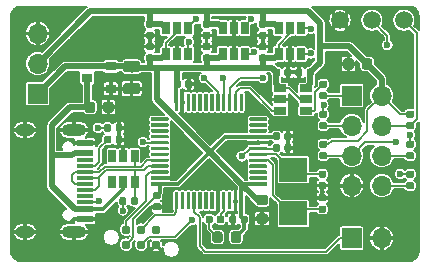
<source format=gbr>
G04 #@! TF.GenerationSoftware,KiCad,Pcbnew,5.1.4*
G04 #@! TF.CreationDate,2019-09-23T19:58:19+02:00*
G04 #@! TF.ProjectId,spiflash,73706966-6c61-4736-982e-6b696361645f,rev?*
G04 #@! TF.SameCoordinates,PX5f5e100PY4a62f80*
G04 #@! TF.FileFunction,Copper,L1,Top*
G04 #@! TF.FilePolarity,Positive*
%FSLAX46Y46*%
G04 Gerber Fmt 4.6, Leading zero omitted, Abs format (unit mm)*
G04 Created by KiCad (PCBNEW 5.1.4) date 2019-09-23 19:58:19*
%MOMM*%
%LPD*%
G04 APERTURE LIST*
%ADD10C,0.100000*%
%ADD11C,0.875000*%
%ADD12R,0.900000X0.800000*%
%ADD13R,2.400000X2.000000*%
%ADD14R,0.650000X1.060000*%
%ADD15R,1.060000X0.650000*%
%ADD16C,0.300000*%
%ADD17C,1.500000*%
%ADD18C,0.590000*%
%ADD19O,1.700000X1.700000*%
%ADD20R,1.700000X1.700000*%
%ADD21C,0.787400*%
%ADD22R,1.450000X0.600000*%
%ADD23R,1.450000X0.300000*%
%ADD24O,1.600000X1.000000*%
%ADD25O,2.100000X1.000000*%
%ADD26C,0.975000*%
%ADD27C,0.600000*%
%ADD28C,0.300000*%
%ADD29C,0.500000*%
%ADD30C,0.150000*%
G04 APERTURE END LIST*
D10*
G36*
X29052691Y-4626053D02*
G01*
X29073926Y-4629203D01*
X29094750Y-4634419D01*
X29114962Y-4641651D01*
X29134368Y-4650830D01*
X29152781Y-4661866D01*
X29170024Y-4674654D01*
X29185930Y-4689070D01*
X29200346Y-4704976D01*
X29213134Y-4722219D01*
X29224170Y-4740632D01*
X29233349Y-4760038D01*
X29240581Y-4780250D01*
X29245797Y-4801074D01*
X29248947Y-4822309D01*
X29250000Y-4843750D01*
X29250000Y-5356250D01*
X29248947Y-5377691D01*
X29245797Y-5398926D01*
X29240581Y-5419750D01*
X29233349Y-5439962D01*
X29224170Y-5459368D01*
X29213134Y-5477781D01*
X29200346Y-5495024D01*
X29185930Y-5510930D01*
X29170024Y-5525346D01*
X29152781Y-5538134D01*
X29134368Y-5549170D01*
X29114962Y-5558349D01*
X29094750Y-5565581D01*
X29073926Y-5570797D01*
X29052691Y-5573947D01*
X29031250Y-5575000D01*
X28593750Y-5575000D01*
X28572309Y-5573947D01*
X28551074Y-5570797D01*
X28530250Y-5565581D01*
X28510038Y-5558349D01*
X28490632Y-5549170D01*
X28472219Y-5538134D01*
X28454976Y-5525346D01*
X28439070Y-5510930D01*
X28424654Y-5495024D01*
X28411866Y-5477781D01*
X28400830Y-5459368D01*
X28391651Y-5439962D01*
X28384419Y-5419750D01*
X28379203Y-5398926D01*
X28376053Y-5377691D01*
X28375000Y-5356250D01*
X28375000Y-4843750D01*
X28376053Y-4822309D01*
X28379203Y-4801074D01*
X28384419Y-4780250D01*
X28391651Y-4760038D01*
X28400830Y-4740632D01*
X28411866Y-4722219D01*
X28424654Y-4704976D01*
X28439070Y-4689070D01*
X28454976Y-4674654D01*
X28472219Y-4661866D01*
X28490632Y-4650830D01*
X28510038Y-4641651D01*
X28530250Y-4634419D01*
X28551074Y-4629203D01*
X28572309Y-4626053D01*
X28593750Y-4625000D01*
X29031250Y-4625000D01*
X29052691Y-4626053D01*
X29052691Y-4626053D01*
G37*
D11*
X28812500Y-5100000D03*
D10*
G36*
X30627691Y-4626053D02*
G01*
X30648926Y-4629203D01*
X30669750Y-4634419D01*
X30689962Y-4641651D01*
X30709368Y-4650830D01*
X30727781Y-4661866D01*
X30745024Y-4674654D01*
X30760930Y-4689070D01*
X30775346Y-4704976D01*
X30788134Y-4722219D01*
X30799170Y-4740632D01*
X30808349Y-4760038D01*
X30815581Y-4780250D01*
X30820797Y-4801074D01*
X30823947Y-4822309D01*
X30825000Y-4843750D01*
X30825000Y-5356250D01*
X30823947Y-5377691D01*
X30820797Y-5398926D01*
X30815581Y-5419750D01*
X30808349Y-5439962D01*
X30799170Y-5459368D01*
X30788134Y-5477781D01*
X30775346Y-5495024D01*
X30760930Y-5510930D01*
X30745024Y-5525346D01*
X30727781Y-5538134D01*
X30709368Y-5549170D01*
X30689962Y-5558349D01*
X30669750Y-5565581D01*
X30648926Y-5570797D01*
X30627691Y-5573947D01*
X30606250Y-5575000D01*
X30168750Y-5575000D01*
X30147309Y-5573947D01*
X30126074Y-5570797D01*
X30105250Y-5565581D01*
X30085038Y-5558349D01*
X30065632Y-5549170D01*
X30047219Y-5538134D01*
X30029976Y-5525346D01*
X30014070Y-5510930D01*
X29999654Y-5495024D01*
X29986866Y-5477781D01*
X29975830Y-5459368D01*
X29966651Y-5439962D01*
X29959419Y-5419750D01*
X29954203Y-5398926D01*
X29951053Y-5377691D01*
X29950000Y-5356250D01*
X29950000Y-4843750D01*
X29951053Y-4822309D01*
X29954203Y-4801074D01*
X29959419Y-4780250D01*
X29966651Y-4760038D01*
X29975830Y-4740632D01*
X29986866Y-4722219D01*
X29999654Y-4704976D01*
X30014070Y-4689070D01*
X30029976Y-4674654D01*
X30047219Y-4661866D01*
X30065632Y-4650830D01*
X30085038Y-4641651D01*
X30105250Y-4634419D01*
X30126074Y-4629203D01*
X30147309Y-4626053D01*
X30168750Y-4625000D01*
X30606250Y-4625000D01*
X30627691Y-4626053D01*
X30627691Y-4626053D01*
G37*
D11*
X30387500Y-5100000D03*
D12*
X6700000Y-6250000D03*
X8700000Y-5300000D03*
X8700000Y-7200000D03*
D13*
X24150000Y-14050000D03*
X24150000Y-17750000D03*
D14*
X19100000Y-2050000D03*
X18150000Y-2050000D03*
X20050000Y-2050000D03*
X20050000Y-4250000D03*
X19100000Y-4250000D03*
X18150000Y-4250000D03*
X23850000Y-2050000D03*
X22900000Y-2050000D03*
X24800000Y-2050000D03*
X24800000Y-4250000D03*
X23850000Y-4250000D03*
X22900000Y-4250000D03*
X14300000Y-2050000D03*
X13350000Y-2050000D03*
X15250000Y-2050000D03*
X15250000Y-4250000D03*
X14300000Y-4250000D03*
X13350000Y-4250000D03*
D15*
X25250000Y-8100000D03*
X25250000Y-7150000D03*
X25250000Y-9050000D03*
X23050000Y-9050000D03*
X23050000Y-8100000D03*
X23050000Y-7150000D03*
D10*
G36*
X19832351Y-15925361D02*
G01*
X19839632Y-15926441D01*
X19846771Y-15928229D01*
X19853701Y-15930709D01*
X19860355Y-15933856D01*
X19866668Y-15937640D01*
X19872579Y-15942024D01*
X19878033Y-15946967D01*
X19882976Y-15952421D01*
X19887360Y-15958332D01*
X19891144Y-15964645D01*
X19894291Y-15971299D01*
X19896771Y-15978229D01*
X19898559Y-15985368D01*
X19899639Y-15992649D01*
X19900000Y-16000000D01*
X19900000Y-17325000D01*
X19899639Y-17332351D01*
X19898559Y-17339632D01*
X19896771Y-17346771D01*
X19894291Y-17353701D01*
X19891144Y-17360355D01*
X19887360Y-17366668D01*
X19882976Y-17372579D01*
X19878033Y-17378033D01*
X19872579Y-17382976D01*
X19866668Y-17387360D01*
X19860355Y-17391144D01*
X19853701Y-17394291D01*
X19846771Y-17396771D01*
X19839632Y-17398559D01*
X19832351Y-17399639D01*
X19825000Y-17400000D01*
X19675000Y-17400000D01*
X19667649Y-17399639D01*
X19660368Y-17398559D01*
X19653229Y-17396771D01*
X19646299Y-17394291D01*
X19639645Y-17391144D01*
X19633332Y-17387360D01*
X19627421Y-17382976D01*
X19621967Y-17378033D01*
X19617024Y-17372579D01*
X19612640Y-17366668D01*
X19608856Y-17360355D01*
X19605709Y-17353701D01*
X19603229Y-17346771D01*
X19601441Y-17339632D01*
X19600361Y-17332351D01*
X19600000Y-17325000D01*
X19600000Y-16000000D01*
X19600361Y-15992649D01*
X19601441Y-15985368D01*
X19603229Y-15978229D01*
X19605709Y-15971299D01*
X19608856Y-15964645D01*
X19612640Y-15958332D01*
X19617024Y-15952421D01*
X19621967Y-15946967D01*
X19627421Y-15942024D01*
X19633332Y-15937640D01*
X19639645Y-15933856D01*
X19646299Y-15930709D01*
X19653229Y-15928229D01*
X19660368Y-15926441D01*
X19667649Y-15925361D01*
X19675000Y-15925000D01*
X19825000Y-15925000D01*
X19832351Y-15925361D01*
X19832351Y-15925361D01*
G37*
D16*
X19750000Y-16662500D03*
D10*
G36*
X19332351Y-15925361D02*
G01*
X19339632Y-15926441D01*
X19346771Y-15928229D01*
X19353701Y-15930709D01*
X19360355Y-15933856D01*
X19366668Y-15937640D01*
X19372579Y-15942024D01*
X19378033Y-15946967D01*
X19382976Y-15952421D01*
X19387360Y-15958332D01*
X19391144Y-15964645D01*
X19394291Y-15971299D01*
X19396771Y-15978229D01*
X19398559Y-15985368D01*
X19399639Y-15992649D01*
X19400000Y-16000000D01*
X19400000Y-17325000D01*
X19399639Y-17332351D01*
X19398559Y-17339632D01*
X19396771Y-17346771D01*
X19394291Y-17353701D01*
X19391144Y-17360355D01*
X19387360Y-17366668D01*
X19382976Y-17372579D01*
X19378033Y-17378033D01*
X19372579Y-17382976D01*
X19366668Y-17387360D01*
X19360355Y-17391144D01*
X19353701Y-17394291D01*
X19346771Y-17396771D01*
X19339632Y-17398559D01*
X19332351Y-17399639D01*
X19325000Y-17400000D01*
X19175000Y-17400000D01*
X19167649Y-17399639D01*
X19160368Y-17398559D01*
X19153229Y-17396771D01*
X19146299Y-17394291D01*
X19139645Y-17391144D01*
X19133332Y-17387360D01*
X19127421Y-17382976D01*
X19121967Y-17378033D01*
X19117024Y-17372579D01*
X19112640Y-17366668D01*
X19108856Y-17360355D01*
X19105709Y-17353701D01*
X19103229Y-17346771D01*
X19101441Y-17339632D01*
X19100361Y-17332351D01*
X19100000Y-17325000D01*
X19100000Y-16000000D01*
X19100361Y-15992649D01*
X19101441Y-15985368D01*
X19103229Y-15978229D01*
X19105709Y-15971299D01*
X19108856Y-15964645D01*
X19112640Y-15958332D01*
X19117024Y-15952421D01*
X19121967Y-15946967D01*
X19127421Y-15942024D01*
X19133332Y-15937640D01*
X19139645Y-15933856D01*
X19146299Y-15930709D01*
X19153229Y-15928229D01*
X19160368Y-15926441D01*
X19167649Y-15925361D01*
X19175000Y-15925000D01*
X19325000Y-15925000D01*
X19332351Y-15925361D01*
X19332351Y-15925361D01*
G37*
D16*
X19250000Y-16662500D03*
D10*
G36*
X18832351Y-15925361D02*
G01*
X18839632Y-15926441D01*
X18846771Y-15928229D01*
X18853701Y-15930709D01*
X18860355Y-15933856D01*
X18866668Y-15937640D01*
X18872579Y-15942024D01*
X18878033Y-15946967D01*
X18882976Y-15952421D01*
X18887360Y-15958332D01*
X18891144Y-15964645D01*
X18894291Y-15971299D01*
X18896771Y-15978229D01*
X18898559Y-15985368D01*
X18899639Y-15992649D01*
X18900000Y-16000000D01*
X18900000Y-17325000D01*
X18899639Y-17332351D01*
X18898559Y-17339632D01*
X18896771Y-17346771D01*
X18894291Y-17353701D01*
X18891144Y-17360355D01*
X18887360Y-17366668D01*
X18882976Y-17372579D01*
X18878033Y-17378033D01*
X18872579Y-17382976D01*
X18866668Y-17387360D01*
X18860355Y-17391144D01*
X18853701Y-17394291D01*
X18846771Y-17396771D01*
X18839632Y-17398559D01*
X18832351Y-17399639D01*
X18825000Y-17400000D01*
X18675000Y-17400000D01*
X18667649Y-17399639D01*
X18660368Y-17398559D01*
X18653229Y-17396771D01*
X18646299Y-17394291D01*
X18639645Y-17391144D01*
X18633332Y-17387360D01*
X18627421Y-17382976D01*
X18621967Y-17378033D01*
X18617024Y-17372579D01*
X18612640Y-17366668D01*
X18608856Y-17360355D01*
X18605709Y-17353701D01*
X18603229Y-17346771D01*
X18601441Y-17339632D01*
X18600361Y-17332351D01*
X18600000Y-17325000D01*
X18600000Y-16000000D01*
X18600361Y-15992649D01*
X18601441Y-15985368D01*
X18603229Y-15978229D01*
X18605709Y-15971299D01*
X18608856Y-15964645D01*
X18612640Y-15958332D01*
X18617024Y-15952421D01*
X18621967Y-15946967D01*
X18627421Y-15942024D01*
X18633332Y-15937640D01*
X18639645Y-15933856D01*
X18646299Y-15930709D01*
X18653229Y-15928229D01*
X18660368Y-15926441D01*
X18667649Y-15925361D01*
X18675000Y-15925000D01*
X18825000Y-15925000D01*
X18832351Y-15925361D01*
X18832351Y-15925361D01*
G37*
D16*
X18750000Y-16662500D03*
D10*
G36*
X18332351Y-15925361D02*
G01*
X18339632Y-15926441D01*
X18346771Y-15928229D01*
X18353701Y-15930709D01*
X18360355Y-15933856D01*
X18366668Y-15937640D01*
X18372579Y-15942024D01*
X18378033Y-15946967D01*
X18382976Y-15952421D01*
X18387360Y-15958332D01*
X18391144Y-15964645D01*
X18394291Y-15971299D01*
X18396771Y-15978229D01*
X18398559Y-15985368D01*
X18399639Y-15992649D01*
X18400000Y-16000000D01*
X18400000Y-17325000D01*
X18399639Y-17332351D01*
X18398559Y-17339632D01*
X18396771Y-17346771D01*
X18394291Y-17353701D01*
X18391144Y-17360355D01*
X18387360Y-17366668D01*
X18382976Y-17372579D01*
X18378033Y-17378033D01*
X18372579Y-17382976D01*
X18366668Y-17387360D01*
X18360355Y-17391144D01*
X18353701Y-17394291D01*
X18346771Y-17396771D01*
X18339632Y-17398559D01*
X18332351Y-17399639D01*
X18325000Y-17400000D01*
X18175000Y-17400000D01*
X18167649Y-17399639D01*
X18160368Y-17398559D01*
X18153229Y-17396771D01*
X18146299Y-17394291D01*
X18139645Y-17391144D01*
X18133332Y-17387360D01*
X18127421Y-17382976D01*
X18121967Y-17378033D01*
X18117024Y-17372579D01*
X18112640Y-17366668D01*
X18108856Y-17360355D01*
X18105709Y-17353701D01*
X18103229Y-17346771D01*
X18101441Y-17339632D01*
X18100361Y-17332351D01*
X18100000Y-17325000D01*
X18100000Y-16000000D01*
X18100361Y-15992649D01*
X18101441Y-15985368D01*
X18103229Y-15978229D01*
X18105709Y-15971299D01*
X18108856Y-15964645D01*
X18112640Y-15958332D01*
X18117024Y-15952421D01*
X18121967Y-15946967D01*
X18127421Y-15942024D01*
X18133332Y-15937640D01*
X18139645Y-15933856D01*
X18146299Y-15930709D01*
X18153229Y-15928229D01*
X18160368Y-15926441D01*
X18167649Y-15925361D01*
X18175000Y-15925000D01*
X18325000Y-15925000D01*
X18332351Y-15925361D01*
X18332351Y-15925361D01*
G37*
D16*
X18250000Y-16662500D03*
D10*
G36*
X17832351Y-15925361D02*
G01*
X17839632Y-15926441D01*
X17846771Y-15928229D01*
X17853701Y-15930709D01*
X17860355Y-15933856D01*
X17866668Y-15937640D01*
X17872579Y-15942024D01*
X17878033Y-15946967D01*
X17882976Y-15952421D01*
X17887360Y-15958332D01*
X17891144Y-15964645D01*
X17894291Y-15971299D01*
X17896771Y-15978229D01*
X17898559Y-15985368D01*
X17899639Y-15992649D01*
X17900000Y-16000000D01*
X17900000Y-17325000D01*
X17899639Y-17332351D01*
X17898559Y-17339632D01*
X17896771Y-17346771D01*
X17894291Y-17353701D01*
X17891144Y-17360355D01*
X17887360Y-17366668D01*
X17882976Y-17372579D01*
X17878033Y-17378033D01*
X17872579Y-17382976D01*
X17866668Y-17387360D01*
X17860355Y-17391144D01*
X17853701Y-17394291D01*
X17846771Y-17396771D01*
X17839632Y-17398559D01*
X17832351Y-17399639D01*
X17825000Y-17400000D01*
X17675000Y-17400000D01*
X17667649Y-17399639D01*
X17660368Y-17398559D01*
X17653229Y-17396771D01*
X17646299Y-17394291D01*
X17639645Y-17391144D01*
X17633332Y-17387360D01*
X17627421Y-17382976D01*
X17621967Y-17378033D01*
X17617024Y-17372579D01*
X17612640Y-17366668D01*
X17608856Y-17360355D01*
X17605709Y-17353701D01*
X17603229Y-17346771D01*
X17601441Y-17339632D01*
X17600361Y-17332351D01*
X17600000Y-17325000D01*
X17600000Y-16000000D01*
X17600361Y-15992649D01*
X17601441Y-15985368D01*
X17603229Y-15978229D01*
X17605709Y-15971299D01*
X17608856Y-15964645D01*
X17612640Y-15958332D01*
X17617024Y-15952421D01*
X17621967Y-15946967D01*
X17627421Y-15942024D01*
X17633332Y-15937640D01*
X17639645Y-15933856D01*
X17646299Y-15930709D01*
X17653229Y-15928229D01*
X17660368Y-15926441D01*
X17667649Y-15925361D01*
X17675000Y-15925000D01*
X17825000Y-15925000D01*
X17832351Y-15925361D01*
X17832351Y-15925361D01*
G37*
D16*
X17750000Y-16662500D03*
D10*
G36*
X17332351Y-15925361D02*
G01*
X17339632Y-15926441D01*
X17346771Y-15928229D01*
X17353701Y-15930709D01*
X17360355Y-15933856D01*
X17366668Y-15937640D01*
X17372579Y-15942024D01*
X17378033Y-15946967D01*
X17382976Y-15952421D01*
X17387360Y-15958332D01*
X17391144Y-15964645D01*
X17394291Y-15971299D01*
X17396771Y-15978229D01*
X17398559Y-15985368D01*
X17399639Y-15992649D01*
X17400000Y-16000000D01*
X17400000Y-17325000D01*
X17399639Y-17332351D01*
X17398559Y-17339632D01*
X17396771Y-17346771D01*
X17394291Y-17353701D01*
X17391144Y-17360355D01*
X17387360Y-17366668D01*
X17382976Y-17372579D01*
X17378033Y-17378033D01*
X17372579Y-17382976D01*
X17366668Y-17387360D01*
X17360355Y-17391144D01*
X17353701Y-17394291D01*
X17346771Y-17396771D01*
X17339632Y-17398559D01*
X17332351Y-17399639D01*
X17325000Y-17400000D01*
X17175000Y-17400000D01*
X17167649Y-17399639D01*
X17160368Y-17398559D01*
X17153229Y-17396771D01*
X17146299Y-17394291D01*
X17139645Y-17391144D01*
X17133332Y-17387360D01*
X17127421Y-17382976D01*
X17121967Y-17378033D01*
X17117024Y-17372579D01*
X17112640Y-17366668D01*
X17108856Y-17360355D01*
X17105709Y-17353701D01*
X17103229Y-17346771D01*
X17101441Y-17339632D01*
X17100361Y-17332351D01*
X17100000Y-17325000D01*
X17100000Y-16000000D01*
X17100361Y-15992649D01*
X17101441Y-15985368D01*
X17103229Y-15978229D01*
X17105709Y-15971299D01*
X17108856Y-15964645D01*
X17112640Y-15958332D01*
X17117024Y-15952421D01*
X17121967Y-15946967D01*
X17127421Y-15942024D01*
X17133332Y-15937640D01*
X17139645Y-15933856D01*
X17146299Y-15930709D01*
X17153229Y-15928229D01*
X17160368Y-15926441D01*
X17167649Y-15925361D01*
X17175000Y-15925000D01*
X17325000Y-15925000D01*
X17332351Y-15925361D01*
X17332351Y-15925361D01*
G37*
D16*
X17250000Y-16662500D03*
D10*
G36*
X16832351Y-15925361D02*
G01*
X16839632Y-15926441D01*
X16846771Y-15928229D01*
X16853701Y-15930709D01*
X16860355Y-15933856D01*
X16866668Y-15937640D01*
X16872579Y-15942024D01*
X16878033Y-15946967D01*
X16882976Y-15952421D01*
X16887360Y-15958332D01*
X16891144Y-15964645D01*
X16894291Y-15971299D01*
X16896771Y-15978229D01*
X16898559Y-15985368D01*
X16899639Y-15992649D01*
X16900000Y-16000000D01*
X16900000Y-17325000D01*
X16899639Y-17332351D01*
X16898559Y-17339632D01*
X16896771Y-17346771D01*
X16894291Y-17353701D01*
X16891144Y-17360355D01*
X16887360Y-17366668D01*
X16882976Y-17372579D01*
X16878033Y-17378033D01*
X16872579Y-17382976D01*
X16866668Y-17387360D01*
X16860355Y-17391144D01*
X16853701Y-17394291D01*
X16846771Y-17396771D01*
X16839632Y-17398559D01*
X16832351Y-17399639D01*
X16825000Y-17400000D01*
X16675000Y-17400000D01*
X16667649Y-17399639D01*
X16660368Y-17398559D01*
X16653229Y-17396771D01*
X16646299Y-17394291D01*
X16639645Y-17391144D01*
X16633332Y-17387360D01*
X16627421Y-17382976D01*
X16621967Y-17378033D01*
X16617024Y-17372579D01*
X16612640Y-17366668D01*
X16608856Y-17360355D01*
X16605709Y-17353701D01*
X16603229Y-17346771D01*
X16601441Y-17339632D01*
X16600361Y-17332351D01*
X16600000Y-17325000D01*
X16600000Y-16000000D01*
X16600361Y-15992649D01*
X16601441Y-15985368D01*
X16603229Y-15978229D01*
X16605709Y-15971299D01*
X16608856Y-15964645D01*
X16612640Y-15958332D01*
X16617024Y-15952421D01*
X16621967Y-15946967D01*
X16627421Y-15942024D01*
X16633332Y-15937640D01*
X16639645Y-15933856D01*
X16646299Y-15930709D01*
X16653229Y-15928229D01*
X16660368Y-15926441D01*
X16667649Y-15925361D01*
X16675000Y-15925000D01*
X16825000Y-15925000D01*
X16832351Y-15925361D01*
X16832351Y-15925361D01*
G37*
D16*
X16750000Y-16662500D03*
D10*
G36*
X16332351Y-15925361D02*
G01*
X16339632Y-15926441D01*
X16346771Y-15928229D01*
X16353701Y-15930709D01*
X16360355Y-15933856D01*
X16366668Y-15937640D01*
X16372579Y-15942024D01*
X16378033Y-15946967D01*
X16382976Y-15952421D01*
X16387360Y-15958332D01*
X16391144Y-15964645D01*
X16394291Y-15971299D01*
X16396771Y-15978229D01*
X16398559Y-15985368D01*
X16399639Y-15992649D01*
X16400000Y-16000000D01*
X16400000Y-17325000D01*
X16399639Y-17332351D01*
X16398559Y-17339632D01*
X16396771Y-17346771D01*
X16394291Y-17353701D01*
X16391144Y-17360355D01*
X16387360Y-17366668D01*
X16382976Y-17372579D01*
X16378033Y-17378033D01*
X16372579Y-17382976D01*
X16366668Y-17387360D01*
X16360355Y-17391144D01*
X16353701Y-17394291D01*
X16346771Y-17396771D01*
X16339632Y-17398559D01*
X16332351Y-17399639D01*
X16325000Y-17400000D01*
X16175000Y-17400000D01*
X16167649Y-17399639D01*
X16160368Y-17398559D01*
X16153229Y-17396771D01*
X16146299Y-17394291D01*
X16139645Y-17391144D01*
X16133332Y-17387360D01*
X16127421Y-17382976D01*
X16121967Y-17378033D01*
X16117024Y-17372579D01*
X16112640Y-17366668D01*
X16108856Y-17360355D01*
X16105709Y-17353701D01*
X16103229Y-17346771D01*
X16101441Y-17339632D01*
X16100361Y-17332351D01*
X16100000Y-17325000D01*
X16100000Y-16000000D01*
X16100361Y-15992649D01*
X16101441Y-15985368D01*
X16103229Y-15978229D01*
X16105709Y-15971299D01*
X16108856Y-15964645D01*
X16112640Y-15958332D01*
X16117024Y-15952421D01*
X16121967Y-15946967D01*
X16127421Y-15942024D01*
X16133332Y-15937640D01*
X16139645Y-15933856D01*
X16146299Y-15930709D01*
X16153229Y-15928229D01*
X16160368Y-15926441D01*
X16167649Y-15925361D01*
X16175000Y-15925000D01*
X16325000Y-15925000D01*
X16332351Y-15925361D01*
X16332351Y-15925361D01*
G37*
D16*
X16250000Y-16662500D03*
D10*
G36*
X15832351Y-15925361D02*
G01*
X15839632Y-15926441D01*
X15846771Y-15928229D01*
X15853701Y-15930709D01*
X15860355Y-15933856D01*
X15866668Y-15937640D01*
X15872579Y-15942024D01*
X15878033Y-15946967D01*
X15882976Y-15952421D01*
X15887360Y-15958332D01*
X15891144Y-15964645D01*
X15894291Y-15971299D01*
X15896771Y-15978229D01*
X15898559Y-15985368D01*
X15899639Y-15992649D01*
X15900000Y-16000000D01*
X15900000Y-17325000D01*
X15899639Y-17332351D01*
X15898559Y-17339632D01*
X15896771Y-17346771D01*
X15894291Y-17353701D01*
X15891144Y-17360355D01*
X15887360Y-17366668D01*
X15882976Y-17372579D01*
X15878033Y-17378033D01*
X15872579Y-17382976D01*
X15866668Y-17387360D01*
X15860355Y-17391144D01*
X15853701Y-17394291D01*
X15846771Y-17396771D01*
X15839632Y-17398559D01*
X15832351Y-17399639D01*
X15825000Y-17400000D01*
X15675000Y-17400000D01*
X15667649Y-17399639D01*
X15660368Y-17398559D01*
X15653229Y-17396771D01*
X15646299Y-17394291D01*
X15639645Y-17391144D01*
X15633332Y-17387360D01*
X15627421Y-17382976D01*
X15621967Y-17378033D01*
X15617024Y-17372579D01*
X15612640Y-17366668D01*
X15608856Y-17360355D01*
X15605709Y-17353701D01*
X15603229Y-17346771D01*
X15601441Y-17339632D01*
X15600361Y-17332351D01*
X15600000Y-17325000D01*
X15600000Y-16000000D01*
X15600361Y-15992649D01*
X15601441Y-15985368D01*
X15603229Y-15978229D01*
X15605709Y-15971299D01*
X15608856Y-15964645D01*
X15612640Y-15958332D01*
X15617024Y-15952421D01*
X15621967Y-15946967D01*
X15627421Y-15942024D01*
X15633332Y-15937640D01*
X15639645Y-15933856D01*
X15646299Y-15930709D01*
X15653229Y-15928229D01*
X15660368Y-15926441D01*
X15667649Y-15925361D01*
X15675000Y-15925000D01*
X15825000Y-15925000D01*
X15832351Y-15925361D01*
X15832351Y-15925361D01*
G37*
D16*
X15750000Y-16662500D03*
D10*
G36*
X15332351Y-15925361D02*
G01*
X15339632Y-15926441D01*
X15346771Y-15928229D01*
X15353701Y-15930709D01*
X15360355Y-15933856D01*
X15366668Y-15937640D01*
X15372579Y-15942024D01*
X15378033Y-15946967D01*
X15382976Y-15952421D01*
X15387360Y-15958332D01*
X15391144Y-15964645D01*
X15394291Y-15971299D01*
X15396771Y-15978229D01*
X15398559Y-15985368D01*
X15399639Y-15992649D01*
X15400000Y-16000000D01*
X15400000Y-17325000D01*
X15399639Y-17332351D01*
X15398559Y-17339632D01*
X15396771Y-17346771D01*
X15394291Y-17353701D01*
X15391144Y-17360355D01*
X15387360Y-17366668D01*
X15382976Y-17372579D01*
X15378033Y-17378033D01*
X15372579Y-17382976D01*
X15366668Y-17387360D01*
X15360355Y-17391144D01*
X15353701Y-17394291D01*
X15346771Y-17396771D01*
X15339632Y-17398559D01*
X15332351Y-17399639D01*
X15325000Y-17400000D01*
X15175000Y-17400000D01*
X15167649Y-17399639D01*
X15160368Y-17398559D01*
X15153229Y-17396771D01*
X15146299Y-17394291D01*
X15139645Y-17391144D01*
X15133332Y-17387360D01*
X15127421Y-17382976D01*
X15121967Y-17378033D01*
X15117024Y-17372579D01*
X15112640Y-17366668D01*
X15108856Y-17360355D01*
X15105709Y-17353701D01*
X15103229Y-17346771D01*
X15101441Y-17339632D01*
X15100361Y-17332351D01*
X15100000Y-17325000D01*
X15100000Y-16000000D01*
X15100361Y-15992649D01*
X15101441Y-15985368D01*
X15103229Y-15978229D01*
X15105709Y-15971299D01*
X15108856Y-15964645D01*
X15112640Y-15958332D01*
X15117024Y-15952421D01*
X15121967Y-15946967D01*
X15127421Y-15942024D01*
X15133332Y-15937640D01*
X15139645Y-15933856D01*
X15146299Y-15930709D01*
X15153229Y-15928229D01*
X15160368Y-15926441D01*
X15167649Y-15925361D01*
X15175000Y-15925000D01*
X15325000Y-15925000D01*
X15332351Y-15925361D01*
X15332351Y-15925361D01*
G37*
D16*
X15250000Y-16662500D03*
D10*
G36*
X14832351Y-15925361D02*
G01*
X14839632Y-15926441D01*
X14846771Y-15928229D01*
X14853701Y-15930709D01*
X14860355Y-15933856D01*
X14866668Y-15937640D01*
X14872579Y-15942024D01*
X14878033Y-15946967D01*
X14882976Y-15952421D01*
X14887360Y-15958332D01*
X14891144Y-15964645D01*
X14894291Y-15971299D01*
X14896771Y-15978229D01*
X14898559Y-15985368D01*
X14899639Y-15992649D01*
X14900000Y-16000000D01*
X14900000Y-17325000D01*
X14899639Y-17332351D01*
X14898559Y-17339632D01*
X14896771Y-17346771D01*
X14894291Y-17353701D01*
X14891144Y-17360355D01*
X14887360Y-17366668D01*
X14882976Y-17372579D01*
X14878033Y-17378033D01*
X14872579Y-17382976D01*
X14866668Y-17387360D01*
X14860355Y-17391144D01*
X14853701Y-17394291D01*
X14846771Y-17396771D01*
X14839632Y-17398559D01*
X14832351Y-17399639D01*
X14825000Y-17400000D01*
X14675000Y-17400000D01*
X14667649Y-17399639D01*
X14660368Y-17398559D01*
X14653229Y-17396771D01*
X14646299Y-17394291D01*
X14639645Y-17391144D01*
X14633332Y-17387360D01*
X14627421Y-17382976D01*
X14621967Y-17378033D01*
X14617024Y-17372579D01*
X14612640Y-17366668D01*
X14608856Y-17360355D01*
X14605709Y-17353701D01*
X14603229Y-17346771D01*
X14601441Y-17339632D01*
X14600361Y-17332351D01*
X14600000Y-17325000D01*
X14600000Y-16000000D01*
X14600361Y-15992649D01*
X14601441Y-15985368D01*
X14603229Y-15978229D01*
X14605709Y-15971299D01*
X14608856Y-15964645D01*
X14612640Y-15958332D01*
X14617024Y-15952421D01*
X14621967Y-15946967D01*
X14627421Y-15942024D01*
X14633332Y-15937640D01*
X14639645Y-15933856D01*
X14646299Y-15930709D01*
X14653229Y-15928229D01*
X14660368Y-15926441D01*
X14667649Y-15925361D01*
X14675000Y-15925000D01*
X14825000Y-15925000D01*
X14832351Y-15925361D01*
X14832351Y-15925361D01*
G37*
D16*
X14750000Y-16662500D03*
D10*
G36*
X14332351Y-15925361D02*
G01*
X14339632Y-15926441D01*
X14346771Y-15928229D01*
X14353701Y-15930709D01*
X14360355Y-15933856D01*
X14366668Y-15937640D01*
X14372579Y-15942024D01*
X14378033Y-15946967D01*
X14382976Y-15952421D01*
X14387360Y-15958332D01*
X14391144Y-15964645D01*
X14394291Y-15971299D01*
X14396771Y-15978229D01*
X14398559Y-15985368D01*
X14399639Y-15992649D01*
X14400000Y-16000000D01*
X14400000Y-17325000D01*
X14399639Y-17332351D01*
X14398559Y-17339632D01*
X14396771Y-17346771D01*
X14394291Y-17353701D01*
X14391144Y-17360355D01*
X14387360Y-17366668D01*
X14382976Y-17372579D01*
X14378033Y-17378033D01*
X14372579Y-17382976D01*
X14366668Y-17387360D01*
X14360355Y-17391144D01*
X14353701Y-17394291D01*
X14346771Y-17396771D01*
X14339632Y-17398559D01*
X14332351Y-17399639D01*
X14325000Y-17400000D01*
X14175000Y-17400000D01*
X14167649Y-17399639D01*
X14160368Y-17398559D01*
X14153229Y-17396771D01*
X14146299Y-17394291D01*
X14139645Y-17391144D01*
X14133332Y-17387360D01*
X14127421Y-17382976D01*
X14121967Y-17378033D01*
X14117024Y-17372579D01*
X14112640Y-17366668D01*
X14108856Y-17360355D01*
X14105709Y-17353701D01*
X14103229Y-17346771D01*
X14101441Y-17339632D01*
X14100361Y-17332351D01*
X14100000Y-17325000D01*
X14100000Y-16000000D01*
X14100361Y-15992649D01*
X14101441Y-15985368D01*
X14103229Y-15978229D01*
X14105709Y-15971299D01*
X14108856Y-15964645D01*
X14112640Y-15958332D01*
X14117024Y-15952421D01*
X14121967Y-15946967D01*
X14127421Y-15942024D01*
X14133332Y-15937640D01*
X14139645Y-15933856D01*
X14146299Y-15930709D01*
X14153229Y-15928229D01*
X14160368Y-15926441D01*
X14167649Y-15925361D01*
X14175000Y-15925000D01*
X14325000Y-15925000D01*
X14332351Y-15925361D01*
X14332351Y-15925361D01*
G37*
D16*
X14250000Y-16662500D03*
D10*
G36*
X13507351Y-15100361D02*
G01*
X13514632Y-15101441D01*
X13521771Y-15103229D01*
X13528701Y-15105709D01*
X13535355Y-15108856D01*
X13541668Y-15112640D01*
X13547579Y-15117024D01*
X13553033Y-15121967D01*
X13557976Y-15127421D01*
X13562360Y-15133332D01*
X13566144Y-15139645D01*
X13569291Y-15146299D01*
X13571771Y-15153229D01*
X13573559Y-15160368D01*
X13574639Y-15167649D01*
X13575000Y-15175000D01*
X13575000Y-15325000D01*
X13574639Y-15332351D01*
X13573559Y-15339632D01*
X13571771Y-15346771D01*
X13569291Y-15353701D01*
X13566144Y-15360355D01*
X13562360Y-15366668D01*
X13557976Y-15372579D01*
X13553033Y-15378033D01*
X13547579Y-15382976D01*
X13541668Y-15387360D01*
X13535355Y-15391144D01*
X13528701Y-15394291D01*
X13521771Y-15396771D01*
X13514632Y-15398559D01*
X13507351Y-15399639D01*
X13500000Y-15400000D01*
X12175000Y-15400000D01*
X12167649Y-15399639D01*
X12160368Y-15398559D01*
X12153229Y-15396771D01*
X12146299Y-15394291D01*
X12139645Y-15391144D01*
X12133332Y-15387360D01*
X12127421Y-15382976D01*
X12121967Y-15378033D01*
X12117024Y-15372579D01*
X12112640Y-15366668D01*
X12108856Y-15360355D01*
X12105709Y-15353701D01*
X12103229Y-15346771D01*
X12101441Y-15339632D01*
X12100361Y-15332351D01*
X12100000Y-15325000D01*
X12100000Y-15175000D01*
X12100361Y-15167649D01*
X12101441Y-15160368D01*
X12103229Y-15153229D01*
X12105709Y-15146299D01*
X12108856Y-15139645D01*
X12112640Y-15133332D01*
X12117024Y-15127421D01*
X12121967Y-15121967D01*
X12127421Y-15117024D01*
X12133332Y-15112640D01*
X12139645Y-15108856D01*
X12146299Y-15105709D01*
X12153229Y-15103229D01*
X12160368Y-15101441D01*
X12167649Y-15100361D01*
X12175000Y-15100000D01*
X13500000Y-15100000D01*
X13507351Y-15100361D01*
X13507351Y-15100361D01*
G37*
D16*
X12837500Y-15250000D03*
D10*
G36*
X13507351Y-14600361D02*
G01*
X13514632Y-14601441D01*
X13521771Y-14603229D01*
X13528701Y-14605709D01*
X13535355Y-14608856D01*
X13541668Y-14612640D01*
X13547579Y-14617024D01*
X13553033Y-14621967D01*
X13557976Y-14627421D01*
X13562360Y-14633332D01*
X13566144Y-14639645D01*
X13569291Y-14646299D01*
X13571771Y-14653229D01*
X13573559Y-14660368D01*
X13574639Y-14667649D01*
X13575000Y-14675000D01*
X13575000Y-14825000D01*
X13574639Y-14832351D01*
X13573559Y-14839632D01*
X13571771Y-14846771D01*
X13569291Y-14853701D01*
X13566144Y-14860355D01*
X13562360Y-14866668D01*
X13557976Y-14872579D01*
X13553033Y-14878033D01*
X13547579Y-14882976D01*
X13541668Y-14887360D01*
X13535355Y-14891144D01*
X13528701Y-14894291D01*
X13521771Y-14896771D01*
X13514632Y-14898559D01*
X13507351Y-14899639D01*
X13500000Y-14900000D01*
X12175000Y-14900000D01*
X12167649Y-14899639D01*
X12160368Y-14898559D01*
X12153229Y-14896771D01*
X12146299Y-14894291D01*
X12139645Y-14891144D01*
X12133332Y-14887360D01*
X12127421Y-14882976D01*
X12121967Y-14878033D01*
X12117024Y-14872579D01*
X12112640Y-14866668D01*
X12108856Y-14860355D01*
X12105709Y-14853701D01*
X12103229Y-14846771D01*
X12101441Y-14839632D01*
X12100361Y-14832351D01*
X12100000Y-14825000D01*
X12100000Y-14675000D01*
X12100361Y-14667649D01*
X12101441Y-14660368D01*
X12103229Y-14653229D01*
X12105709Y-14646299D01*
X12108856Y-14639645D01*
X12112640Y-14633332D01*
X12117024Y-14627421D01*
X12121967Y-14621967D01*
X12127421Y-14617024D01*
X12133332Y-14612640D01*
X12139645Y-14608856D01*
X12146299Y-14605709D01*
X12153229Y-14603229D01*
X12160368Y-14601441D01*
X12167649Y-14600361D01*
X12175000Y-14600000D01*
X13500000Y-14600000D01*
X13507351Y-14600361D01*
X13507351Y-14600361D01*
G37*
D16*
X12837500Y-14750000D03*
D10*
G36*
X13507351Y-14100361D02*
G01*
X13514632Y-14101441D01*
X13521771Y-14103229D01*
X13528701Y-14105709D01*
X13535355Y-14108856D01*
X13541668Y-14112640D01*
X13547579Y-14117024D01*
X13553033Y-14121967D01*
X13557976Y-14127421D01*
X13562360Y-14133332D01*
X13566144Y-14139645D01*
X13569291Y-14146299D01*
X13571771Y-14153229D01*
X13573559Y-14160368D01*
X13574639Y-14167649D01*
X13575000Y-14175000D01*
X13575000Y-14325000D01*
X13574639Y-14332351D01*
X13573559Y-14339632D01*
X13571771Y-14346771D01*
X13569291Y-14353701D01*
X13566144Y-14360355D01*
X13562360Y-14366668D01*
X13557976Y-14372579D01*
X13553033Y-14378033D01*
X13547579Y-14382976D01*
X13541668Y-14387360D01*
X13535355Y-14391144D01*
X13528701Y-14394291D01*
X13521771Y-14396771D01*
X13514632Y-14398559D01*
X13507351Y-14399639D01*
X13500000Y-14400000D01*
X12175000Y-14400000D01*
X12167649Y-14399639D01*
X12160368Y-14398559D01*
X12153229Y-14396771D01*
X12146299Y-14394291D01*
X12139645Y-14391144D01*
X12133332Y-14387360D01*
X12127421Y-14382976D01*
X12121967Y-14378033D01*
X12117024Y-14372579D01*
X12112640Y-14366668D01*
X12108856Y-14360355D01*
X12105709Y-14353701D01*
X12103229Y-14346771D01*
X12101441Y-14339632D01*
X12100361Y-14332351D01*
X12100000Y-14325000D01*
X12100000Y-14175000D01*
X12100361Y-14167649D01*
X12101441Y-14160368D01*
X12103229Y-14153229D01*
X12105709Y-14146299D01*
X12108856Y-14139645D01*
X12112640Y-14133332D01*
X12117024Y-14127421D01*
X12121967Y-14121967D01*
X12127421Y-14117024D01*
X12133332Y-14112640D01*
X12139645Y-14108856D01*
X12146299Y-14105709D01*
X12153229Y-14103229D01*
X12160368Y-14101441D01*
X12167649Y-14100361D01*
X12175000Y-14100000D01*
X13500000Y-14100000D01*
X13507351Y-14100361D01*
X13507351Y-14100361D01*
G37*
D16*
X12837500Y-14250000D03*
D10*
G36*
X13507351Y-13600361D02*
G01*
X13514632Y-13601441D01*
X13521771Y-13603229D01*
X13528701Y-13605709D01*
X13535355Y-13608856D01*
X13541668Y-13612640D01*
X13547579Y-13617024D01*
X13553033Y-13621967D01*
X13557976Y-13627421D01*
X13562360Y-13633332D01*
X13566144Y-13639645D01*
X13569291Y-13646299D01*
X13571771Y-13653229D01*
X13573559Y-13660368D01*
X13574639Y-13667649D01*
X13575000Y-13675000D01*
X13575000Y-13825000D01*
X13574639Y-13832351D01*
X13573559Y-13839632D01*
X13571771Y-13846771D01*
X13569291Y-13853701D01*
X13566144Y-13860355D01*
X13562360Y-13866668D01*
X13557976Y-13872579D01*
X13553033Y-13878033D01*
X13547579Y-13882976D01*
X13541668Y-13887360D01*
X13535355Y-13891144D01*
X13528701Y-13894291D01*
X13521771Y-13896771D01*
X13514632Y-13898559D01*
X13507351Y-13899639D01*
X13500000Y-13900000D01*
X12175000Y-13900000D01*
X12167649Y-13899639D01*
X12160368Y-13898559D01*
X12153229Y-13896771D01*
X12146299Y-13894291D01*
X12139645Y-13891144D01*
X12133332Y-13887360D01*
X12127421Y-13882976D01*
X12121967Y-13878033D01*
X12117024Y-13872579D01*
X12112640Y-13866668D01*
X12108856Y-13860355D01*
X12105709Y-13853701D01*
X12103229Y-13846771D01*
X12101441Y-13839632D01*
X12100361Y-13832351D01*
X12100000Y-13825000D01*
X12100000Y-13675000D01*
X12100361Y-13667649D01*
X12101441Y-13660368D01*
X12103229Y-13653229D01*
X12105709Y-13646299D01*
X12108856Y-13639645D01*
X12112640Y-13633332D01*
X12117024Y-13627421D01*
X12121967Y-13621967D01*
X12127421Y-13617024D01*
X12133332Y-13612640D01*
X12139645Y-13608856D01*
X12146299Y-13605709D01*
X12153229Y-13603229D01*
X12160368Y-13601441D01*
X12167649Y-13600361D01*
X12175000Y-13600000D01*
X13500000Y-13600000D01*
X13507351Y-13600361D01*
X13507351Y-13600361D01*
G37*
D16*
X12837500Y-13750000D03*
D10*
G36*
X13507351Y-13100361D02*
G01*
X13514632Y-13101441D01*
X13521771Y-13103229D01*
X13528701Y-13105709D01*
X13535355Y-13108856D01*
X13541668Y-13112640D01*
X13547579Y-13117024D01*
X13553033Y-13121967D01*
X13557976Y-13127421D01*
X13562360Y-13133332D01*
X13566144Y-13139645D01*
X13569291Y-13146299D01*
X13571771Y-13153229D01*
X13573559Y-13160368D01*
X13574639Y-13167649D01*
X13575000Y-13175000D01*
X13575000Y-13325000D01*
X13574639Y-13332351D01*
X13573559Y-13339632D01*
X13571771Y-13346771D01*
X13569291Y-13353701D01*
X13566144Y-13360355D01*
X13562360Y-13366668D01*
X13557976Y-13372579D01*
X13553033Y-13378033D01*
X13547579Y-13382976D01*
X13541668Y-13387360D01*
X13535355Y-13391144D01*
X13528701Y-13394291D01*
X13521771Y-13396771D01*
X13514632Y-13398559D01*
X13507351Y-13399639D01*
X13500000Y-13400000D01*
X12175000Y-13400000D01*
X12167649Y-13399639D01*
X12160368Y-13398559D01*
X12153229Y-13396771D01*
X12146299Y-13394291D01*
X12139645Y-13391144D01*
X12133332Y-13387360D01*
X12127421Y-13382976D01*
X12121967Y-13378033D01*
X12117024Y-13372579D01*
X12112640Y-13366668D01*
X12108856Y-13360355D01*
X12105709Y-13353701D01*
X12103229Y-13346771D01*
X12101441Y-13339632D01*
X12100361Y-13332351D01*
X12100000Y-13325000D01*
X12100000Y-13175000D01*
X12100361Y-13167649D01*
X12101441Y-13160368D01*
X12103229Y-13153229D01*
X12105709Y-13146299D01*
X12108856Y-13139645D01*
X12112640Y-13133332D01*
X12117024Y-13127421D01*
X12121967Y-13121967D01*
X12127421Y-13117024D01*
X12133332Y-13112640D01*
X12139645Y-13108856D01*
X12146299Y-13105709D01*
X12153229Y-13103229D01*
X12160368Y-13101441D01*
X12167649Y-13100361D01*
X12175000Y-13100000D01*
X13500000Y-13100000D01*
X13507351Y-13100361D01*
X13507351Y-13100361D01*
G37*
D16*
X12837500Y-13250000D03*
D10*
G36*
X13507351Y-12600361D02*
G01*
X13514632Y-12601441D01*
X13521771Y-12603229D01*
X13528701Y-12605709D01*
X13535355Y-12608856D01*
X13541668Y-12612640D01*
X13547579Y-12617024D01*
X13553033Y-12621967D01*
X13557976Y-12627421D01*
X13562360Y-12633332D01*
X13566144Y-12639645D01*
X13569291Y-12646299D01*
X13571771Y-12653229D01*
X13573559Y-12660368D01*
X13574639Y-12667649D01*
X13575000Y-12675000D01*
X13575000Y-12825000D01*
X13574639Y-12832351D01*
X13573559Y-12839632D01*
X13571771Y-12846771D01*
X13569291Y-12853701D01*
X13566144Y-12860355D01*
X13562360Y-12866668D01*
X13557976Y-12872579D01*
X13553033Y-12878033D01*
X13547579Y-12882976D01*
X13541668Y-12887360D01*
X13535355Y-12891144D01*
X13528701Y-12894291D01*
X13521771Y-12896771D01*
X13514632Y-12898559D01*
X13507351Y-12899639D01*
X13500000Y-12900000D01*
X12175000Y-12900000D01*
X12167649Y-12899639D01*
X12160368Y-12898559D01*
X12153229Y-12896771D01*
X12146299Y-12894291D01*
X12139645Y-12891144D01*
X12133332Y-12887360D01*
X12127421Y-12882976D01*
X12121967Y-12878033D01*
X12117024Y-12872579D01*
X12112640Y-12866668D01*
X12108856Y-12860355D01*
X12105709Y-12853701D01*
X12103229Y-12846771D01*
X12101441Y-12839632D01*
X12100361Y-12832351D01*
X12100000Y-12825000D01*
X12100000Y-12675000D01*
X12100361Y-12667649D01*
X12101441Y-12660368D01*
X12103229Y-12653229D01*
X12105709Y-12646299D01*
X12108856Y-12639645D01*
X12112640Y-12633332D01*
X12117024Y-12627421D01*
X12121967Y-12621967D01*
X12127421Y-12617024D01*
X12133332Y-12612640D01*
X12139645Y-12608856D01*
X12146299Y-12605709D01*
X12153229Y-12603229D01*
X12160368Y-12601441D01*
X12167649Y-12600361D01*
X12175000Y-12600000D01*
X13500000Y-12600000D01*
X13507351Y-12600361D01*
X13507351Y-12600361D01*
G37*
D16*
X12837500Y-12750000D03*
D10*
G36*
X13507351Y-12100361D02*
G01*
X13514632Y-12101441D01*
X13521771Y-12103229D01*
X13528701Y-12105709D01*
X13535355Y-12108856D01*
X13541668Y-12112640D01*
X13547579Y-12117024D01*
X13553033Y-12121967D01*
X13557976Y-12127421D01*
X13562360Y-12133332D01*
X13566144Y-12139645D01*
X13569291Y-12146299D01*
X13571771Y-12153229D01*
X13573559Y-12160368D01*
X13574639Y-12167649D01*
X13575000Y-12175000D01*
X13575000Y-12325000D01*
X13574639Y-12332351D01*
X13573559Y-12339632D01*
X13571771Y-12346771D01*
X13569291Y-12353701D01*
X13566144Y-12360355D01*
X13562360Y-12366668D01*
X13557976Y-12372579D01*
X13553033Y-12378033D01*
X13547579Y-12382976D01*
X13541668Y-12387360D01*
X13535355Y-12391144D01*
X13528701Y-12394291D01*
X13521771Y-12396771D01*
X13514632Y-12398559D01*
X13507351Y-12399639D01*
X13500000Y-12400000D01*
X12175000Y-12400000D01*
X12167649Y-12399639D01*
X12160368Y-12398559D01*
X12153229Y-12396771D01*
X12146299Y-12394291D01*
X12139645Y-12391144D01*
X12133332Y-12387360D01*
X12127421Y-12382976D01*
X12121967Y-12378033D01*
X12117024Y-12372579D01*
X12112640Y-12366668D01*
X12108856Y-12360355D01*
X12105709Y-12353701D01*
X12103229Y-12346771D01*
X12101441Y-12339632D01*
X12100361Y-12332351D01*
X12100000Y-12325000D01*
X12100000Y-12175000D01*
X12100361Y-12167649D01*
X12101441Y-12160368D01*
X12103229Y-12153229D01*
X12105709Y-12146299D01*
X12108856Y-12139645D01*
X12112640Y-12133332D01*
X12117024Y-12127421D01*
X12121967Y-12121967D01*
X12127421Y-12117024D01*
X12133332Y-12112640D01*
X12139645Y-12108856D01*
X12146299Y-12105709D01*
X12153229Y-12103229D01*
X12160368Y-12101441D01*
X12167649Y-12100361D01*
X12175000Y-12100000D01*
X13500000Y-12100000D01*
X13507351Y-12100361D01*
X13507351Y-12100361D01*
G37*
D16*
X12837500Y-12250000D03*
D10*
G36*
X13507351Y-11600361D02*
G01*
X13514632Y-11601441D01*
X13521771Y-11603229D01*
X13528701Y-11605709D01*
X13535355Y-11608856D01*
X13541668Y-11612640D01*
X13547579Y-11617024D01*
X13553033Y-11621967D01*
X13557976Y-11627421D01*
X13562360Y-11633332D01*
X13566144Y-11639645D01*
X13569291Y-11646299D01*
X13571771Y-11653229D01*
X13573559Y-11660368D01*
X13574639Y-11667649D01*
X13575000Y-11675000D01*
X13575000Y-11825000D01*
X13574639Y-11832351D01*
X13573559Y-11839632D01*
X13571771Y-11846771D01*
X13569291Y-11853701D01*
X13566144Y-11860355D01*
X13562360Y-11866668D01*
X13557976Y-11872579D01*
X13553033Y-11878033D01*
X13547579Y-11882976D01*
X13541668Y-11887360D01*
X13535355Y-11891144D01*
X13528701Y-11894291D01*
X13521771Y-11896771D01*
X13514632Y-11898559D01*
X13507351Y-11899639D01*
X13500000Y-11900000D01*
X12175000Y-11900000D01*
X12167649Y-11899639D01*
X12160368Y-11898559D01*
X12153229Y-11896771D01*
X12146299Y-11894291D01*
X12139645Y-11891144D01*
X12133332Y-11887360D01*
X12127421Y-11882976D01*
X12121967Y-11878033D01*
X12117024Y-11872579D01*
X12112640Y-11866668D01*
X12108856Y-11860355D01*
X12105709Y-11853701D01*
X12103229Y-11846771D01*
X12101441Y-11839632D01*
X12100361Y-11832351D01*
X12100000Y-11825000D01*
X12100000Y-11675000D01*
X12100361Y-11667649D01*
X12101441Y-11660368D01*
X12103229Y-11653229D01*
X12105709Y-11646299D01*
X12108856Y-11639645D01*
X12112640Y-11633332D01*
X12117024Y-11627421D01*
X12121967Y-11621967D01*
X12127421Y-11617024D01*
X12133332Y-11612640D01*
X12139645Y-11608856D01*
X12146299Y-11605709D01*
X12153229Y-11603229D01*
X12160368Y-11601441D01*
X12167649Y-11600361D01*
X12175000Y-11600000D01*
X13500000Y-11600000D01*
X13507351Y-11600361D01*
X13507351Y-11600361D01*
G37*
D16*
X12837500Y-11750000D03*
D10*
G36*
X13507351Y-11100361D02*
G01*
X13514632Y-11101441D01*
X13521771Y-11103229D01*
X13528701Y-11105709D01*
X13535355Y-11108856D01*
X13541668Y-11112640D01*
X13547579Y-11117024D01*
X13553033Y-11121967D01*
X13557976Y-11127421D01*
X13562360Y-11133332D01*
X13566144Y-11139645D01*
X13569291Y-11146299D01*
X13571771Y-11153229D01*
X13573559Y-11160368D01*
X13574639Y-11167649D01*
X13575000Y-11175000D01*
X13575000Y-11325000D01*
X13574639Y-11332351D01*
X13573559Y-11339632D01*
X13571771Y-11346771D01*
X13569291Y-11353701D01*
X13566144Y-11360355D01*
X13562360Y-11366668D01*
X13557976Y-11372579D01*
X13553033Y-11378033D01*
X13547579Y-11382976D01*
X13541668Y-11387360D01*
X13535355Y-11391144D01*
X13528701Y-11394291D01*
X13521771Y-11396771D01*
X13514632Y-11398559D01*
X13507351Y-11399639D01*
X13500000Y-11400000D01*
X12175000Y-11400000D01*
X12167649Y-11399639D01*
X12160368Y-11398559D01*
X12153229Y-11396771D01*
X12146299Y-11394291D01*
X12139645Y-11391144D01*
X12133332Y-11387360D01*
X12127421Y-11382976D01*
X12121967Y-11378033D01*
X12117024Y-11372579D01*
X12112640Y-11366668D01*
X12108856Y-11360355D01*
X12105709Y-11353701D01*
X12103229Y-11346771D01*
X12101441Y-11339632D01*
X12100361Y-11332351D01*
X12100000Y-11325000D01*
X12100000Y-11175000D01*
X12100361Y-11167649D01*
X12101441Y-11160368D01*
X12103229Y-11153229D01*
X12105709Y-11146299D01*
X12108856Y-11139645D01*
X12112640Y-11133332D01*
X12117024Y-11127421D01*
X12121967Y-11121967D01*
X12127421Y-11117024D01*
X12133332Y-11112640D01*
X12139645Y-11108856D01*
X12146299Y-11105709D01*
X12153229Y-11103229D01*
X12160368Y-11101441D01*
X12167649Y-11100361D01*
X12175000Y-11100000D01*
X13500000Y-11100000D01*
X13507351Y-11100361D01*
X13507351Y-11100361D01*
G37*
D16*
X12837500Y-11250000D03*
D10*
G36*
X13507351Y-10600361D02*
G01*
X13514632Y-10601441D01*
X13521771Y-10603229D01*
X13528701Y-10605709D01*
X13535355Y-10608856D01*
X13541668Y-10612640D01*
X13547579Y-10617024D01*
X13553033Y-10621967D01*
X13557976Y-10627421D01*
X13562360Y-10633332D01*
X13566144Y-10639645D01*
X13569291Y-10646299D01*
X13571771Y-10653229D01*
X13573559Y-10660368D01*
X13574639Y-10667649D01*
X13575000Y-10675000D01*
X13575000Y-10825000D01*
X13574639Y-10832351D01*
X13573559Y-10839632D01*
X13571771Y-10846771D01*
X13569291Y-10853701D01*
X13566144Y-10860355D01*
X13562360Y-10866668D01*
X13557976Y-10872579D01*
X13553033Y-10878033D01*
X13547579Y-10882976D01*
X13541668Y-10887360D01*
X13535355Y-10891144D01*
X13528701Y-10894291D01*
X13521771Y-10896771D01*
X13514632Y-10898559D01*
X13507351Y-10899639D01*
X13500000Y-10900000D01*
X12175000Y-10900000D01*
X12167649Y-10899639D01*
X12160368Y-10898559D01*
X12153229Y-10896771D01*
X12146299Y-10894291D01*
X12139645Y-10891144D01*
X12133332Y-10887360D01*
X12127421Y-10882976D01*
X12121967Y-10878033D01*
X12117024Y-10872579D01*
X12112640Y-10866668D01*
X12108856Y-10860355D01*
X12105709Y-10853701D01*
X12103229Y-10846771D01*
X12101441Y-10839632D01*
X12100361Y-10832351D01*
X12100000Y-10825000D01*
X12100000Y-10675000D01*
X12100361Y-10667649D01*
X12101441Y-10660368D01*
X12103229Y-10653229D01*
X12105709Y-10646299D01*
X12108856Y-10639645D01*
X12112640Y-10633332D01*
X12117024Y-10627421D01*
X12121967Y-10621967D01*
X12127421Y-10617024D01*
X12133332Y-10612640D01*
X12139645Y-10608856D01*
X12146299Y-10605709D01*
X12153229Y-10603229D01*
X12160368Y-10601441D01*
X12167649Y-10600361D01*
X12175000Y-10600000D01*
X13500000Y-10600000D01*
X13507351Y-10600361D01*
X13507351Y-10600361D01*
G37*
D16*
X12837500Y-10750000D03*
D10*
G36*
X13507351Y-10100361D02*
G01*
X13514632Y-10101441D01*
X13521771Y-10103229D01*
X13528701Y-10105709D01*
X13535355Y-10108856D01*
X13541668Y-10112640D01*
X13547579Y-10117024D01*
X13553033Y-10121967D01*
X13557976Y-10127421D01*
X13562360Y-10133332D01*
X13566144Y-10139645D01*
X13569291Y-10146299D01*
X13571771Y-10153229D01*
X13573559Y-10160368D01*
X13574639Y-10167649D01*
X13575000Y-10175000D01*
X13575000Y-10325000D01*
X13574639Y-10332351D01*
X13573559Y-10339632D01*
X13571771Y-10346771D01*
X13569291Y-10353701D01*
X13566144Y-10360355D01*
X13562360Y-10366668D01*
X13557976Y-10372579D01*
X13553033Y-10378033D01*
X13547579Y-10382976D01*
X13541668Y-10387360D01*
X13535355Y-10391144D01*
X13528701Y-10394291D01*
X13521771Y-10396771D01*
X13514632Y-10398559D01*
X13507351Y-10399639D01*
X13500000Y-10400000D01*
X12175000Y-10400000D01*
X12167649Y-10399639D01*
X12160368Y-10398559D01*
X12153229Y-10396771D01*
X12146299Y-10394291D01*
X12139645Y-10391144D01*
X12133332Y-10387360D01*
X12127421Y-10382976D01*
X12121967Y-10378033D01*
X12117024Y-10372579D01*
X12112640Y-10366668D01*
X12108856Y-10360355D01*
X12105709Y-10353701D01*
X12103229Y-10346771D01*
X12101441Y-10339632D01*
X12100361Y-10332351D01*
X12100000Y-10325000D01*
X12100000Y-10175000D01*
X12100361Y-10167649D01*
X12101441Y-10160368D01*
X12103229Y-10153229D01*
X12105709Y-10146299D01*
X12108856Y-10139645D01*
X12112640Y-10133332D01*
X12117024Y-10127421D01*
X12121967Y-10121967D01*
X12127421Y-10117024D01*
X12133332Y-10112640D01*
X12139645Y-10108856D01*
X12146299Y-10105709D01*
X12153229Y-10103229D01*
X12160368Y-10101441D01*
X12167649Y-10100361D01*
X12175000Y-10100000D01*
X13500000Y-10100000D01*
X13507351Y-10100361D01*
X13507351Y-10100361D01*
G37*
D16*
X12837500Y-10250000D03*
D10*
G36*
X13507351Y-9600361D02*
G01*
X13514632Y-9601441D01*
X13521771Y-9603229D01*
X13528701Y-9605709D01*
X13535355Y-9608856D01*
X13541668Y-9612640D01*
X13547579Y-9617024D01*
X13553033Y-9621967D01*
X13557976Y-9627421D01*
X13562360Y-9633332D01*
X13566144Y-9639645D01*
X13569291Y-9646299D01*
X13571771Y-9653229D01*
X13573559Y-9660368D01*
X13574639Y-9667649D01*
X13575000Y-9675000D01*
X13575000Y-9825000D01*
X13574639Y-9832351D01*
X13573559Y-9839632D01*
X13571771Y-9846771D01*
X13569291Y-9853701D01*
X13566144Y-9860355D01*
X13562360Y-9866668D01*
X13557976Y-9872579D01*
X13553033Y-9878033D01*
X13547579Y-9882976D01*
X13541668Y-9887360D01*
X13535355Y-9891144D01*
X13528701Y-9894291D01*
X13521771Y-9896771D01*
X13514632Y-9898559D01*
X13507351Y-9899639D01*
X13500000Y-9900000D01*
X12175000Y-9900000D01*
X12167649Y-9899639D01*
X12160368Y-9898559D01*
X12153229Y-9896771D01*
X12146299Y-9894291D01*
X12139645Y-9891144D01*
X12133332Y-9887360D01*
X12127421Y-9882976D01*
X12121967Y-9878033D01*
X12117024Y-9872579D01*
X12112640Y-9866668D01*
X12108856Y-9860355D01*
X12105709Y-9853701D01*
X12103229Y-9846771D01*
X12101441Y-9839632D01*
X12100361Y-9832351D01*
X12100000Y-9825000D01*
X12100000Y-9675000D01*
X12100361Y-9667649D01*
X12101441Y-9660368D01*
X12103229Y-9653229D01*
X12105709Y-9646299D01*
X12108856Y-9639645D01*
X12112640Y-9633332D01*
X12117024Y-9627421D01*
X12121967Y-9621967D01*
X12127421Y-9617024D01*
X12133332Y-9612640D01*
X12139645Y-9608856D01*
X12146299Y-9605709D01*
X12153229Y-9603229D01*
X12160368Y-9601441D01*
X12167649Y-9600361D01*
X12175000Y-9600000D01*
X13500000Y-9600000D01*
X13507351Y-9600361D01*
X13507351Y-9600361D01*
G37*
D16*
X12837500Y-9750000D03*
D10*
G36*
X14332351Y-7600361D02*
G01*
X14339632Y-7601441D01*
X14346771Y-7603229D01*
X14353701Y-7605709D01*
X14360355Y-7608856D01*
X14366668Y-7612640D01*
X14372579Y-7617024D01*
X14378033Y-7621967D01*
X14382976Y-7627421D01*
X14387360Y-7633332D01*
X14391144Y-7639645D01*
X14394291Y-7646299D01*
X14396771Y-7653229D01*
X14398559Y-7660368D01*
X14399639Y-7667649D01*
X14400000Y-7675000D01*
X14400000Y-9000000D01*
X14399639Y-9007351D01*
X14398559Y-9014632D01*
X14396771Y-9021771D01*
X14394291Y-9028701D01*
X14391144Y-9035355D01*
X14387360Y-9041668D01*
X14382976Y-9047579D01*
X14378033Y-9053033D01*
X14372579Y-9057976D01*
X14366668Y-9062360D01*
X14360355Y-9066144D01*
X14353701Y-9069291D01*
X14346771Y-9071771D01*
X14339632Y-9073559D01*
X14332351Y-9074639D01*
X14325000Y-9075000D01*
X14175000Y-9075000D01*
X14167649Y-9074639D01*
X14160368Y-9073559D01*
X14153229Y-9071771D01*
X14146299Y-9069291D01*
X14139645Y-9066144D01*
X14133332Y-9062360D01*
X14127421Y-9057976D01*
X14121967Y-9053033D01*
X14117024Y-9047579D01*
X14112640Y-9041668D01*
X14108856Y-9035355D01*
X14105709Y-9028701D01*
X14103229Y-9021771D01*
X14101441Y-9014632D01*
X14100361Y-9007351D01*
X14100000Y-9000000D01*
X14100000Y-7675000D01*
X14100361Y-7667649D01*
X14101441Y-7660368D01*
X14103229Y-7653229D01*
X14105709Y-7646299D01*
X14108856Y-7639645D01*
X14112640Y-7633332D01*
X14117024Y-7627421D01*
X14121967Y-7621967D01*
X14127421Y-7617024D01*
X14133332Y-7612640D01*
X14139645Y-7608856D01*
X14146299Y-7605709D01*
X14153229Y-7603229D01*
X14160368Y-7601441D01*
X14167649Y-7600361D01*
X14175000Y-7600000D01*
X14325000Y-7600000D01*
X14332351Y-7600361D01*
X14332351Y-7600361D01*
G37*
D16*
X14250000Y-8337500D03*
D10*
G36*
X14832351Y-7600361D02*
G01*
X14839632Y-7601441D01*
X14846771Y-7603229D01*
X14853701Y-7605709D01*
X14860355Y-7608856D01*
X14866668Y-7612640D01*
X14872579Y-7617024D01*
X14878033Y-7621967D01*
X14882976Y-7627421D01*
X14887360Y-7633332D01*
X14891144Y-7639645D01*
X14894291Y-7646299D01*
X14896771Y-7653229D01*
X14898559Y-7660368D01*
X14899639Y-7667649D01*
X14900000Y-7675000D01*
X14900000Y-9000000D01*
X14899639Y-9007351D01*
X14898559Y-9014632D01*
X14896771Y-9021771D01*
X14894291Y-9028701D01*
X14891144Y-9035355D01*
X14887360Y-9041668D01*
X14882976Y-9047579D01*
X14878033Y-9053033D01*
X14872579Y-9057976D01*
X14866668Y-9062360D01*
X14860355Y-9066144D01*
X14853701Y-9069291D01*
X14846771Y-9071771D01*
X14839632Y-9073559D01*
X14832351Y-9074639D01*
X14825000Y-9075000D01*
X14675000Y-9075000D01*
X14667649Y-9074639D01*
X14660368Y-9073559D01*
X14653229Y-9071771D01*
X14646299Y-9069291D01*
X14639645Y-9066144D01*
X14633332Y-9062360D01*
X14627421Y-9057976D01*
X14621967Y-9053033D01*
X14617024Y-9047579D01*
X14612640Y-9041668D01*
X14608856Y-9035355D01*
X14605709Y-9028701D01*
X14603229Y-9021771D01*
X14601441Y-9014632D01*
X14600361Y-9007351D01*
X14600000Y-9000000D01*
X14600000Y-7675000D01*
X14600361Y-7667649D01*
X14601441Y-7660368D01*
X14603229Y-7653229D01*
X14605709Y-7646299D01*
X14608856Y-7639645D01*
X14612640Y-7633332D01*
X14617024Y-7627421D01*
X14621967Y-7621967D01*
X14627421Y-7617024D01*
X14633332Y-7612640D01*
X14639645Y-7608856D01*
X14646299Y-7605709D01*
X14653229Y-7603229D01*
X14660368Y-7601441D01*
X14667649Y-7600361D01*
X14675000Y-7600000D01*
X14825000Y-7600000D01*
X14832351Y-7600361D01*
X14832351Y-7600361D01*
G37*
D16*
X14750000Y-8337500D03*
D10*
G36*
X15332351Y-7600361D02*
G01*
X15339632Y-7601441D01*
X15346771Y-7603229D01*
X15353701Y-7605709D01*
X15360355Y-7608856D01*
X15366668Y-7612640D01*
X15372579Y-7617024D01*
X15378033Y-7621967D01*
X15382976Y-7627421D01*
X15387360Y-7633332D01*
X15391144Y-7639645D01*
X15394291Y-7646299D01*
X15396771Y-7653229D01*
X15398559Y-7660368D01*
X15399639Y-7667649D01*
X15400000Y-7675000D01*
X15400000Y-9000000D01*
X15399639Y-9007351D01*
X15398559Y-9014632D01*
X15396771Y-9021771D01*
X15394291Y-9028701D01*
X15391144Y-9035355D01*
X15387360Y-9041668D01*
X15382976Y-9047579D01*
X15378033Y-9053033D01*
X15372579Y-9057976D01*
X15366668Y-9062360D01*
X15360355Y-9066144D01*
X15353701Y-9069291D01*
X15346771Y-9071771D01*
X15339632Y-9073559D01*
X15332351Y-9074639D01*
X15325000Y-9075000D01*
X15175000Y-9075000D01*
X15167649Y-9074639D01*
X15160368Y-9073559D01*
X15153229Y-9071771D01*
X15146299Y-9069291D01*
X15139645Y-9066144D01*
X15133332Y-9062360D01*
X15127421Y-9057976D01*
X15121967Y-9053033D01*
X15117024Y-9047579D01*
X15112640Y-9041668D01*
X15108856Y-9035355D01*
X15105709Y-9028701D01*
X15103229Y-9021771D01*
X15101441Y-9014632D01*
X15100361Y-9007351D01*
X15100000Y-9000000D01*
X15100000Y-7675000D01*
X15100361Y-7667649D01*
X15101441Y-7660368D01*
X15103229Y-7653229D01*
X15105709Y-7646299D01*
X15108856Y-7639645D01*
X15112640Y-7633332D01*
X15117024Y-7627421D01*
X15121967Y-7621967D01*
X15127421Y-7617024D01*
X15133332Y-7612640D01*
X15139645Y-7608856D01*
X15146299Y-7605709D01*
X15153229Y-7603229D01*
X15160368Y-7601441D01*
X15167649Y-7600361D01*
X15175000Y-7600000D01*
X15325000Y-7600000D01*
X15332351Y-7600361D01*
X15332351Y-7600361D01*
G37*
D16*
X15250000Y-8337500D03*
D10*
G36*
X15832351Y-7600361D02*
G01*
X15839632Y-7601441D01*
X15846771Y-7603229D01*
X15853701Y-7605709D01*
X15860355Y-7608856D01*
X15866668Y-7612640D01*
X15872579Y-7617024D01*
X15878033Y-7621967D01*
X15882976Y-7627421D01*
X15887360Y-7633332D01*
X15891144Y-7639645D01*
X15894291Y-7646299D01*
X15896771Y-7653229D01*
X15898559Y-7660368D01*
X15899639Y-7667649D01*
X15900000Y-7675000D01*
X15900000Y-9000000D01*
X15899639Y-9007351D01*
X15898559Y-9014632D01*
X15896771Y-9021771D01*
X15894291Y-9028701D01*
X15891144Y-9035355D01*
X15887360Y-9041668D01*
X15882976Y-9047579D01*
X15878033Y-9053033D01*
X15872579Y-9057976D01*
X15866668Y-9062360D01*
X15860355Y-9066144D01*
X15853701Y-9069291D01*
X15846771Y-9071771D01*
X15839632Y-9073559D01*
X15832351Y-9074639D01*
X15825000Y-9075000D01*
X15675000Y-9075000D01*
X15667649Y-9074639D01*
X15660368Y-9073559D01*
X15653229Y-9071771D01*
X15646299Y-9069291D01*
X15639645Y-9066144D01*
X15633332Y-9062360D01*
X15627421Y-9057976D01*
X15621967Y-9053033D01*
X15617024Y-9047579D01*
X15612640Y-9041668D01*
X15608856Y-9035355D01*
X15605709Y-9028701D01*
X15603229Y-9021771D01*
X15601441Y-9014632D01*
X15600361Y-9007351D01*
X15600000Y-9000000D01*
X15600000Y-7675000D01*
X15600361Y-7667649D01*
X15601441Y-7660368D01*
X15603229Y-7653229D01*
X15605709Y-7646299D01*
X15608856Y-7639645D01*
X15612640Y-7633332D01*
X15617024Y-7627421D01*
X15621967Y-7621967D01*
X15627421Y-7617024D01*
X15633332Y-7612640D01*
X15639645Y-7608856D01*
X15646299Y-7605709D01*
X15653229Y-7603229D01*
X15660368Y-7601441D01*
X15667649Y-7600361D01*
X15675000Y-7600000D01*
X15825000Y-7600000D01*
X15832351Y-7600361D01*
X15832351Y-7600361D01*
G37*
D16*
X15750000Y-8337500D03*
D10*
G36*
X16332351Y-7600361D02*
G01*
X16339632Y-7601441D01*
X16346771Y-7603229D01*
X16353701Y-7605709D01*
X16360355Y-7608856D01*
X16366668Y-7612640D01*
X16372579Y-7617024D01*
X16378033Y-7621967D01*
X16382976Y-7627421D01*
X16387360Y-7633332D01*
X16391144Y-7639645D01*
X16394291Y-7646299D01*
X16396771Y-7653229D01*
X16398559Y-7660368D01*
X16399639Y-7667649D01*
X16400000Y-7675000D01*
X16400000Y-9000000D01*
X16399639Y-9007351D01*
X16398559Y-9014632D01*
X16396771Y-9021771D01*
X16394291Y-9028701D01*
X16391144Y-9035355D01*
X16387360Y-9041668D01*
X16382976Y-9047579D01*
X16378033Y-9053033D01*
X16372579Y-9057976D01*
X16366668Y-9062360D01*
X16360355Y-9066144D01*
X16353701Y-9069291D01*
X16346771Y-9071771D01*
X16339632Y-9073559D01*
X16332351Y-9074639D01*
X16325000Y-9075000D01*
X16175000Y-9075000D01*
X16167649Y-9074639D01*
X16160368Y-9073559D01*
X16153229Y-9071771D01*
X16146299Y-9069291D01*
X16139645Y-9066144D01*
X16133332Y-9062360D01*
X16127421Y-9057976D01*
X16121967Y-9053033D01*
X16117024Y-9047579D01*
X16112640Y-9041668D01*
X16108856Y-9035355D01*
X16105709Y-9028701D01*
X16103229Y-9021771D01*
X16101441Y-9014632D01*
X16100361Y-9007351D01*
X16100000Y-9000000D01*
X16100000Y-7675000D01*
X16100361Y-7667649D01*
X16101441Y-7660368D01*
X16103229Y-7653229D01*
X16105709Y-7646299D01*
X16108856Y-7639645D01*
X16112640Y-7633332D01*
X16117024Y-7627421D01*
X16121967Y-7621967D01*
X16127421Y-7617024D01*
X16133332Y-7612640D01*
X16139645Y-7608856D01*
X16146299Y-7605709D01*
X16153229Y-7603229D01*
X16160368Y-7601441D01*
X16167649Y-7600361D01*
X16175000Y-7600000D01*
X16325000Y-7600000D01*
X16332351Y-7600361D01*
X16332351Y-7600361D01*
G37*
D16*
X16250000Y-8337500D03*
D10*
G36*
X16832351Y-7600361D02*
G01*
X16839632Y-7601441D01*
X16846771Y-7603229D01*
X16853701Y-7605709D01*
X16860355Y-7608856D01*
X16866668Y-7612640D01*
X16872579Y-7617024D01*
X16878033Y-7621967D01*
X16882976Y-7627421D01*
X16887360Y-7633332D01*
X16891144Y-7639645D01*
X16894291Y-7646299D01*
X16896771Y-7653229D01*
X16898559Y-7660368D01*
X16899639Y-7667649D01*
X16900000Y-7675000D01*
X16900000Y-9000000D01*
X16899639Y-9007351D01*
X16898559Y-9014632D01*
X16896771Y-9021771D01*
X16894291Y-9028701D01*
X16891144Y-9035355D01*
X16887360Y-9041668D01*
X16882976Y-9047579D01*
X16878033Y-9053033D01*
X16872579Y-9057976D01*
X16866668Y-9062360D01*
X16860355Y-9066144D01*
X16853701Y-9069291D01*
X16846771Y-9071771D01*
X16839632Y-9073559D01*
X16832351Y-9074639D01*
X16825000Y-9075000D01*
X16675000Y-9075000D01*
X16667649Y-9074639D01*
X16660368Y-9073559D01*
X16653229Y-9071771D01*
X16646299Y-9069291D01*
X16639645Y-9066144D01*
X16633332Y-9062360D01*
X16627421Y-9057976D01*
X16621967Y-9053033D01*
X16617024Y-9047579D01*
X16612640Y-9041668D01*
X16608856Y-9035355D01*
X16605709Y-9028701D01*
X16603229Y-9021771D01*
X16601441Y-9014632D01*
X16600361Y-9007351D01*
X16600000Y-9000000D01*
X16600000Y-7675000D01*
X16600361Y-7667649D01*
X16601441Y-7660368D01*
X16603229Y-7653229D01*
X16605709Y-7646299D01*
X16608856Y-7639645D01*
X16612640Y-7633332D01*
X16617024Y-7627421D01*
X16621967Y-7621967D01*
X16627421Y-7617024D01*
X16633332Y-7612640D01*
X16639645Y-7608856D01*
X16646299Y-7605709D01*
X16653229Y-7603229D01*
X16660368Y-7601441D01*
X16667649Y-7600361D01*
X16675000Y-7600000D01*
X16825000Y-7600000D01*
X16832351Y-7600361D01*
X16832351Y-7600361D01*
G37*
D16*
X16750000Y-8337500D03*
D10*
G36*
X17332351Y-7600361D02*
G01*
X17339632Y-7601441D01*
X17346771Y-7603229D01*
X17353701Y-7605709D01*
X17360355Y-7608856D01*
X17366668Y-7612640D01*
X17372579Y-7617024D01*
X17378033Y-7621967D01*
X17382976Y-7627421D01*
X17387360Y-7633332D01*
X17391144Y-7639645D01*
X17394291Y-7646299D01*
X17396771Y-7653229D01*
X17398559Y-7660368D01*
X17399639Y-7667649D01*
X17400000Y-7675000D01*
X17400000Y-9000000D01*
X17399639Y-9007351D01*
X17398559Y-9014632D01*
X17396771Y-9021771D01*
X17394291Y-9028701D01*
X17391144Y-9035355D01*
X17387360Y-9041668D01*
X17382976Y-9047579D01*
X17378033Y-9053033D01*
X17372579Y-9057976D01*
X17366668Y-9062360D01*
X17360355Y-9066144D01*
X17353701Y-9069291D01*
X17346771Y-9071771D01*
X17339632Y-9073559D01*
X17332351Y-9074639D01*
X17325000Y-9075000D01*
X17175000Y-9075000D01*
X17167649Y-9074639D01*
X17160368Y-9073559D01*
X17153229Y-9071771D01*
X17146299Y-9069291D01*
X17139645Y-9066144D01*
X17133332Y-9062360D01*
X17127421Y-9057976D01*
X17121967Y-9053033D01*
X17117024Y-9047579D01*
X17112640Y-9041668D01*
X17108856Y-9035355D01*
X17105709Y-9028701D01*
X17103229Y-9021771D01*
X17101441Y-9014632D01*
X17100361Y-9007351D01*
X17100000Y-9000000D01*
X17100000Y-7675000D01*
X17100361Y-7667649D01*
X17101441Y-7660368D01*
X17103229Y-7653229D01*
X17105709Y-7646299D01*
X17108856Y-7639645D01*
X17112640Y-7633332D01*
X17117024Y-7627421D01*
X17121967Y-7621967D01*
X17127421Y-7617024D01*
X17133332Y-7612640D01*
X17139645Y-7608856D01*
X17146299Y-7605709D01*
X17153229Y-7603229D01*
X17160368Y-7601441D01*
X17167649Y-7600361D01*
X17175000Y-7600000D01*
X17325000Y-7600000D01*
X17332351Y-7600361D01*
X17332351Y-7600361D01*
G37*
D16*
X17250000Y-8337500D03*
D10*
G36*
X17832351Y-7600361D02*
G01*
X17839632Y-7601441D01*
X17846771Y-7603229D01*
X17853701Y-7605709D01*
X17860355Y-7608856D01*
X17866668Y-7612640D01*
X17872579Y-7617024D01*
X17878033Y-7621967D01*
X17882976Y-7627421D01*
X17887360Y-7633332D01*
X17891144Y-7639645D01*
X17894291Y-7646299D01*
X17896771Y-7653229D01*
X17898559Y-7660368D01*
X17899639Y-7667649D01*
X17900000Y-7675000D01*
X17900000Y-9000000D01*
X17899639Y-9007351D01*
X17898559Y-9014632D01*
X17896771Y-9021771D01*
X17894291Y-9028701D01*
X17891144Y-9035355D01*
X17887360Y-9041668D01*
X17882976Y-9047579D01*
X17878033Y-9053033D01*
X17872579Y-9057976D01*
X17866668Y-9062360D01*
X17860355Y-9066144D01*
X17853701Y-9069291D01*
X17846771Y-9071771D01*
X17839632Y-9073559D01*
X17832351Y-9074639D01*
X17825000Y-9075000D01*
X17675000Y-9075000D01*
X17667649Y-9074639D01*
X17660368Y-9073559D01*
X17653229Y-9071771D01*
X17646299Y-9069291D01*
X17639645Y-9066144D01*
X17633332Y-9062360D01*
X17627421Y-9057976D01*
X17621967Y-9053033D01*
X17617024Y-9047579D01*
X17612640Y-9041668D01*
X17608856Y-9035355D01*
X17605709Y-9028701D01*
X17603229Y-9021771D01*
X17601441Y-9014632D01*
X17600361Y-9007351D01*
X17600000Y-9000000D01*
X17600000Y-7675000D01*
X17600361Y-7667649D01*
X17601441Y-7660368D01*
X17603229Y-7653229D01*
X17605709Y-7646299D01*
X17608856Y-7639645D01*
X17612640Y-7633332D01*
X17617024Y-7627421D01*
X17621967Y-7621967D01*
X17627421Y-7617024D01*
X17633332Y-7612640D01*
X17639645Y-7608856D01*
X17646299Y-7605709D01*
X17653229Y-7603229D01*
X17660368Y-7601441D01*
X17667649Y-7600361D01*
X17675000Y-7600000D01*
X17825000Y-7600000D01*
X17832351Y-7600361D01*
X17832351Y-7600361D01*
G37*
D16*
X17750000Y-8337500D03*
D10*
G36*
X18332351Y-7600361D02*
G01*
X18339632Y-7601441D01*
X18346771Y-7603229D01*
X18353701Y-7605709D01*
X18360355Y-7608856D01*
X18366668Y-7612640D01*
X18372579Y-7617024D01*
X18378033Y-7621967D01*
X18382976Y-7627421D01*
X18387360Y-7633332D01*
X18391144Y-7639645D01*
X18394291Y-7646299D01*
X18396771Y-7653229D01*
X18398559Y-7660368D01*
X18399639Y-7667649D01*
X18400000Y-7675000D01*
X18400000Y-9000000D01*
X18399639Y-9007351D01*
X18398559Y-9014632D01*
X18396771Y-9021771D01*
X18394291Y-9028701D01*
X18391144Y-9035355D01*
X18387360Y-9041668D01*
X18382976Y-9047579D01*
X18378033Y-9053033D01*
X18372579Y-9057976D01*
X18366668Y-9062360D01*
X18360355Y-9066144D01*
X18353701Y-9069291D01*
X18346771Y-9071771D01*
X18339632Y-9073559D01*
X18332351Y-9074639D01*
X18325000Y-9075000D01*
X18175000Y-9075000D01*
X18167649Y-9074639D01*
X18160368Y-9073559D01*
X18153229Y-9071771D01*
X18146299Y-9069291D01*
X18139645Y-9066144D01*
X18133332Y-9062360D01*
X18127421Y-9057976D01*
X18121967Y-9053033D01*
X18117024Y-9047579D01*
X18112640Y-9041668D01*
X18108856Y-9035355D01*
X18105709Y-9028701D01*
X18103229Y-9021771D01*
X18101441Y-9014632D01*
X18100361Y-9007351D01*
X18100000Y-9000000D01*
X18100000Y-7675000D01*
X18100361Y-7667649D01*
X18101441Y-7660368D01*
X18103229Y-7653229D01*
X18105709Y-7646299D01*
X18108856Y-7639645D01*
X18112640Y-7633332D01*
X18117024Y-7627421D01*
X18121967Y-7621967D01*
X18127421Y-7617024D01*
X18133332Y-7612640D01*
X18139645Y-7608856D01*
X18146299Y-7605709D01*
X18153229Y-7603229D01*
X18160368Y-7601441D01*
X18167649Y-7600361D01*
X18175000Y-7600000D01*
X18325000Y-7600000D01*
X18332351Y-7600361D01*
X18332351Y-7600361D01*
G37*
D16*
X18250000Y-8337500D03*
D10*
G36*
X18832351Y-7600361D02*
G01*
X18839632Y-7601441D01*
X18846771Y-7603229D01*
X18853701Y-7605709D01*
X18860355Y-7608856D01*
X18866668Y-7612640D01*
X18872579Y-7617024D01*
X18878033Y-7621967D01*
X18882976Y-7627421D01*
X18887360Y-7633332D01*
X18891144Y-7639645D01*
X18894291Y-7646299D01*
X18896771Y-7653229D01*
X18898559Y-7660368D01*
X18899639Y-7667649D01*
X18900000Y-7675000D01*
X18900000Y-9000000D01*
X18899639Y-9007351D01*
X18898559Y-9014632D01*
X18896771Y-9021771D01*
X18894291Y-9028701D01*
X18891144Y-9035355D01*
X18887360Y-9041668D01*
X18882976Y-9047579D01*
X18878033Y-9053033D01*
X18872579Y-9057976D01*
X18866668Y-9062360D01*
X18860355Y-9066144D01*
X18853701Y-9069291D01*
X18846771Y-9071771D01*
X18839632Y-9073559D01*
X18832351Y-9074639D01*
X18825000Y-9075000D01*
X18675000Y-9075000D01*
X18667649Y-9074639D01*
X18660368Y-9073559D01*
X18653229Y-9071771D01*
X18646299Y-9069291D01*
X18639645Y-9066144D01*
X18633332Y-9062360D01*
X18627421Y-9057976D01*
X18621967Y-9053033D01*
X18617024Y-9047579D01*
X18612640Y-9041668D01*
X18608856Y-9035355D01*
X18605709Y-9028701D01*
X18603229Y-9021771D01*
X18601441Y-9014632D01*
X18600361Y-9007351D01*
X18600000Y-9000000D01*
X18600000Y-7675000D01*
X18600361Y-7667649D01*
X18601441Y-7660368D01*
X18603229Y-7653229D01*
X18605709Y-7646299D01*
X18608856Y-7639645D01*
X18612640Y-7633332D01*
X18617024Y-7627421D01*
X18621967Y-7621967D01*
X18627421Y-7617024D01*
X18633332Y-7612640D01*
X18639645Y-7608856D01*
X18646299Y-7605709D01*
X18653229Y-7603229D01*
X18660368Y-7601441D01*
X18667649Y-7600361D01*
X18675000Y-7600000D01*
X18825000Y-7600000D01*
X18832351Y-7600361D01*
X18832351Y-7600361D01*
G37*
D16*
X18750000Y-8337500D03*
D10*
G36*
X19332351Y-7600361D02*
G01*
X19339632Y-7601441D01*
X19346771Y-7603229D01*
X19353701Y-7605709D01*
X19360355Y-7608856D01*
X19366668Y-7612640D01*
X19372579Y-7617024D01*
X19378033Y-7621967D01*
X19382976Y-7627421D01*
X19387360Y-7633332D01*
X19391144Y-7639645D01*
X19394291Y-7646299D01*
X19396771Y-7653229D01*
X19398559Y-7660368D01*
X19399639Y-7667649D01*
X19400000Y-7675000D01*
X19400000Y-9000000D01*
X19399639Y-9007351D01*
X19398559Y-9014632D01*
X19396771Y-9021771D01*
X19394291Y-9028701D01*
X19391144Y-9035355D01*
X19387360Y-9041668D01*
X19382976Y-9047579D01*
X19378033Y-9053033D01*
X19372579Y-9057976D01*
X19366668Y-9062360D01*
X19360355Y-9066144D01*
X19353701Y-9069291D01*
X19346771Y-9071771D01*
X19339632Y-9073559D01*
X19332351Y-9074639D01*
X19325000Y-9075000D01*
X19175000Y-9075000D01*
X19167649Y-9074639D01*
X19160368Y-9073559D01*
X19153229Y-9071771D01*
X19146299Y-9069291D01*
X19139645Y-9066144D01*
X19133332Y-9062360D01*
X19127421Y-9057976D01*
X19121967Y-9053033D01*
X19117024Y-9047579D01*
X19112640Y-9041668D01*
X19108856Y-9035355D01*
X19105709Y-9028701D01*
X19103229Y-9021771D01*
X19101441Y-9014632D01*
X19100361Y-9007351D01*
X19100000Y-9000000D01*
X19100000Y-7675000D01*
X19100361Y-7667649D01*
X19101441Y-7660368D01*
X19103229Y-7653229D01*
X19105709Y-7646299D01*
X19108856Y-7639645D01*
X19112640Y-7633332D01*
X19117024Y-7627421D01*
X19121967Y-7621967D01*
X19127421Y-7617024D01*
X19133332Y-7612640D01*
X19139645Y-7608856D01*
X19146299Y-7605709D01*
X19153229Y-7603229D01*
X19160368Y-7601441D01*
X19167649Y-7600361D01*
X19175000Y-7600000D01*
X19325000Y-7600000D01*
X19332351Y-7600361D01*
X19332351Y-7600361D01*
G37*
D16*
X19250000Y-8337500D03*
D10*
G36*
X19832351Y-7600361D02*
G01*
X19839632Y-7601441D01*
X19846771Y-7603229D01*
X19853701Y-7605709D01*
X19860355Y-7608856D01*
X19866668Y-7612640D01*
X19872579Y-7617024D01*
X19878033Y-7621967D01*
X19882976Y-7627421D01*
X19887360Y-7633332D01*
X19891144Y-7639645D01*
X19894291Y-7646299D01*
X19896771Y-7653229D01*
X19898559Y-7660368D01*
X19899639Y-7667649D01*
X19900000Y-7675000D01*
X19900000Y-9000000D01*
X19899639Y-9007351D01*
X19898559Y-9014632D01*
X19896771Y-9021771D01*
X19894291Y-9028701D01*
X19891144Y-9035355D01*
X19887360Y-9041668D01*
X19882976Y-9047579D01*
X19878033Y-9053033D01*
X19872579Y-9057976D01*
X19866668Y-9062360D01*
X19860355Y-9066144D01*
X19853701Y-9069291D01*
X19846771Y-9071771D01*
X19839632Y-9073559D01*
X19832351Y-9074639D01*
X19825000Y-9075000D01*
X19675000Y-9075000D01*
X19667649Y-9074639D01*
X19660368Y-9073559D01*
X19653229Y-9071771D01*
X19646299Y-9069291D01*
X19639645Y-9066144D01*
X19633332Y-9062360D01*
X19627421Y-9057976D01*
X19621967Y-9053033D01*
X19617024Y-9047579D01*
X19612640Y-9041668D01*
X19608856Y-9035355D01*
X19605709Y-9028701D01*
X19603229Y-9021771D01*
X19601441Y-9014632D01*
X19600361Y-9007351D01*
X19600000Y-9000000D01*
X19600000Y-7675000D01*
X19600361Y-7667649D01*
X19601441Y-7660368D01*
X19603229Y-7653229D01*
X19605709Y-7646299D01*
X19608856Y-7639645D01*
X19612640Y-7633332D01*
X19617024Y-7627421D01*
X19621967Y-7621967D01*
X19627421Y-7617024D01*
X19633332Y-7612640D01*
X19639645Y-7608856D01*
X19646299Y-7605709D01*
X19653229Y-7603229D01*
X19660368Y-7601441D01*
X19667649Y-7600361D01*
X19675000Y-7600000D01*
X19825000Y-7600000D01*
X19832351Y-7600361D01*
X19832351Y-7600361D01*
G37*
D16*
X19750000Y-8337500D03*
D10*
G36*
X21832351Y-9600361D02*
G01*
X21839632Y-9601441D01*
X21846771Y-9603229D01*
X21853701Y-9605709D01*
X21860355Y-9608856D01*
X21866668Y-9612640D01*
X21872579Y-9617024D01*
X21878033Y-9621967D01*
X21882976Y-9627421D01*
X21887360Y-9633332D01*
X21891144Y-9639645D01*
X21894291Y-9646299D01*
X21896771Y-9653229D01*
X21898559Y-9660368D01*
X21899639Y-9667649D01*
X21900000Y-9675000D01*
X21900000Y-9825000D01*
X21899639Y-9832351D01*
X21898559Y-9839632D01*
X21896771Y-9846771D01*
X21894291Y-9853701D01*
X21891144Y-9860355D01*
X21887360Y-9866668D01*
X21882976Y-9872579D01*
X21878033Y-9878033D01*
X21872579Y-9882976D01*
X21866668Y-9887360D01*
X21860355Y-9891144D01*
X21853701Y-9894291D01*
X21846771Y-9896771D01*
X21839632Y-9898559D01*
X21832351Y-9899639D01*
X21825000Y-9900000D01*
X20500000Y-9900000D01*
X20492649Y-9899639D01*
X20485368Y-9898559D01*
X20478229Y-9896771D01*
X20471299Y-9894291D01*
X20464645Y-9891144D01*
X20458332Y-9887360D01*
X20452421Y-9882976D01*
X20446967Y-9878033D01*
X20442024Y-9872579D01*
X20437640Y-9866668D01*
X20433856Y-9860355D01*
X20430709Y-9853701D01*
X20428229Y-9846771D01*
X20426441Y-9839632D01*
X20425361Y-9832351D01*
X20425000Y-9825000D01*
X20425000Y-9675000D01*
X20425361Y-9667649D01*
X20426441Y-9660368D01*
X20428229Y-9653229D01*
X20430709Y-9646299D01*
X20433856Y-9639645D01*
X20437640Y-9633332D01*
X20442024Y-9627421D01*
X20446967Y-9621967D01*
X20452421Y-9617024D01*
X20458332Y-9612640D01*
X20464645Y-9608856D01*
X20471299Y-9605709D01*
X20478229Y-9603229D01*
X20485368Y-9601441D01*
X20492649Y-9600361D01*
X20500000Y-9600000D01*
X21825000Y-9600000D01*
X21832351Y-9600361D01*
X21832351Y-9600361D01*
G37*
D16*
X21162500Y-9750000D03*
D10*
G36*
X21832351Y-10100361D02*
G01*
X21839632Y-10101441D01*
X21846771Y-10103229D01*
X21853701Y-10105709D01*
X21860355Y-10108856D01*
X21866668Y-10112640D01*
X21872579Y-10117024D01*
X21878033Y-10121967D01*
X21882976Y-10127421D01*
X21887360Y-10133332D01*
X21891144Y-10139645D01*
X21894291Y-10146299D01*
X21896771Y-10153229D01*
X21898559Y-10160368D01*
X21899639Y-10167649D01*
X21900000Y-10175000D01*
X21900000Y-10325000D01*
X21899639Y-10332351D01*
X21898559Y-10339632D01*
X21896771Y-10346771D01*
X21894291Y-10353701D01*
X21891144Y-10360355D01*
X21887360Y-10366668D01*
X21882976Y-10372579D01*
X21878033Y-10378033D01*
X21872579Y-10382976D01*
X21866668Y-10387360D01*
X21860355Y-10391144D01*
X21853701Y-10394291D01*
X21846771Y-10396771D01*
X21839632Y-10398559D01*
X21832351Y-10399639D01*
X21825000Y-10400000D01*
X20500000Y-10400000D01*
X20492649Y-10399639D01*
X20485368Y-10398559D01*
X20478229Y-10396771D01*
X20471299Y-10394291D01*
X20464645Y-10391144D01*
X20458332Y-10387360D01*
X20452421Y-10382976D01*
X20446967Y-10378033D01*
X20442024Y-10372579D01*
X20437640Y-10366668D01*
X20433856Y-10360355D01*
X20430709Y-10353701D01*
X20428229Y-10346771D01*
X20426441Y-10339632D01*
X20425361Y-10332351D01*
X20425000Y-10325000D01*
X20425000Y-10175000D01*
X20425361Y-10167649D01*
X20426441Y-10160368D01*
X20428229Y-10153229D01*
X20430709Y-10146299D01*
X20433856Y-10139645D01*
X20437640Y-10133332D01*
X20442024Y-10127421D01*
X20446967Y-10121967D01*
X20452421Y-10117024D01*
X20458332Y-10112640D01*
X20464645Y-10108856D01*
X20471299Y-10105709D01*
X20478229Y-10103229D01*
X20485368Y-10101441D01*
X20492649Y-10100361D01*
X20500000Y-10100000D01*
X21825000Y-10100000D01*
X21832351Y-10100361D01*
X21832351Y-10100361D01*
G37*
D16*
X21162500Y-10250000D03*
D10*
G36*
X21832351Y-10600361D02*
G01*
X21839632Y-10601441D01*
X21846771Y-10603229D01*
X21853701Y-10605709D01*
X21860355Y-10608856D01*
X21866668Y-10612640D01*
X21872579Y-10617024D01*
X21878033Y-10621967D01*
X21882976Y-10627421D01*
X21887360Y-10633332D01*
X21891144Y-10639645D01*
X21894291Y-10646299D01*
X21896771Y-10653229D01*
X21898559Y-10660368D01*
X21899639Y-10667649D01*
X21900000Y-10675000D01*
X21900000Y-10825000D01*
X21899639Y-10832351D01*
X21898559Y-10839632D01*
X21896771Y-10846771D01*
X21894291Y-10853701D01*
X21891144Y-10860355D01*
X21887360Y-10866668D01*
X21882976Y-10872579D01*
X21878033Y-10878033D01*
X21872579Y-10882976D01*
X21866668Y-10887360D01*
X21860355Y-10891144D01*
X21853701Y-10894291D01*
X21846771Y-10896771D01*
X21839632Y-10898559D01*
X21832351Y-10899639D01*
X21825000Y-10900000D01*
X20500000Y-10900000D01*
X20492649Y-10899639D01*
X20485368Y-10898559D01*
X20478229Y-10896771D01*
X20471299Y-10894291D01*
X20464645Y-10891144D01*
X20458332Y-10887360D01*
X20452421Y-10882976D01*
X20446967Y-10878033D01*
X20442024Y-10872579D01*
X20437640Y-10866668D01*
X20433856Y-10860355D01*
X20430709Y-10853701D01*
X20428229Y-10846771D01*
X20426441Y-10839632D01*
X20425361Y-10832351D01*
X20425000Y-10825000D01*
X20425000Y-10675000D01*
X20425361Y-10667649D01*
X20426441Y-10660368D01*
X20428229Y-10653229D01*
X20430709Y-10646299D01*
X20433856Y-10639645D01*
X20437640Y-10633332D01*
X20442024Y-10627421D01*
X20446967Y-10621967D01*
X20452421Y-10617024D01*
X20458332Y-10612640D01*
X20464645Y-10608856D01*
X20471299Y-10605709D01*
X20478229Y-10603229D01*
X20485368Y-10601441D01*
X20492649Y-10600361D01*
X20500000Y-10600000D01*
X21825000Y-10600000D01*
X21832351Y-10600361D01*
X21832351Y-10600361D01*
G37*
D16*
X21162500Y-10750000D03*
D10*
G36*
X21832351Y-11100361D02*
G01*
X21839632Y-11101441D01*
X21846771Y-11103229D01*
X21853701Y-11105709D01*
X21860355Y-11108856D01*
X21866668Y-11112640D01*
X21872579Y-11117024D01*
X21878033Y-11121967D01*
X21882976Y-11127421D01*
X21887360Y-11133332D01*
X21891144Y-11139645D01*
X21894291Y-11146299D01*
X21896771Y-11153229D01*
X21898559Y-11160368D01*
X21899639Y-11167649D01*
X21900000Y-11175000D01*
X21900000Y-11325000D01*
X21899639Y-11332351D01*
X21898559Y-11339632D01*
X21896771Y-11346771D01*
X21894291Y-11353701D01*
X21891144Y-11360355D01*
X21887360Y-11366668D01*
X21882976Y-11372579D01*
X21878033Y-11378033D01*
X21872579Y-11382976D01*
X21866668Y-11387360D01*
X21860355Y-11391144D01*
X21853701Y-11394291D01*
X21846771Y-11396771D01*
X21839632Y-11398559D01*
X21832351Y-11399639D01*
X21825000Y-11400000D01*
X20500000Y-11400000D01*
X20492649Y-11399639D01*
X20485368Y-11398559D01*
X20478229Y-11396771D01*
X20471299Y-11394291D01*
X20464645Y-11391144D01*
X20458332Y-11387360D01*
X20452421Y-11382976D01*
X20446967Y-11378033D01*
X20442024Y-11372579D01*
X20437640Y-11366668D01*
X20433856Y-11360355D01*
X20430709Y-11353701D01*
X20428229Y-11346771D01*
X20426441Y-11339632D01*
X20425361Y-11332351D01*
X20425000Y-11325000D01*
X20425000Y-11175000D01*
X20425361Y-11167649D01*
X20426441Y-11160368D01*
X20428229Y-11153229D01*
X20430709Y-11146299D01*
X20433856Y-11139645D01*
X20437640Y-11133332D01*
X20442024Y-11127421D01*
X20446967Y-11121967D01*
X20452421Y-11117024D01*
X20458332Y-11112640D01*
X20464645Y-11108856D01*
X20471299Y-11105709D01*
X20478229Y-11103229D01*
X20485368Y-11101441D01*
X20492649Y-11100361D01*
X20500000Y-11100000D01*
X21825000Y-11100000D01*
X21832351Y-11100361D01*
X21832351Y-11100361D01*
G37*
D16*
X21162500Y-11250000D03*
D10*
G36*
X21832351Y-11600361D02*
G01*
X21839632Y-11601441D01*
X21846771Y-11603229D01*
X21853701Y-11605709D01*
X21860355Y-11608856D01*
X21866668Y-11612640D01*
X21872579Y-11617024D01*
X21878033Y-11621967D01*
X21882976Y-11627421D01*
X21887360Y-11633332D01*
X21891144Y-11639645D01*
X21894291Y-11646299D01*
X21896771Y-11653229D01*
X21898559Y-11660368D01*
X21899639Y-11667649D01*
X21900000Y-11675000D01*
X21900000Y-11825000D01*
X21899639Y-11832351D01*
X21898559Y-11839632D01*
X21896771Y-11846771D01*
X21894291Y-11853701D01*
X21891144Y-11860355D01*
X21887360Y-11866668D01*
X21882976Y-11872579D01*
X21878033Y-11878033D01*
X21872579Y-11882976D01*
X21866668Y-11887360D01*
X21860355Y-11891144D01*
X21853701Y-11894291D01*
X21846771Y-11896771D01*
X21839632Y-11898559D01*
X21832351Y-11899639D01*
X21825000Y-11900000D01*
X20500000Y-11900000D01*
X20492649Y-11899639D01*
X20485368Y-11898559D01*
X20478229Y-11896771D01*
X20471299Y-11894291D01*
X20464645Y-11891144D01*
X20458332Y-11887360D01*
X20452421Y-11882976D01*
X20446967Y-11878033D01*
X20442024Y-11872579D01*
X20437640Y-11866668D01*
X20433856Y-11860355D01*
X20430709Y-11853701D01*
X20428229Y-11846771D01*
X20426441Y-11839632D01*
X20425361Y-11832351D01*
X20425000Y-11825000D01*
X20425000Y-11675000D01*
X20425361Y-11667649D01*
X20426441Y-11660368D01*
X20428229Y-11653229D01*
X20430709Y-11646299D01*
X20433856Y-11639645D01*
X20437640Y-11633332D01*
X20442024Y-11627421D01*
X20446967Y-11621967D01*
X20452421Y-11617024D01*
X20458332Y-11612640D01*
X20464645Y-11608856D01*
X20471299Y-11605709D01*
X20478229Y-11603229D01*
X20485368Y-11601441D01*
X20492649Y-11600361D01*
X20500000Y-11600000D01*
X21825000Y-11600000D01*
X21832351Y-11600361D01*
X21832351Y-11600361D01*
G37*
D16*
X21162500Y-11750000D03*
D10*
G36*
X21832351Y-12100361D02*
G01*
X21839632Y-12101441D01*
X21846771Y-12103229D01*
X21853701Y-12105709D01*
X21860355Y-12108856D01*
X21866668Y-12112640D01*
X21872579Y-12117024D01*
X21878033Y-12121967D01*
X21882976Y-12127421D01*
X21887360Y-12133332D01*
X21891144Y-12139645D01*
X21894291Y-12146299D01*
X21896771Y-12153229D01*
X21898559Y-12160368D01*
X21899639Y-12167649D01*
X21900000Y-12175000D01*
X21900000Y-12325000D01*
X21899639Y-12332351D01*
X21898559Y-12339632D01*
X21896771Y-12346771D01*
X21894291Y-12353701D01*
X21891144Y-12360355D01*
X21887360Y-12366668D01*
X21882976Y-12372579D01*
X21878033Y-12378033D01*
X21872579Y-12382976D01*
X21866668Y-12387360D01*
X21860355Y-12391144D01*
X21853701Y-12394291D01*
X21846771Y-12396771D01*
X21839632Y-12398559D01*
X21832351Y-12399639D01*
X21825000Y-12400000D01*
X20500000Y-12400000D01*
X20492649Y-12399639D01*
X20485368Y-12398559D01*
X20478229Y-12396771D01*
X20471299Y-12394291D01*
X20464645Y-12391144D01*
X20458332Y-12387360D01*
X20452421Y-12382976D01*
X20446967Y-12378033D01*
X20442024Y-12372579D01*
X20437640Y-12366668D01*
X20433856Y-12360355D01*
X20430709Y-12353701D01*
X20428229Y-12346771D01*
X20426441Y-12339632D01*
X20425361Y-12332351D01*
X20425000Y-12325000D01*
X20425000Y-12175000D01*
X20425361Y-12167649D01*
X20426441Y-12160368D01*
X20428229Y-12153229D01*
X20430709Y-12146299D01*
X20433856Y-12139645D01*
X20437640Y-12133332D01*
X20442024Y-12127421D01*
X20446967Y-12121967D01*
X20452421Y-12117024D01*
X20458332Y-12112640D01*
X20464645Y-12108856D01*
X20471299Y-12105709D01*
X20478229Y-12103229D01*
X20485368Y-12101441D01*
X20492649Y-12100361D01*
X20500000Y-12100000D01*
X21825000Y-12100000D01*
X21832351Y-12100361D01*
X21832351Y-12100361D01*
G37*
D16*
X21162500Y-12250000D03*
D10*
G36*
X21832351Y-12600361D02*
G01*
X21839632Y-12601441D01*
X21846771Y-12603229D01*
X21853701Y-12605709D01*
X21860355Y-12608856D01*
X21866668Y-12612640D01*
X21872579Y-12617024D01*
X21878033Y-12621967D01*
X21882976Y-12627421D01*
X21887360Y-12633332D01*
X21891144Y-12639645D01*
X21894291Y-12646299D01*
X21896771Y-12653229D01*
X21898559Y-12660368D01*
X21899639Y-12667649D01*
X21900000Y-12675000D01*
X21900000Y-12825000D01*
X21899639Y-12832351D01*
X21898559Y-12839632D01*
X21896771Y-12846771D01*
X21894291Y-12853701D01*
X21891144Y-12860355D01*
X21887360Y-12866668D01*
X21882976Y-12872579D01*
X21878033Y-12878033D01*
X21872579Y-12882976D01*
X21866668Y-12887360D01*
X21860355Y-12891144D01*
X21853701Y-12894291D01*
X21846771Y-12896771D01*
X21839632Y-12898559D01*
X21832351Y-12899639D01*
X21825000Y-12900000D01*
X20500000Y-12900000D01*
X20492649Y-12899639D01*
X20485368Y-12898559D01*
X20478229Y-12896771D01*
X20471299Y-12894291D01*
X20464645Y-12891144D01*
X20458332Y-12887360D01*
X20452421Y-12882976D01*
X20446967Y-12878033D01*
X20442024Y-12872579D01*
X20437640Y-12866668D01*
X20433856Y-12860355D01*
X20430709Y-12853701D01*
X20428229Y-12846771D01*
X20426441Y-12839632D01*
X20425361Y-12832351D01*
X20425000Y-12825000D01*
X20425000Y-12675000D01*
X20425361Y-12667649D01*
X20426441Y-12660368D01*
X20428229Y-12653229D01*
X20430709Y-12646299D01*
X20433856Y-12639645D01*
X20437640Y-12633332D01*
X20442024Y-12627421D01*
X20446967Y-12621967D01*
X20452421Y-12617024D01*
X20458332Y-12612640D01*
X20464645Y-12608856D01*
X20471299Y-12605709D01*
X20478229Y-12603229D01*
X20485368Y-12601441D01*
X20492649Y-12600361D01*
X20500000Y-12600000D01*
X21825000Y-12600000D01*
X21832351Y-12600361D01*
X21832351Y-12600361D01*
G37*
D16*
X21162500Y-12750000D03*
D10*
G36*
X21832351Y-13100361D02*
G01*
X21839632Y-13101441D01*
X21846771Y-13103229D01*
X21853701Y-13105709D01*
X21860355Y-13108856D01*
X21866668Y-13112640D01*
X21872579Y-13117024D01*
X21878033Y-13121967D01*
X21882976Y-13127421D01*
X21887360Y-13133332D01*
X21891144Y-13139645D01*
X21894291Y-13146299D01*
X21896771Y-13153229D01*
X21898559Y-13160368D01*
X21899639Y-13167649D01*
X21900000Y-13175000D01*
X21900000Y-13325000D01*
X21899639Y-13332351D01*
X21898559Y-13339632D01*
X21896771Y-13346771D01*
X21894291Y-13353701D01*
X21891144Y-13360355D01*
X21887360Y-13366668D01*
X21882976Y-13372579D01*
X21878033Y-13378033D01*
X21872579Y-13382976D01*
X21866668Y-13387360D01*
X21860355Y-13391144D01*
X21853701Y-13394291D01*
X21846771Y-13396771D01*
X21839632Y-13398559D01*
X21832351Y-13399639D01*
X21825000Y-13400000D01*
X20500000Y-13400000D01*
X20492649Y-13399639D01*
X20485368Y-13398559D01*
X20478229Y-13396771D01*
X20471299Y-13394291D01*
X20464645Y-13391144D01*
X20458332Y-13387360D01*
X20452421Y-13382976D01*
X20446967Y-13378033D01*
X20442024Y-13372579D01*
X20437640Y-13366668D01*
X20433856Y-13360355D01*
X20430709Y-13353701D01*
X20428229Y-13346771D01*
X20426441Y-13339632D01*
X20425361Y-13332351D01*
X20425000Y-13325000D01*
X20425000Y-13175000D01*
X20425361Y-13167649D01*
X20426441Y-13160368D01*
X20428229Y-13153229D01*
X20430709Y-13146299D01*
X20433856Y-13139645D01*
X20437640Y-13133332D01*
X20442024Y-13127421D01*
X20446967Y-13121967D01*
X20452421Y-13117024D01*
X20458332Y-13112640D01*
X20464645Y-13108856D01*
X20471299Y-13105709D01*
X20478229Y-13103229D01*
X20485368Y-13101441D01*
X20492649Y-13100361D01*
X20500000Y-13100000D01*
X21825000Y-13100000D01*
X21832351Y-13100361D01*
X21832351Y-13100361D01*
G37*
D16*
X21162500Y-13250000D03*
D10*
G36*
X21832351Y-13600361D02*
G01*
X21839632Y-13601441D01*
X21846771Y-13603229D01*
X21853701Y-13605709D01*
X21860355Y-13608856D01*
X21866668Y-13612640D01*
X21872579Y-13617024D01*
X21878033Y-13621967D01*
X21882976Y-13627421D01*
X21887360Y-13633332D01*
X21891144Y-13639645D01*
X21894291Y-13646299D01*
X21896771Y-13653229D01*
X21898559Y-13660368D01*
X21899639Y-13667649D01*
X21900000Y-13675000D01*
X21900000Y-13825000D01*
X21899639Y-13832351D01*
X21898559Y-13839632D01*
X21896771Y-13846771D01*
X21894291Y-13853701D01*
X21891144Y-13860355D01*
X21887360Y-13866668D01*
X21882976Y-13872579D01*
X21878033Y-13878033D01*
X21872579Y-13882976D01*
X21866668Y-13887360D01*
X21860355Y-13891144D01*
X21853701Y-13894291D01*
X21846771Y-13896771D01*
X21839632Y-13898559D01*
X21832351Y-13899639D01*
X21825000Y-13900000D01*
X20500000Y-13900000D01*
X20492649Y-13899639D01*
X20485368Y-13898559D01*
X20478229Y-13896771D01*
X20471299Y-13894291D01*
X20464645Y-13891144D01*
X20458332Y-13887360D01*
X20452421Y-13882976D01*
X20446967Y-13878033D01*
X20442024Y-13872579D01*
X20437640Y-13866668D01*
X20433856Y-13860355D01*
X20430709Y-13853701D01*
X20428229Y-13846771D01*
X20426441Y-13839632D01*
X20425361Y-13832351D01*
X20425000Y-13825000D01*
X20425000Y-13675000D01*
X20425361Y-13667649D01*
X20426441Y-13660368D01*
X20428229Y-13653229D01*
X20430709Y-13646299D01*
X20433856Y-13639645D01*
X20437640Y-13633332D01*
X20442024Y-13627421D01*
X20446967Y-13621967D01*
X20452421Y-13617024D01*
X20458332Y-13612640D01*
X20464645Y-13608856D01*
X20471299Y-13605709D01*
X20478229Y-13603229D01*
X20485368Y-13601441D01*
X20492649Y-13600361D01*
X20500000Y-13600000D01*
X21825000Y-13600000D01*
X21832351Y-13600361D01*
X21832351Y-13600361D01*
G37*
D16*
X21162500Y-13750000D03*
D10*
G36*
X21832351Y-14100361D02*
G01*
X21839632Y-14101441D01*
X21846771Y-14103229D01*
X21853701Y-14105709D01*
X21860355Y-14108856D01*
X21866668Y-14112640D01*
X21872579Y-14117024D01*
X21878033Y-14121967D01*
X21882976Y-14127421D01*
X21887360Y-14133332D01*
X21891144Y-14139645D01*
X21894291Y-14146299D01*
X21896771Y-14153229D01*
X21898559Y-14160368D01*
X21899639Y-14167649D01*
X21900000Y-14175000D01*
X21900000Y-14325000D01*
X21899639Y-14332351D01*
X21898559Y-14339632D01*
X21896771Y-14346771D01*
X21894291Y-14353701D01*
X21891144Y-14360355D01*
X21887360Y-14366668D01*
X21882976Y-14372579D01*
X21878033Y-14378033D01*
X21872579Y-14382976D01*
X21866668Y-14387360D01*
X21860355Y-14391144D01*
X21853701Y-14394291D01*
X21846771Y-14396771D01*
X21839632Y-14398559D01*
X21832351Y-14399639D01*
X21825000Y-14400000D01*
X20500000Y-14400000D01*
X20492649Y-14399639D01*
X20485368Y-14398559D01*
X20478229Y-14396771D01*
X20471299Y-14394291D01*
X20464645Y-14391144D01*
X20458332Y-14387360D01*
X20452421Y-14382976D01*
X20446967Y-14378033D01*
X20442024Y-14372579D01*
X20437640Y-14366668D01*
X20433856Y-14360355D01*
X20430709Y-14353701D01*
X20428229Y-14346771D01*
X20426441Y-14339632D01*
X20425361Y-14332351D01*
X20425000Y-14325000D01*
X20425000Y-14175000D01*
X20425361Y-14167649D01*
X20426441Y-14160368D01*
X20428229Y-14153229D01*
X20430709Y-14146299D01*
X20433856Y-14139645D01*
X20437640Y-14133332D01*
X20442024Y-14127421D01*
X20446967Y-14121967D01*
X20452421Y-14117024D01*
X20458332Y-14112640D01*
X20464645Y-14108856D01*
X20471299Y-14105709D01*
X20478229Y-14103229D01*
X20485368Y-14101441D01*
X20492649Y-14100361D01*
X20500000Y-14100000D01*
X21825000Y-14100000D01*
X21832351Y-14100361D01*
X21832351Y-14100361D01*
G37*
D16*
X21162500Y-14250000D03*
D10*
G36*
X21832351Y-14600361D02*
G01*
X21839632Y-14601441D01*
X21846771Y-14603229D01*
X21853701Y-14605709D01*
X21860355Y-14608856D01*
X21866668Y-14612640D01*
X21872579Y-14617024D01*
X21878033Y-14621967D01*
X21882976Y-14627421D01*
X21887360Y-14633332D01*
X21891144Y-14639645D01*
X21894291Y-14646299D01*
X21896771Y-14653229D01*
X21898559Y-14660368D01*
X21899639Y-14667649D01*
X21900000Y-14675000D01*
X21900000Y-14825000D01*
X21899639Y-14832351D01*
X21898559Y-14839632D01*
X21896771Y-14846771D01*
X21894291Y-14853701D01*
X21891144Y-14860355D01*
X21887360Y-14866668D01*
X21882976Y-14872579D01*
X21878033Y-14878033D01*
X21872579Y-14882976D01*
X21866668Y-14887360D01*
X21860355Y-14891144D01*
X21853701Y-14894291D01*
X21846771Y-14896771D01*
X21839632Y-14898559D01*
X21832351Y-14899639D01*
X21825000Y-14900000D01*
X20500000Y-14900000D01*
X20492649Y-14899639D01*
X20485368Y-14898559D01*
X20478229Y-14896771D01*
X20471299Y-14894291D01*
X20464645Y-14891144D01*
X20458332Y-14887360D01*
X20452421Y-14882976D01*
X20446967Y-14878033D01*
X20442024Y-14872579D01*
X20437640Y-14866668D01*
X20433856Y-14860355D01*
X20430709Y-14853701D01*
X20428229Y-14846771D01*
X20426441Y-14839632D01*
X20425361Y-14832351D01*
X20425000Y-14825000D01*
X20425000Y-14675000D01*
X20425361Y-14667649D01*
X20426441Y-14660368D01*
X20428229Y-14653229D01*
X20430709Y-14646299D01*
X20433856Y-14639645D01*
X20437640Y-14633332D01*
X20442024Y-14627421D01*
X20446967Y-14621967D01*
X20452421Y-14617024D01*
X20458332Y-14612640D01*
X20464645Y-14608856D01*
X20471299Y-14605709D01*
X20478229Y-14603229D01*
X20485368Y-14601441D01*
X20492649Y-14600361D01*
X20500000Y-14600000D01*
X21825000Y-14600000D01*
X21832351Y-14600361D01*
X21832351Y-14600361D01*
G37*
D16*
X21162500Y-14750000D03*
D10*
G36*
X21832351Y-15100361D02*
G01*
X21839632Y-15101441D01*
X21846771Y-15103229D01*
X21853701Y-15105709D01*
X21860355Y-15108856D01*
X21866668Y-15112640D01*
X21872579Y-15117024D01*
X21878033Y-15121967D01*
X21882976Y-15127421D01*
X21887360Y-15133332D01*
X21891144Y-15139645D01*
X21894291Y-15146299D01*
X21896771Y-15153229D01*
X21898559Y-15160368D01*
X21899639Y-15167649D01*
X21900000Y-15175000D01*
X21900000Y-15325000D01*
X21899639Y-15332351D01*
X21898559Y-15339632D01*
X21896771Y-15346771D01*
X21894291Y-15353701D01*
X21891144Y-15360355D01*
X21887360Y-15366668D01*
X21882976Y-15372579D01*
X21878033Y-15378033D01*
X21872579Y-15382976D01*
X21866668Y-15387360D01*
X21860355Y-15391144D01*
X21853701Y-15394291D01*
X21846771Y-15396771D01*
X21839632Y-15398559D01*
X21832351Y-15399639D01*
X21825000Y-15400000D01*
X20500000Y-15400000D01*
X20492649Y-15399639D01*
X20485368Y-15398559D01*
X20478229Y-15396771D01*
X20471299Y-15394291D01*
X20464645Y-15391144D01*
X20458332Y-15387360D01*
X20452421Y-15382976D01*
X20446967Y-15378033D01*
X20442024Y-15372579D01*
X20437640Y-15366668D01*
X20433856Y-15360355D01*
X20430709Y-15353701D01*
X20428229Y-15346771D01*
X20426441Y-15339632D01*
X20425361Y-15332351D01*
X20425000Y-15325000D01*
X20425000Y-15175000D01*
X20425361Y-15167649D01*
X20426441Y-15160368D01*
X20428229Y-15153229D01*
X20430709Y-15146299D01*
X20433856Y-15139645D01*
X20437640Y-15133332D01*
X20442024Y-15127421D01*
X20446967Y-15121967D01*
X20452421Y-15117024D01*
X20458332Y-15112640D01*
X20464645Y-15108856D01*
X20471299Y-15105709D01*
X20478229Y-15103229D01*
X20485368Y-15101441D01*
X20492649Y-15100361D01*
X20500000Y-15100000D01*
X21825000Y-15100000D01*
X21832351Y-15100361D01*
X21832351Y-15100361D01*
G37*
D16*
X21162500Y-15250000D03*
D14*
X9750000Y-15100000D03*
X10700000Y-15100000D03*
X8800000Y-15100000D03*
X8800000Y-12900000D03*
X9750000Y-12900000D03*
X10700000Y-12900000D03*
D17*
X30800000Y-1400000D03*
X33500000Y-1400000D03*
X28100000Y-1400000D03*
D10*
G36*
X34222958Y-15101710D02*
G01*
X34237276Y-15103834D01*
X34251317Y-15107351D01*
X34264946Y-15112228D01*
X34278031Y-15118417D01*
X34290447Y-15125858D01*
X34302073Y-15134481D01*
X34312798Y-15144202D01*
X34322519Y-15154927D01*
X34331142Y-15166553D01*
X34338583Y-15178969D01*
X34344772Y-15192054D01*
X34349649Y-15205683D01*
X34353166Y-15219724D01*
X34355290Y-15234042D01*
X34356000Y-15248500D01*
X34356000Y-15543500D01*
X34355290Y-15557958D01*
X34353166Y-15572276D01*
X34349649Y-15586317D01*
X34344772Y-15599946D01*
X34338583Y-15613031D01*
X34331142Y-15625447D01*
X34322519Y-15637073D01*
X34312798Y-15647798D01*
X34302073Y-15657519D01*
X34290447Y-15666142D01*
X34278031Y-15673583D01*
X34264946Y-15679772D01*
X34251317Y-15684649D01*
X34237276Y-15688166D01*
X34222958Y-15690290D01*
X34208500Y-15691000D01*
X33863500Y-15691000D01*
X33849042Y-15690290D01*
X33834724Y-15688166D01*
X33820683Y-15684649D01*
X33807054Y-15679772D01*
X33793969Y-15673583D01*
X33781553Y-15666142D01*
X33769927Y-15657519D01*
X33759202Y-15647798D01*
X33749481Y-15637073D01*
X33740858Y-15625447D01*
X33733417Y-15613031D01*
X33727228Y-15599946D01*
X33722351Y-15586317D01*
X33718834Y-15572276D01*
X33716710Y-15557958D01*
X33716000Y-15543500D01*
X33716000Y-15248500D01*
X33716710Y-15234042D01*
X33718834Y-15219724D01*
X33722351Y-15205683D01*
X33727228Y-15192054D01*
X33733417Y-15178969D01*
X33740858Y-15166553D01*
X33749481Y-15154927D01*
X33759202Y-15144202D01*
X33769927Y-15134481D01*
X33781553Y-15125858D01*
X33793969Y-15118417D01*
X33807054Y-15112228D01*
X33820683Y-15107351D01*
X33834724Y-15103834D01*
X33849042Y-15101710D01*
X33863500Y-15101000D01*
X34208500Y-15101000D01*
X34222958Y-15101710D01*
X34222958Y-15101710D01*
G37*
D18*
X34036000Y-15396000D03*
D10*
G36*
X34222958Y-14131710D02*
G01*
X34237276Y-14133834D01*
X34251317Y-14137351D01*
X34264946Y-14142228D01*
X34278031Y-14148417D01*
X34290447Y-14155858D01*
X34302073Y-14164481D01*
X34312798Y-14174202D01*
X34322519Y-14184927D01*
X34331142Y-14196553D01*
X34338583Y-14208969D01*
X34344772Y-14222054D01*
X34349649Y-14235683D01*
X34353166Y-14249724D01*
X34355290Y-14264042D01*
X34356000Y-14278500D01*
X34356000Y-14573500D01*
X34355290Y-14587958D01*
X34353166Y-14602276D01*
X34349649Y-14616317D01*
X34344772Y-14629946D01*
X34338583Y-14643031D01*
X34331142Y-14655447D01*
X34322519Y-14667073D01*
X34312798Y-14677798D01*
X34302073Y-14687519D01*
X34290447Y-14696142D01*
X34278031Y-14703583D01*
X34264946Y-14709772D01*
X34251317Y-14714649D01*
X34237276Y-14718166D01*
X34222958Y-14720290D01*
X34208500Y-14721000D01*
X33863500Y-14721000D01*
X33849042Y-14720290D01*
X33834724Y-14718166D01*
X33820683Y-14714649D01*
X33807054Y-14709772D01*
X33793969Y-14703583D01*
X33781553Y-14696142D01*
X33769927Y-14687519D01*
X33759202Y-14677798D01*
X33749481Y-14667073D01*
X33740858Y-14655447D01*
X33733417Y-14643031D01*
X33727228Y-14629946D01*
X33722351Y-14616317D01*
X33718834Y-14602276D01*
X33716710Y-14587958D01*
X33716000Y-14573500D01*
X33716000Y-14278500D01*
X33716710Y-14264042D01*
X33718834Y-14249724D01*
X33722351Y-14235683D01*
X33727228Y-14222054D01*
X33733417Y-14208969D01*
X33740858Y-14196553D01*
X33749481Y-14184927D01*
X33759202Y-14174202D01*
X33769927Y-14164481D01*
X33781553Y-14155858D01*
X33793969Y-14148417D01*
X33807054Y-14142228D01*
X33820683Y-14137351D01*
X33834724Y-14133834D01*
X33849042Y-14131710D01*
X33863500Y-14131000D01*
X34208500Y-14131000D01*
X34222958Y-14131710D01*
X34222958Y-14131710D01*
G37*
D18*
X34036000Y-14426000D03*
D10*
G36*
X34222958Y-12561710D02*
G01*
X34237276Y-12563834D01*
X34251317Y-12567351D01*
X34264946Y-12572228D01*
X34278031Y-12578417D01*
X34290447Y-12585858D01*
X34302073Y-12594481D01*
X34312798Y-12604202D01*
X34322519Y-12614927D01*
X34331142Y-12626553D01*
X34338583Y-12638969D01*
X34344772Y-12652054D01*
X34349649Y-12665683D01*
X34353166Y-12679724D01*
X34355290Y-12694042D01*
X34356000Y-12708500D01*
X34356000Y-13003500D01*
X34355290Y-13017958D01*
X34353166Y-13032276D01*
X34349649Y-13046317D01*
X34344772Y-13059946D01*
X34338583Y-13073031D01*
X34331142Y-13085447D01*
X34322519Y-13097073D01*
X34312798Y-13107798D01*
X34302073Y-13117519D01*
X34290447Y-13126142D01*
X34278031Y-13133583D01*
X34264946Y-13139772D01*
X34251317Y-13144649D01*
X34237276Y-13148166D01*
X34222958Y-13150290D01*
X34208500Y-13151000D01*
X33863500Y-13151000D01*
X33849042Y-13150290D01*
X33834724Y-13148166D01*
X33820683Y-13144649D01*
X33807054Y-13139772D01*
X33793969Y-13133583D01*
X33781553Y-13126142D01*
X33769927Y-13117519D01*
X33759202Y-13107798D01*
X33749481Y-13097073D01*
X33740858Y-13085447D01*
X33733417Y-13073031D01*
X33727228Y-13059946D01*
X33722351Y-13046317D01*
X33718834Y-13032276D01*
X33716710Y-13017958D01*
X33716000Y-13003500D01*
X33716000Y-12708500D01*
X33716710Y-12694042D01*
X33718834Y-12679724D01*
X33722351Y-12665683D01*
X33727228Y-12652054D01*
X33733417Y-12638969D01*
X33740858Y-12626553D01*
X33749481Y-12614927D01*
X33759202Y-12604202D01*
X33769927Y-12594481D01*
X33781553Y-12585858D01*
X33793969Y-12578417D01*
X33807054Y-12572228D01*
X33820683Y-12567351D01*
X33834724Y-12563834D01*
X33849042Y-12561710D01*
X33863500Y-12561000D01*
X34208500Y-12561000D01*
X34222958Y-12561710D01*
X34222958Y-12561710D01*
G37*
D18*
X34036000Y-12856000D03*
D10*
G36*
X34222958Y-11591710D02*
G01*
X34237276Y-11593834D01*
X34251317Y-11597351D01*
X34264946Y-11602228D01*
X34278031Y-11608417D01*
X34290447Y-11615858D01*
X34302073Y-11624481D01*
X34312798Y-11634202D01*
X34322519Y-11644927D01*
X34331142Y-11656553D01*
X34338583Y-11668969D01*
X34344772Y-11682054D01*
X34349649Y-11695683D01*
X34353166Y-11709724D01*
X34355290Y-11724042D01*
X34356000Y-11738500D01*
X34356000Y-12033500D01*
X34355290Y-12047958D01*
X34353166Y-12062276D01*
X34349649Y-12076317D01*
X34344772Y-12089946D01*
X34338583Y-12103031D01*
X34331142Y-12115447D01*
X34322519Y-12127073D01*
X34312798Y-12137798D01*
X34302073Y-12147519D01*
X34290447Y-12156142D01*
X34278031Y-12163583D01*
X34264946Y-12169772D01*
X34251317Y-12174649D01*
X34237276Y-12178166D01*
X34222958Y-12180290D01*
X34208500Y-12181000D01*
X33863500Y-12181000D01*
X33849042Y-12180290D01*
X33834724Y-12178166D01*
X33820683Y-12174649D01*
X33807054Y-12169772D01*
X33793969Y-12163583D01*
X33781553Y-12156142D01*
X33769927Y-12147519D01*
X33759202Y-12137798D01*
X33749481Y-12127073D01*
X33740858Y-12115447D01*
X33733417Y-12103031D01*
X33727228Y-12089946D01*
X33722351Y-12076317D01*
X33718834Y-12062276D01*
X33716710Y-12047958D01*
X33716000Y-12033500D01*
X33716000Y-11738500D01*
X33716710Y-11724042D01*
X33718834Y-11709724D01*
X33722351Y-11695683D01*
X33727228Y-11682054D01*
X33733417Y-11668969D01*
X33740858Y-11656553D01*
X33749481Y-11644927D01*
X33759202Y-11634202D01*
X33769927Y-11624481D01*
X33781553Y-11615858D01*
X33793969Y-11608417D01*
X33807054Y-11602228D01*
X33820683Y-11597351D01*
X33834724Y-11593834D01*
X33849042Y-11591710D01*
X33863500Y-11591000D01*
X34208500Y-11591000D01*
X34222958Y-11591710D01*
X34222958Y-11591710D01*
G37*
D18*
X34036000Y-11886000D03*
D10*
G36*
X26856958Y-12561710D02*
G01*
X26871276Y-12563834D01*
X26885317Y-12567351D01*
X26898946Y-12572228D01*
X26912031Y-12578417D01*
X26924447Y-12585858D01*
X26936073Y-12594481D01*
X26946798Y-12604202D01*
X26956519Y-12614927D01*
X26965142Y-12626553D01*
X26972583Y-12638969D01*
X26978772Y-12652054D01*
X26983649Y-12665683D01*
X26987166Y-12679724D01*
X26989290Y-12694042D01*
X26990000Y-12708500D01*
X26990000Y-13003500D01*
X26989290Y-13017958D01*
X26987166Y-13032276D01*
X26983649Y-13046317D01*
X26978772Y-13059946D01*
X26972583Y-13073031D01*
X26965142Y-13085447D01*
X26956519Y-13097073D01*
X26946798Y-13107798D01*
X26936073Y-13117519D01*
X26924447Y-13126142D01*
X26912031Y-13133583D01*
X26898946Y-13139772D01*
X26885317Y-13144649D01*
X26871276Y-13148166D01*
X26856958Y-13150290D01*
X26842500Y-13151000D01*
X26497500Y-13151000D01*
X26483042Y-13150290D01*
X26468724Y-13148166D01*
X26454683Y-13144649D01*
X26441054Y-13139772D01*
X26427969Y-13133583D01*
X26415553Y-13126142D01*
X26403927Y-13117519D01*
X26393202Y-13107798D01*
X26383481Y-13097073D01*
X26374858Y-13085447D01*
X26367417Y-13073031D01*
X26361228Y-13059946D01*
X26356351Y-13046317D01*
X26352834Y-13032276D01*
X26350710Y-13017958D01*
X26350000Y-13003500D01*
X26350000Y-12708500D01*
X26350710Y-12694042D01*
X26352834Y-12679724D01*
X26356351Y-12665683D01*
X26361228Y-12652054D01*
X26367417Y-12638969D01*
X26374858Y-12626553D01*
X26383481Y-12614927D01*
X26393202Y-12604202D01*
X26403927Y-12594481D01*
X26415553Y-12585858D01*
X26427969Y-12578417D01*
X26441054Y-12572228D01*
X26454683Y-12567351D01*
X26468724Y-12563834D01*
X26483042Y-12561710D01*
X26497500Y-12561000D01*
X26842500Y-12561000D01*
X26856958Y-12561710D01*
X26856958Y-12561710D01*
G37*
D18*
X26670000Y-12856000D03*
D10*
G36*
X26856958Y-11591710D02*
G01*
X26871276Y-11593834D01*
X26885317Y-11597351D01*
X26898946Y-11602228D01*
X26912031Y-11608417D01*
X26924447Y-11615858D01*
X26936073Y-11624481D01*
X26946798Y-11634202D01*
X26956519Y-11644927D01*
X26965142Y-11656553D01*
X26972583Y-11668969D01*
X26978772Y-11682054D01*
X26983649Y-11695683D01*
X26987166Y-11709724D01*
X26989290Y-11724042D01*
X26990000Y-11738500D01*
X26990000Y-12033500D01*
X26989290Y-12047958D01*
X26987166Y-12062276D01*
X26983649Y-12076317D01*
X26978772Y-12089946D01*
X26972583Y-12103031D01*
X26965142Y-12115447D01*
X26956519Y-12127073D01*
X26946798Y-12137798D01*
X26936073Y-12147519D01*
X26924447Y-12156142D01*
X26912031Y-12163583D01*
X26898946Y-12169772D01*
X26885317Y-12174649D01*
X26871276Y-12178166D01*
X26856958Y-12180290D01*
X26842500Y-12181000D01*
X26497500Y-12181000D01*
X26483042Y-12180290D01*
X26468724Y-12178166D01*
X26454683Y-12174649D01*
X26441054Y-12169772D01*
X26427969Y-12163583D01*
X26415553Y-12156142D01*
X26403927Y-12147519D01*
X26393202Y-12137798D01*
X26383481Y-12127073D01*
X26374858Y-12115447D01*
X26367417Y-12103031D01*
X26361228Y-12089946D01*
X26356351Y-12076317D01*
X26352834Y-12062276D01*
X26350710Y-12047958D01*
X26350000Y-12033500D01*
X26350000Y-11738500D01*
X26350710Y-11724042D01*
X26352834Y-11709724D01*
X26356351Y-11695683D01*
X26361228Y-11682054D01*
X26367417Y-11668969D01*
X26374858Y-11656553D01*
X26383481Y-11644927D01*
X26393202Y-11634202D01*
X26403927Y-11624481D01*
X26415553Y-11615858D01*
X26427969Y-11608417D01*
X26441054Y-11602228D01*
X26454683Y-11597351D01*
X26468724Y-11593834D01*
X26483042Y-11591710D01*
X26497500Y-11591000D01*
X26842500Y-11591000D01*
X26856958Y-11591710D01*
X26856958Y-11591710D01*
G37*
D18*
X26670000Y-11886000D03*
D10*
G36*
X34222958Y-10021710D02*
G01*
X34237276Y-10023834D01*
X34251317Y-10027351D01*
X34264946Y-10032228D01*
X34278031Y-10038417D01*
X34290447Y-10045858D01*
X34302073Y-10054481D01*
X34312798Y-10064202D01*
X34322519Y-10074927D01*
X34331142Y-10086553D01*
X34338583Y-10098969D01*
X34344772Y-10112054D01*
X34349649Y-10125683D01*
X34353166Y-10139724D01*
X34355290Y-10154042D01*
X34356000Y-10168500D01*
X34356000Y-10463500D01*
X34355290Y-10477958D01*
X34353166Y-10492276D01*
X34349649Y-10506317D01*
X34344772Y-10519946D01*
X34338583Y-10533031D01*
X34331142Y-10545447D01*
X34322519Y-10557073D01*
X34312798Y-10567798D01*
X34302073Y-10577519D01*
X34290447Y-10586142D01*
X34278031Y-10593583D01*
X34264946Y-10599772D01*
X34251317Y-10604649D01*
X34237276Y-10608166D01*
X34222958Y-10610290D01*
X34208500Y-10611000D01*
X33863500Y-10611000D01*
X33849042Y-10610290D01*
X33834724Y-10608166D01*
X33820683Y-10604649D01*
X33807054Y-10599772D01*
X33793969Y-10593583D01*
X33781553Y-10586142D01*
X33769927Y-10577519D01*
X33759202Y-10567798D01*
X33749481Y-10557073D01*
X33740858Y-10545447D01*
X33733417Y-10533031D01*
X33727228Y-10519946D01*
X33722351Y-10506317D01*
X33718834Y-10492276D01*
X33716710Y-10477958D01*
X33716000Y-10463500D01*
X33716000Y-10168500D01*
X33716710Y-10154042D01*
X33718834Y-10139724D01*
X33722351Y-10125683D01*
X33727228Y-10112054D01*
X33733417Y-10098969D01*
X33740858Y-10086553D01*
X33749481Y-10074927D01*
X33759202Y-10064202D01*
X33769927Y-10054481D01*
X33781553Y-10045858D01*
X33793969Y-10038417D01*
X33807054Y-10032228D01*
X33820683Y-10027351D01*
X33834724Y-10023834D01*
X33849042Y-10021710D01*
X33863500Y-10021000D01*
X34208500Y-10021000D01*
X34222958Y-10021710D01*
X34222958Y-10021710D01*
G37*
D18*
X34036000Y-10316000D03*
D10*
G36*
X34222958Y-9051710D02*
G01*
X34237276Y-9053834D01*
X34251317Y-9057351D01*
X34264946Y-9062228D01*
X34278031Y-9068417D01*
X34290447Y-9075858D01*
X34302073Y-9084481D01*
X34312798Y-9094202D01*
X34322519Y-9104927D01*
X34331142Y-9116553D01*
X34338583Y-9128969D01*
X34344772Y-9142054D01*
X34349649Y-9155683D01*
X34353166Y-9169724D01*
X34355290Y-9184042D01*
X34356000Y-9198500D01*
X34356000Y-9493500D01*
X34355290Y-9507958D01*
X34353166Y-9522276D01*
X34349649Y-9536317D01*
X34344772Y-9549946D01*
X34338583Y-9563031D01*
X34331142Y-9575447D01*
X34322519Y-9587073D01*
X34312798Y-9597798D01*
X34302073Y-9607519D01*
X34290447Y-9616142D01*
X34278031Y-9623583D01*
X34264946Y-9629772D01*
X34251317Y-9634649D01*
X34237276Y-9638166D01*
X34222958Y-9640290D01*
X34208500Y-9641000D01*
X33863500Y-9641000D01*
X33849042Y-9640290D01*
X33834724Y-9638166D01*
X33820683Y-9634649D01*
X33807054Y-9629772D01*
X33793969Y-9623583D01*
X33781553Y-9616142D01*
X33769927Y-9607519D01*
X33759202Y-9597798D01*
X33749481Y-9587073D01*
X33740858Y-9575447D01*
X33733417Y-9563031D01*
X33727228Y-9549946D01*
X33722351Y-9536317D01*
X33718834Y-9522276D01*
X33716710Y-9507958D01*
X33716000Y-9493500D01*
X33716000Y-9198500D01*
X33716710Y-9184042D01*
X33718834Y-9169724D01*
X33722351Y-9155683D01*
X33727228Y-9142054D01*
X33733417Y-9128969D01*
X33740858Y-9116553D01*
X33749481Y-9104927D01*
X33759202Y-9094202D01*
X33769927Y-9084481D01*
X33781553Y-9075858D01*
X33793969Y-9068417D01*
X33807054Y-9062228D01*
X33820683Y-9057351D01*
X33834724Y-9053834D01*
X33849042Y-9051710D01*
X33863500Y-9051000D01*
X34208500Y-9051000D01*
X34222958Y-9051710D01*
X34222958Y-9051710D01*
G37*
D18*
X34036000Y-9346000D03*
D10*
G36*
X10846958Y-16380710D02*
G01*
X10861276Y-16382834D01*
X10875317Y-16386351D01*
X10888946Y-16391228D01*
X10902031Y-16397417D01*
X10914447Y-16404858D01*
X10926073Y-16413481D01*
X10936798Y-16423202D01*
X10946519Y-16433927D01*
X10955142Y-16445553D01*
X10962583Y-16457969D01*
X10968772Y-16471054D01*
X10973649Y-16484683D01*
X10977166Y-16498724D01*
X10979290Y-16513042D01*
X10980000Y-16527500D01*
X10980000Y-16872500D01*
X10979290Y-16886958D01*
X10977166Y-16901276D01*
X10973649Y-16915317D01*
X10968772Y-16928946D01*
X10962583Y-16942031D01*
X10955142Y-16954447D01*
X10946519Y-16966073D01*
X10936798Y-16976798D01*
X10926073Y-16986519D01*
X10914447Y-16995142D01*
X10902031Y-17002583D01*
X10888946Y-17008772D01*
X10875317Y-17013649D01*
X10861276Y-17017166D01*
X10846958Y-17019290D01*
X10832500Y-17020000D01*
X10537500Y-17020000D01*
X10523042Y-17019290D01*
X10508724Y-17017166D01*
X10494683Y-17013649D01*
X10481054Y-17008772D01*
X10467969Y-17002583D01*
X10455553Y-16995142D01*
X10443927Y-16986519D01*
X10433202Y-16976798D01*
X10423481Y-16966073D01*
X10414858Y-16954447D01*
X10407417Y-16942031D01*
X10401228Y-16928946D01*
X10396351Y-16915317D01*
X10392834Y-16901276D01*
X10390710Y-16886958D01*
X10390000Y-16872500D01*
X10390000Y-16527500D01*
X10390710Y-16513042D01*
X10392834Y-16498724D01*
X10396351Y-16484683D01*
X10401228Y-16471054D01*
X10407417Y-16457969D01*
X10414858Y-16445553D01*
X10423481Y-16433927D01*
X10433202Y-16423202D01*
X10443927Y-16413481D01*
X10455553Y-16404858D01*
X10467969Y-16397417D01*
X10481054Y-16391228D01*
X10494683Y-16386351D01*
X10508724Y-16382834D01*
X10523042Y-16380710D01*
X10537500Y-16380000D01*
X10832500Y-16380000D01*
X10846958Y-16380710D01*
X10846958Y-16380710D01*
G37*
D18*
X10685000Y-16700000D03*
D10*
G36*
X9876958Y-16380710D02*
G01*
X9891276Y-16382834D01*
X9905317Y-16386351D01*
X9918946Y-16391228D01*
X9932031Y-16397417D01*
X9944447Y-16404858D01*
X9956073Y-16413481D01*
X9966798Y-16423202D01*
X9976519Y-16433927D01*
X9985142Y-16445553D01*
X9992583Y-16457969D01*
X9998772Y-16471054D01*
X10003649Y-16484683D01*
X10007166Y-16498724D01*
X10009290Y-16513042D01*
X10010000Y-16527500D01*
X10010000Y-16872500D01*
X10009290Y-16886958D01*
X10007166Y-16901276D01*
X10003649Y-16915317D01*
X9998772Y-16928946D01*
X9992583Y-16942031D01*
X9985142Y-16954447D01*
X9976519Y-16966073D01*
X9966798Y-16976798D01*
X9956073Y-16986519D01*
X9944447Y-16995142D01*
X9932031Y-17002583D01*
X9918946Y-17008772D01*
X9905317Y-17013649D01*
X9891276Y-17017166D01*
X9876958Y-17019290D01*
X9862500Y-17020000D01*
X9567500Y-17020000D01*
X9553042Y-17019290D01*
X9538724Y-17017166D01*
X9524683Y-17013649D01*
X9511054Y-17008772D01*
X9497969Y-17002583D01*
X9485553Y-16995142D01*
X9473927Y-16986519D01*
X9463202Y-16976798D01*
X9453481Y-16966073D01*
X9444858Y-16954447D01*
X9437417Y-16942031D01*
X9431228Y-16928946D01*
X9426351Y-16915317D01*
X9422834Y-16901276D01*
X9420710Y-16886958D01*
X9420000Y-16872500D01*
X9420000Y-16527500D01*
X9420710Y-16513042D01*
X9422834Y-16498724D01*
X9426351Y-16484683D01*
X9431228Y-16471054D01*
X9437417Y-16457969D01*
X9444858Y-16445553D01*
X9453481Y-16433927D01*
X9463202Y-16423202D01*
X9473927Y-16413481D01*
X9485553Y-16404858D01*
X9497969Y-16397417D01*
X9511054Y-16391228D01*
X9524683Y-16386351D01*
X9538724Y-16382834D01*
X9553042Y-16380710D01*
X9567500Y-16380000D01*
X9862500Y-16380000D01*
X9876958Y-16380710D01*
X9876958Y-16380710D01*
G37*
D18*
X9715000Y-16700000D03*
D10*
G36*
X26856958Y-10021710D02*
G01*
X26871276Y-10023834D01*
X26885317Y-10027351D01*
X26898946Y-10032228D01*
X26912031Y-10038417D01*
X26924447Y-10045858D01*
X26936073Y-10054481D01*
X26946798Y-10064202D01*
X26956519Y-10074927D01*
X26965142Y-10086553D01*
X26972583Y-10098969D01*
X26978772Y-10112054D01*
X26983649Y-10125683D01*
X26987166Y-10139724D01*
X26989290Y-10154042D01*
X26990000Y-10168500D01*
X26990000Y-10463500D01*
X26989290Y-10477958D01*
X26987166Y-10492276D01*
X26983649Y-10506317D01*
X26978772Y-10519946D01*
X26972583Y-10533031D01*
X26965142Y-10545447D01*
X26956519Y-10557073D01*
X26946798Y-10567798D01*
X26936073Y-10577519D01*
X26924447Y-10586142D01*
X26912031Y-10593583D01*
X26898946Y-10599772D01*
X26885317Y-10604649D01*
X26871276Y-10608166D01*
X26856958Y-10610290D01*
X26842500Y-10611000D01*
X26497500Y-10611000D01*
X26483042Y-10610290D01*
X26468724Y-10608166D01*
X26454683Y-10604649D01*
X26441054Y-10599772D01*
X26427969Y-10593583D01*
X26415553Y-10586142D01*
X26403927Y-10577519D01*
X26393202Y-10567798D01*
X26383481Y-10557073D01*
X26374858Y-10545447D01*
X26367417Y-10533031D01*
X26361228Y-10519946D01*
X26356351Y-10506317D01*
X26352834Y-10492276D01*
X26350710Y-10477958D01*
X26350000Y-10463500D01*
X26350000Y-10168500D01*
X26350710Y-10154042D01*
X26352834Y-10139724D01*
X26356351Y-10125683D01*
X26361228Y-10112054D01*
X26367417Y-10098969D01*
X26374858Y-10086553D01*
X26383481Y-10074927D01*
X26393202Y-10064202D01*
X26403927Y-10054481D01*
X26415553Y-10045858D01*
X26427969Y-10038417D01*
X26441054Y-10032228D01*
X26454683Y-10027351D01*
X26468724Y-10023834D01*
X26483042Y-10021710D01*
X26497500Y-10021000D01*
X26842500Y-10021000D01*
X26856958Y-10021710D01*
X26856958Y-10021710D01*
G37*
D18*
X26670000Y-10316000D03*
D10*
G36*
X26856958Y-9051710D02*
G01*
X26871276Y-9053834D01*
X26885317Y-9057351D01*
X26898946Y-9062228D01*
X26912031Y-9068417D01*
X26924447Y-9075858D01*
X26936073Y-9084481D01*
X26946798Y-9094202D01*
X26956519Y-9104927D01*
X26965142Y-9116553D01*
X26972583Y-9128969D01*
X26978772Y-9142054D01*
X26983649Y-9155683D01*
X26987166Y-9169724D01*
X26989290Y-9184042D01*
X26990000Y-9198500D01*
X26990000Y-9493500D01*
X26989290Y-9507958D01*
X26987166Y-9522276D01*
X26983649Y-9536317D01*
X26978772Y-9549946D01*
X26972583Y-9563031D01*
X26965142Y-9575447D01*
X26956519Y-9587073D01*
X26946798Y-9597798D01*
X26936073Y-9607519D01*
X26924447Y-9616142D01*
X26912031Y-9623583D01*
X26898946Y-9629772D01*
X26885317Y-9634649D01*
X26871276Y-9638166D01*
X26856958Y-9640290D01*
X26842500Y-9641000D01*
X26497500Y-9641000D01*
X26483042Y-9640290D01*
X26468724Y-9638166D01*
X26454683Y-9634649D01*
X26441054Y-9629772D01*
X26427969Y-9623583D01*
X26415553Y-9616142D01*
X26403927Y-9607519D01*
X26393202Y-9597798D01*
X26383481Y-9587073D01*
X26374858Y-9575447D01*
X26367417Y-9563031D01*
X26361228Y-9549946D01*
X26356351Y-9536317D01*
X26352834Y-9522276D01*
X26350710Y-9507958D01*
X26350000Y-9493500D01*
X26350000Y-9198500D01*
X26350710Y-9184042D01*
X26352834Y-9169724D01*
X26356351Y-9155683D01*
X26361228Y-9142054D01*
X26367417Y-9128969D01*
X26374858Y-9116553D01*
X26383481Y-9104927D01*
X26393202Y-9094202D01*
X26403927Y-9084481D01*
X26415553Y-9075858D01*
X26427969Y-9068417D01*
X26441054Y-9062228D01*
X26454683Y-9057351D01*
X26468724Y-9053834D01*
X26483042Y-9051710D01*
X26497500Y-9051000D01*
X26842500Y-9051000D01*
X26856958Y-9051710D01*
X26856958Y-9051710D01*
G37*
D18*
X26670000Y-9346000D03*
D10*
G36*
X26856958Y-7481710D02*
G01*
X26871276Y-7483834D01*
X26885317Y-7487351D01*
X26898946Y-7492228D01*
X26912031Y-7498417D01*
X26924447Y-7505858D01*
X26936073Y-7514481D01*
X26946798Y-7524202D01*
X26956519Y-7534927D01*
X26965142Y-7546553D01*
X26972583Y-7558969D01*
X26978772Y-7572054D01*
X26983649Y-7585683D01*
X26987166Y-7599724D01*
X26989290Y-7614042D01*
X26990000Y-7628500D01*
X26990000Y-7923500D01*
X26989290Y-7937958D01*
X26987166Y-7952276D01*
X26983649Y-7966317D01*
X26978772Y-7979946D01*
X26972583Y-7993031D01*
X26965142Y-8005447D01*
X26956519Y-8017073D01*
X26946798Y-8027798D01*
X26936073Y-8037519D01*
X26924447Y-8046142D01*
X26912031Y-8053583D01*
X26898946Y-8059772D01*
X26885317Y-8064649D01*
X26871276Y-8068166D01*
X26856958Y-8070290D01*
X26842500Y-8071000D01*
X26497500Y-8071000D01*
X26483042Y-8070290D01*
X26468724Y-8068166D01*
X26454683Y-8064649D01*
X26441054Y-8059772D01*
X26427969Y-8053583D01*
X26415553Y-8046142D01*
X26403927Y-8037519D01*
X26393202Y-8027798D01*
X26383481Y-8017073D01*
X26374858Y-8005447D01*
X26367417Y-7993031D01*
X26361228Y-7979946D01*
X26356351Y-7966317D01*
X26352834Y-7952276D01*
X26350710Y-7937958D01*
X26350000Y-7923500D01*
X26350000Y-7628500D01*
X26350710Y-7614042D01*
X26352834Y-7599724D01*
X26356351Y-7585683D01*
X26361228Y-7572054D01*
X26367417Y-7558969D01*
X26374858Y-7546553D01*
X26383481Y-7534927D01*
X26393202Y-7524202D01*
X26403927Y-7514481D01*
X26415553Y-7505858D01*
X26427969Y-7498417D01*
X26441054Y-7492228D01*
X26454683Y-7487351D01*
X26468724Y-7483834D01*
X26483042Y-7481710D01*
X26497500Y-7481000D01*
X26842500Y-7481000D01*
X26856958Y-7481710D01*
X26856958Y-7481710D01*
G37*
D18*
X26670000Y-7776000D03*
D10*
G36*
X26856958Y-6511710D02*
G01*
X26871276Y-6513834D01*
X26885317Y-6517351D01*
X26898946Y-6522228D01*
X26912031Y-6528417D01*
X26924447Y-6535858D01*
X26936073Y-6544481D01*
X26946798Y-6554202D01*
X26956519Y-6564927D01*
X26965142Y-6576553D01*
X26972583Y-6588969D01*
X26978772Y-6602054D01*
X26983649Y-6615683D01*
X26987166Y-6629724D01*
X26989290Y-6644042D01*
X26990000Y-6658500D01*
X26990000Y-6953500D01*
X26989290Y-6967958D01*
X26987166Y-6982276D01*
X26983649Y-6996317D01*
X26978772Y-7009946D01*
X26972583Y-7023031D01*
X26965142Y-7035447D01*
X26956519Y-7047073D01*
X26946798Y-7057798D01*
X26936073Y-7067519D01*
X26924447Y-7076142D01*
X26912031Y-7083583D01*
X26898946Y-7089772D01*
X26885317Y-7094649D01*
X26871276Y-7098166D01*
X26856958Y-7100290D01*
X26842500Y-7101000D01*
X26497500Y-7101000D01*
X26483042Y-7100290D01*
X26468724Y-7098166D01*
X26454683Y-7094649D01*
X26441054Y-7089772D01*
X26427969Y-7083583D01*
X26415553Y-7076142D01*
X26403927Y-7067519D01*
X26393202Y-7057798D01*
X26383481Y-7047073D01*
X26374858Y-7035447D01*
X26367417Y-7023031D01*
X26361228Y-7009946D01*
X26356351Y-6996317D01*
X26352834Y-6982276D01*
X26350710Y-6967958D01*
X26350000Y-6953500D01*
X26350000Y-6658500D01*
X26350710Y-6644042D01*
X26352834Y-6629724D01*
X26356351Y-6615683D01*
X26361228Y-6602054D01*
X26367417Y-6588969D01*
X26374858Y-6576553D01*
X26383481Y-6564927D01*
X26393202Y-6554202D01*
X26403927Y-6544481D01*
X26415553Y-6535858D01*
X26427969Y-6528417D01*
X26441054Y-6522228D01*
X26454683Y-6517351D01*
X26468724Y-6513834D01*
X26483042Y-6511710D01*
X26497500Y-6511000D01*
X26842500Y-6511000D01*
X26856958Y-6511710D01*
X26856958Y-6511710D01*
G37*
D18*
X26670000Y-6806000D03*
D10*
G36*
X17176958Y-17930710D02*
G01*
X17191276Y-17932834D01*
X17205317Y-17936351D01*
X17218946Y-17941228D01*
X17232031Y-17947417D01*
X17244447Y-17954858D01*
X17256073Y-17963481D01*
X17266798Y-17973202D01*
X17276519Y-17983927D01*
X17285142Y-17995553D01*
X17292583Y-18007969D01*
X17298772Y-18021054D01*
X17303649Y-18034683D01*
X17307166Y-18048724D01*
X17309290Y-18063042D01*
X17310000Y-18077500D01*
X17310000Y-18422500D01*
X17309290Y-18436958D01*
X17307166Y-18451276D01*
X17303649Y-18465317D01*
X17298772Y-18478946D01*
X17292583Y-18492031D01*
X17285142Y-18504447D01*
X17276519Y-18516073D01*
X17266798Y-18526798D01*
X17256073Y-18536519D01*
X17244447Y-18545142D01*
X17232031Y-18552583D01*
X17218946Y-18558772D01*
X17205317Y-18563649D01*
X17191276Y-18567166D01*
X17176958Y-18569290D01*
X17162500Y-18570000D01*
X16867500Y-18570000D01*
X16853042Y-18569290D01*
X16838724Y-18567166D01*
X16824683Y-18563649D01*
X16811054Y-18558772D01*
X16797969Y-18552583D01*
X16785553Y-18545142D01*
X16773927Y-18536519D01*
X16763202Y-18526798D01*
X16753481Y-18516073D01*
X16744858Y-18504447D01*
X16737417Y-18492031D01*
X16731228Y-18478946D01*
X16726351Y-18465317D01*
X16722834Y-18451276D01*
X16720710Y-18436958D01*
X16720000Y-18422500D01*
X16720000Y-18077500D01*
X16720710Y-18063042D01*
X16722834Y-18048724D01*
X16726351Y-18034683D01*
X16731228Y-18021054D01*
X16737417Y-18007969D01*
X16744858Y-17995553D01*
X16753481Y-17983927D01*
X16763202Y-17973202D01*
X16773927Y-17963481D01*
X16785553Y-17954858D01*
X16797969Y-17947417D01*
X16811054Y-17941228D01*
X16824683Y-17936351D01*
X16838724Y-17932834D01*
X16853042Y-17930710D01*
X16867500Y-17930000D01*
X17162500Y-17930000D01*
X17176958Y-17930710D01*
X17176958Y-17930710D01*
G37*
D18*
X17015000Y-18250000D03*
D10*
G36*
X18146958Y-17930710D02*
G01*
X18161276Y-17932834D01*
X18175317Y-17936351D01*
X18188946Y-17941228D01*
X18202031Y-17947417D01*
X18214447Y-17954858D01*
X18226073Y-17963481D01*
X18236798Y-17973202D01*
X18246519Y-17983927D01*
X18255142Y-17995553D01*
X18262583Y-18007969D01*
X18268772Y-18021054D01*
X18273649Y-18034683D01*
X18277166Y-18048724D01*
X18279290Y-18063042D01*
X18280000Y-18077500D01*
X18280000Y-18422500D01*
X18279290Y-18436958D01*
X18277166Y-18451276D01*
X18273649Y-18465317D01*
X18268772Y-18478946D01*
X18262583Y-18492031D01*
X18255142Y-18504447D01*
X18246519Y-18516073D01*
X18236798Y-18526798D01*
X18226073Y-18536519D01*
X18214447Y-18545142D01*
X18202031Y-18552583D01*
X18188946Y-18558772D01*
X18175317Y-18563649D01*
X18161276Y-18567166D01*
X18146958Y-18569290D01*
X18132500Y-18570000D01*
X17837500Y-18570000D01*
X17823042Y-18569290D01*
X17808724Y-18567166D01*
X17794683Y-18563649D01*
X17781054Y-18558772D01*
X17767969Y-18552583D01*
X17755553Y-18545142D01*
X17743927Y-18536519D01*
X17733202Y-18526798D01*
X17723481Y-18516073D01*
X17714858Y-18504447D01*
X17707417Y-18492031D01*
X17701228Y-18478946D01*
X17696351Y-18465317D01*
X17692834Y-18451276D01*
X17690710Y-18436958D01*
X17690000Y-18422500D01*
X17690000Y-18077500D01*
X17690710Y-18063042D01*
X17692834Y-18048724D01*
X17696351Y-18034683D01*
X17701228Y-18021054D01*
X17707417Y-18007969D01*
X17714858Y-17995553D01*
X17723481Y-17983927D01*
X17733202Y-17973202D01*
X17743927Y-17963481D01*
X17755553Y-17954858D01*
X17767969Y-17947417D01*
X17781054Y-17941228D01*
X17794683Y-17936351D01*
X17808724Y-17932834D01*
X17823042Y-17930710D01*
X17837500Y-17930000D01*
X18132500Y-17930000D01*
X18146958Y-17930710D01*
X18146958Y-17930710D01*
G37*
D18*
X17985000Y-18250000D03*
D10*
G36*
X8576958Y-10180710D02*
G01*
X8591276Y-10182834D01*
X8605317Y-10186351D01*
X8618946Y-10191228D01*
X8632031Y-10197417D01*
X8644447Y-10204858D01*
X8656073Y-10213481D01*
X8666798Y-10223202D01*
X8676519Y-10233927D01*
X8685142Y-10245553D01*
X8692583Y-10257969D01*
X8698772Y-10271054D01*
X8703649Y-10284683D01*
X8707166Y-10298724D01*
X8709290Y-10313042D01*
X8710000Y-10327500D01*
X8710000Y-10672500D01*
X8709290Y-10686958D01*
X8707166Y-10701276D01*
X8703649Y-10715317D01*
X8698772Y-10728946D01*
X8692583Y-10742031D01*
X8685142Y-10754447D01*
X8676519Y-10766073D01*
X8666798Y-10776798D01*
X8656073Y-10786519D01*
X8644447Y-10795142D01*
X8632031Y-10802583D01*
X8618946Y-10808772D01*
X8605317Y-10813649D01*
X8591276Y-10817166D01*
X8576958Y-10819290D01*
X8562500Y-10820000D01*
X8267500Y-10820000D01*
X8253042Y-10819290D01*
X8238724Y-10817166D01*
X8224683Y-10813649D01*
X8211054Y-10808772D01*
X8197969Y-10802583D01*
X8185553Y-10795142D01*
X8173927Y-10786519D01*
X8163202Y-10776798D01*
X8153481Y-10766073D01*
X8144858Y-10754447D01*
X8137417Y-10742031D01*
X8131228Y-10728946D01*
X8126351Y-10715317D01*
X8122834Y-10701276D01*
X8120710Y-10686958D01*
X8120000Y-10672500D01*
X8120000Y-10327500D01*
X8120710Y-10313042D01*
X8122834Y-10298724D01*
X8126351Y-10284683D01*
X8131228Y-10271054D01*
X8137417Y-10257969D01*
X8144858Y-10245553D01*
X8153481Y-10233927D01*
X8163202Y-10223202D01*
X8173927Y-10213481D01*
X8185553Y-10204858D01*
X8197969Y-10197417D01*
X8211054Y-10191228D01*
X8224683Y-10186351D01*
X8238724Y-10182834D01*
X8253042Y-10180710D01*
X8267500Y-10180000D01*
X8562500Y-10180000D01*
X8576958Y-10180710D01*
X8576958Y-10180710D01*
G37*
D18*
X8415000Y-10500000D03*
D10*
G36*
X9546958Y-10180710D02*
G01*
X9561276Y-10182834D01*
X9575317Y-10186351D01*
X9588946Y-10191228D01*
X9602031Y-10197417D01*
X9614447Y-10204858D01*
X9626073Y-10213481D01*
X9636798Y-10223202D01*
X9646519Y-10233927D01*
X9655142Y-10245553D01*
X9662583Y-10257969D01*
X9668772Y-10271054D01*
X9673649Y-10284683D01*
X9677166Y-10298724D01*
X9679290Y-10313042D01*
X9680000Y-10327500D01*
X9680000Y-10672500D01*
X9679290Y-10686958D01*
X9677166Y-10701276D01*
X9673649Y-10715317D01*
X9668772Y-10728946D01*
X9662583Y-10742031D01*
X9655142Y-10754447D01*
X9646519Y-10766073D01*
X9636798Y-10776798D01*
X9626073Y-10786519D01*
X9614447Y-10795142D01*
X9602031Y-10802583D01*
X9588946Y-10808772D01*
X9575317Y-10813649D01*
X9561276Y-10817166D01*
X9546958Y-10819290D01*
X9532500Y-10820000D01*
X9237500Y-10820000D01*
X9223042Y-10819290D01*
X9208724Y-10817166D01*
X9194683Y-10813649D01*
X9181054Y-10808772D01*
X9167969Y-10802583D01*
X9155553Y-10795142D01*
X9143927Y-10786519D01*
X9133202Y-10776798D01*
X9123481Y-10766073D01*
X9114858Y-10754447D01*
X9107417Y-10742031D01*
X9101228Y-10728946D01*
X9096351Y-10715317D01*
X9092834Y-10701276D01*
X9090710Y-10686958D01*
X9090000Y-10672500D01*
X9090000Y-10327500D01*
X9090710Y-10313042D01*
X9092834Y-10298724D01*
X9096351Y-10284683D01*
X9101228Y-10271054D01*
X9107417Y-10257969D01*
X9114858Y-10245553D01*
X9123481Y-10233927D01*
X9133202Y-10223202D01*
X9143927Y-10213481D01*
X9155553Y-10204858D01*
X9167969Y-10197417D01*
X9181054Y-10191228D01*
X9194683Y-10186351D01*
X9208724Y-10182834D01*
X9223042Y-10180710D01*
X9237500Y-10180000D01*
X9532500Y-10180000D01*
X9546958Y-10180710D01*
X9546958Y-10180710D01*
G37*
D18*
X9385000Y-10500000D03*
D10*
G36*
X8576958Y-11180710D02*
G01*
X8591276Y-11182834D01*
X8605317Y-11186351D01*
X8618946Y-11191228D01*
X8632031Y-11197417D01*
X8644447Y-11204858D01*
X8656073Y-11213481D01*
X8666798Y-11223202D01*
X8676519Y-11233927D01*
X8685142Y-11245553D01*
X8692583Y-11257969D01*
X8698772Y-11271054D01*
X8703649Y-11284683D01*
X8707166Y-11298724D01*
X8709290Y-11313042D01*
X8710000Y-11327500D01*
X8710000Y-11672500D01*
X8709290Y-11686958D01*
X8707166Y-11701276D01*
X8703649Y-11715317D01*
X8698772Y-11728946D01*
X8692583Y-11742031D01*
X8685142Y-11754447D01*
X8676519Y-11766073D01*
X8666798Y-11776798D01*
X8656073Y-11786519D01*
X8644447Y-11795142D01*
X8632031Y-11802583D01*
X8618946Y-11808772D01*
X8605317Y-11813649D01*
X8591276Y-11817166D01*
X8576958Y-11819290D01*
X8562500Y-11820000D01*
X8267500Y-11820000D01*
X8253042Y-11819290D01*
X8238724Y-11817166D01*
X8224683Y-11813649D01*
X8211054Y-11808772D01*
X8197969Y-11802583D01*
X8185553Y-11795142D01*
X8173927Y-11786519D01*
X8163202Y-11776798D01*
X8153481Y-11766073D01*
X8144858Y-11754447D01*
X8137417Y-11742031D01*
X8131228Y-11728946D01*
X8126351Y-11715317D01*
X8122834Y-11701276D01*
X8120710Y-11686958D01*
X8120000Y-11672500D01*
X8120000Y-11327500D01*
X8120710Y-11313042D01*
X8122834Y-11298724D01*
X8126351Y-11284683D01*
X8131228Y-11271054D01*
X8137417Y-11257969D01*
X8144858Y-11245553D01*
X8153481Y-11233927D01*
X8163202Y-11223202D01*
X8173927Y-11213481D01*
X8185553Y-11204858D01*
X8197969Y-11197417D01*
X8211054Y-11191228D01*
X8224683Y-11186351D01*
X8238724Y-11182834D01*
X8253042Y-11180710D01*
X8267500Y-11180000D01*
X8562500Y-11180000D01*
X8576958Y-11180710D01*
X8576958Y-11180710D01*
G37*
D18*
X8415000Y-11500000D03*
D10*
G36*
X9546958Y-11180710D02*
G01*
X9561276Y-11182834D01*
X9575317Y-11186351D01*
X9588946Y-11191228D01*
X9602031Y-11197417D01*
X9614447Y-11204858D01*
X9626073Y-11213481D01*
X9636798Y-11223202D01*
X9646519Y-11233927D01*
X9655142Y-11245553D01*
X9662583Y-11257969D01*
X9668772Y-11271054D01*
X9673649Y-11284683D01*
X9677166Y-11298724D01*
X9679290Y-11313042D01*
X9680000Y-11327500D01*
X9680000Y-11672500D01*
X9679290Y-11686958D01*
X9677166Y-11701276D01*
X9673649Y-11715317D01*
X9668772Y-11728946D01*
X9662583Y-11742031D01*
X9655142Y-11754447D01*
X9646519Y-11766073D01*
X9636798Y-11776798D01*
X9626073Y-11786519D01*
X9614447Y-11795142D01*
X9602031Y-11802583D01*
X9588946Y-11808772D01*
X9575317Y-11813649D01*
X9561276Y-11817166D01*
X9546958Y-11819290D01*
X9532500Y-11820000D01*
X9237500Y-11820000D01*
X9223042Y-11819290D01*
X9208724Y-11817166D01*
X9194683Y-11813649D01*
X9181054Y-11808772D01*
X9167969Y-11802583D01*
X9155553Y-11795142D01*
X9143927Y-11786519D01*
X9133202Y-11776798D01*
X9123481Y-11766073D01*
X9114858Y-11754447D01*
X9107417Y-11742031D01*
X9101228Y-11728946D01*
X9096351Y-11715317D01*
X9092834Y-11701276D01*
X9090710Y-11686958D01*
X9090000Y-11672500D01*
X9090000Y-11327500D01*
X9090710Y-11313042D01*
X9092834Y-11298724D01*
X9096351Y-11284683D01*
X9101228Y-11271054D01*
X9107417Y-11257969D01*
X9114858Y-11245553D01*
X9123481Y-11233927D01*
X9133202Y-11223202D01*
X9143927Y-11213481D01*
X9155553Y-11204858D01*
X9167969Y-11197417D01*
X9181054Y-11191228D01*
X9194683Y-11186351D01*
X9208724Y-11182834D01*
X9223042Y-11180710D01*
X9237500Y-11180000D01*
X9532500Y-11180000D01*
X9546958Y-11180710D01*
X9546958Y-11180710D01*
G37*
D18*
X9385000Y-11500000D03*
D19*
X31623000Y-15396000D03*
X29083000Y-15396000D03*
X31623000Y-12856000D03*
X29083000Y-12856000D03*
X31623000Y-10316000D03*
X29083000Y-10316000D03*
X31623000Y-7776000D03*
D20*
X29083000Y-7776000D03*
D19*
X2500000Y-2520000D03*
X2500000Y-5060000D03*
D20*
X2500000Y-7600000D03*
D19*
X31623000Y-19841000D03*
D20*
X29083000Y-19841000D03*
D21*
X9980000Y-20385000D03*
X9980000Y-19115000D03*
X11250000Y-20385000D03*
X11250000Y-19115000D03*
X12520000Y-20385000D03*
X12520000Y-19115000D03*
D22*
X6500000Y-11800000D03*
X6500000Y-12600000D03*
D23*
X6500000Y-13250000D03*
X6500000Y-13750000D03*
X6500000Y-14250000D03*
X6500000Y-14750000D03*
X6500000Y-15250000D03*
X6500000Y-15750000D03*
X6500000Y-16250000D03*
X6500000Y-16750000D03*
D22*
X6500000Y-17400000D03*
X6500000Y-18200000D03*
D24*
X1405000Y-19320000D03*
X1405000Y-10680000D03*
D25*
X5585000Y-19320000D03*
X5585000Y-10680000D03*
D10*
G36*
X19527691Y-19276053D02*
G01*
X19548926Y-19279203D01*
X19569750Y-19284419D01*
X19589962Y-19291651D01*
X19609368Y-19300830D01*
X19627781Y-19311866D01*
X19645024Y-19324654D01*
X19660930Y-19339070D01*
X19675346Y-19354976D01*
X19688134Y-19372219D01*
X19699170Y-19390632D01*
X19708349Y-19410038D01*
X19715581Y-19430250D01*
X19720797Y-19451074D01*
X19723947Y-19472309D01*
X19725000Y-19493750D01*
X19725000Y-20006250D01*
X19723947Y-20027691D01*
X19720797Y-20048926D01*
X19715581Y-20069750D01*
X19708349Y-20089962D01*
X19699170Y-20109368D01*
X19688134Y-20127781D01*
X19675346Y-20145024D01*
X19660930Y-20160930D01*
X19645024Y-20175346D01*
X19627781Y-20188134D01*
X19609368Y-20199170D01*
X19589962Y-20208349D01*
X19569750Y-20215581D01*
X19548926Y-20220797D01*
X19527691Y-20223947D01*
X19506250Y-20225000D01*
X19068750Y-20225000D01*
X19047309Y-20223947D01*
X19026074Y-20220797D01*
X19005250Y-20215581D01*
X18985038Y-20208349D01*
X18965632Y-20199170D01*
X18947219Y-20188134D01*
X18929976Y-20175346D01*
X18914070Y-20160930D01*
X18899654Y-20145024D01*
X18886866Y-20127781D01*
X18875830Y-20109368D01*
X18866651Y-20089962D01*
X18859419Y-20069750D01*
X18854203Y-20048926D01*
X18851053Y-20027691D01*
X18850000Y-20006250D01*
X18850000Y-19493750D01*
X18851053Y-19472309D01*
X18854203Y-19451074D01*
X18859419Y-19430250D01*
X18866651Y-19410038D01*
X18875830Y-19390632D01*
X18886866Y-19372219D01*
X18899654Y-19354976D01*
X18914070Y-19339070D01*
X18929976Y-19324654D01*
X18947219Y-19311866D01*
X18965632Y-19300830D01*
X18985038Y-19291651D01*
X19005250Y-19284419D01*
X19026074Y-19279203D01*
X19047309Y-19276053D01*
X19068750Y-19275000D01*
X19506250Y-19275000D01*
X19527691Y-19276053D01*
X19527691Y-19276053D01*
G37*
D11*
X19287500Y-19750000D03*
D10*
G36*
X17952691Y-19276053D02*
G01*
X17973926Y-19279203D01*
X17994750Y-19284419D01*
X18014962Y-19291651D01*
X18034368Y-19300830D01*
X18052781Y-19311866D01*
X18070024Y-19324654D01*
X18085930Y-19339070D01*
X18100346Y-19354976D01*
X18113134Y-19372219D01*
X18124170Y-19390632D01*
X18133349Y-19410038D01*
X18140581Y-19430250D01*
X18145797Y-19451074D01*
X18148947Y-19472309D01*
X18150000Y-19493750D01*
X18150000Y-20006250D01*
X18148947Y-20027691D01*
X18145797Y-20048926D01*
X18140581Y-20069750D01*
X18133349Y-20089962D01*
X18124170Y-20109368D01*
X18113134Y-20127781D01*
X18100346Y-20145024D01*
X18085930Y-20160930D01*
X18070024Y-20175346D01*
X18052781Y-20188134D01*
X18034368Y-20199170D01*
X18014962Y-20208349D01*
X17994750Y-20215581D01*
X17973926Y-20220797D01*
X17952691Y-20223947D01*
X17931250Y-20225000D01*
X17493750Y-20225000D01*
X17472309Y-20223947D01*
X17451074Y-20220797D01*
X17430250Y-20215581D01*
X17410038Y-20208349D01*
X17390632Y-20199170D01*
X17372219Y-20188134D01*
X17354976Y-20175346D01*
X17339070Y-20160930D01*
X17324654Y-20145024D01*
X17311866Y-20127781D01*
X17300830Y-20109368D01*
X17291651Y-20089962D01*
X17284419Y-20069750D01*
X17279203Y-20048926D01*
X17276053Y-20027691D01*
X17275000Y-20006250D01*
X17275000Y-19493750D01*
X17276053Y-19472309D01*
X17279203Y-19451074D01*
X17284419Y-19430250D01*
X17291651Y-19410038D01*
X17300830Y-19390632D01*
X17311866Y-19372219D01*
X17324654Y-19354976D01*
X17339070Y-19339070D01*
X17354976Y-19324654D01*
X17372219Y-19311866D01*
X17390632Y-19300830D01*
X17410038Y-19291651D01*
X17430250Y-19284419D01*
X17451074Y-19279203D01*
X17472309Y-19276053D01*
X17493750Y-19275000D01*
X17931250Y-19275000D01*
X17952691Y-19276053D01*
X17952691Y-19276053D01*
G37*
D11*
X17712500Y-19750000D03*
D10*
G36*
X16986958Y-2390710D02*
G01*
X17001276Y-2392834D01*
X17015317Y-2396351D01*
X17028946Y-2401228D01*
X17042031Y-2407417D01*
X17054447Y-2414858D01*
X17066073Y-2423481D01*
X17076798Y-2433202D01*
X17086519Y-2443927D01*
X17095142Y-2455553D01*
X17102583Y-2467969D01*
X17108772Y-2481054D01*
X17113649Y-2494683D01*
X17117166Y-2508724D01*
X17119290Y-2523042D01*
X17120000Y-2537500D01*
X17120000Y-2832500D01*
X17119290Y-2846958D01*
X17117166Y-2861276D01*
X17113649Y-2875317D01*
X17108772Y-2888946D01*
X17102583Y-2902031D01*
X17095142Y-2914447D01*
X17086519Y-2926073D01*
X17076798Y-2936798D01*
X17066073Y-2946519D01*
X17054447Y-2955142D01*
X17042031Y-2962583D01*
X17028946Y-2968772D01*
X17015317Y-2973649D01*
X17001276Y-2977166D01*
X16986958Y-2979290D01*
X16972500Y-2980000D01*
X16627500Y-2980000D01*
X16613042Y-2979290D01*
X16598724Y-2977166D01*
X16584683Y-2973649D01*
X16571054Y-2968772D01*
X16557969Y-2962583D01*
X16545553Y-2955142D01*
X16533927Y-2946519D01*
X16523202Y-2936798D01*
X16513481Y-2926073D01*
X16504858Y-2914447D01*
X16497417Y-2902031D01*
X16491228Y-2888946D01*
X16486351Y-2875317D01*
X16482834Y-2861276D01*
X16480710Y-2846958D01*
X16480000Y-2832500D01*
X16480000Y-2537500D01*
X16480710Y-2523042D01*
X16482834Y-2508724D01*
X16486351Y-2494683D01*
X16491228Y-2481054D01*
X16497417Y-2467969D01*
X16504858Y-2455553D01*
X16513481Y-2443927D01*
X16523202Y-2433202D01*
X16533927Y-2423481D01*
X16545553Y-2414858D01*
X16557969Y-2407417D01*
X16571054Y-2401228D01*
X16584683Y-2396351D01*
X16598724Y-2392834D01*
X16613042Y-2390710D01*
X16627500Y-2390000D01*
X16972500Y-2390000D01*
X16986958Y-2390710D01*
X16986958Y-2390710D01*
G37*
D18*
X16800000Y-2685000D03*
D10*
G36*
X16986958Y-1420710D02*
G01*
X17001276Y-1422834D01*
X17015317Y-1426351D01*
X17028946Y-1431228D01*
X17042031Y-1437417D01*
X17054447Y-1444858D01*
X17066073Y-1453481D01*
X17076798Y-1463202D01*
X17086519Y-1473927D01*
X17095142Y-1485553D01*
X17102583Y-1497969D01*
X17108772Y-1511054D01*
X17113649Y-1524683D01*
X17117166Y-1538724D01*
X17119290Y-1553042D01*
X17120000Y-1567500D01*
X17120000Y-1862500D01*
X17119290Y-1876958D01*
X17117166Y-1891276D01*
X17113649Y-1905317D01*
X17108772Y-1918946D01*
X17102583Y-1932031D01*
X17095142Y-1944447D01*
X17086519Y-1956073D01*
X17076798Y-1966798D01*
X17066073Y-1976519D01*
X17054447Y-1985142D01*
X17042031Y-1992583D01*
X17028946Y-1998772D01*
X17015317Y-2003649D01*
X17001276Y-2007166D01*
X16986958Y-2009290D01*
X16972500Y-2010000D01*
X16627500Y-2010000D01*
X16613042Y-2009290D01*
X16598724Y-2007166D01*
X16584683Y-2003649D01*
X16571054Y-1998772D01*
X16557969Y-1992583D01*
X16545553Y-1985142D01*
X16533927Y-1976519D01*
X16523202Y-1966798D01*
X16513481Y-1956073D01*
X16504858Y-1944447D01*
X16497417Y-1932031D01*
X16491228Y-1918946D01*
X16486351Y-1905317D01*
X16482834Y-1891276D01*
X16480710Y-1876958D01*
X16480000Y-1862500D01*
X16480000Y-1567500D01*
X16480710Y-1553042D01*
X16482834Y-1538724D01*
X16486351Y-1524683D01*
X16491228Y-1511054D01*
X16497417Y-1497969D01*
X16504858Y-1485553D01*
X16513481Y-1473927D01*
X16523202Y-1463202D01*
X16533927Y-1453481D01*
X16545553Y-1444858D01*
X16557969Y-1437417D01*
X16571054Y-1431228D01*
X16584683Y-1426351D01*
X16598724Y-1422834D01*
X16613042Y-1420710D01*
X16627500Y-1420000D01*
X16972500Y-1420000D01*
X16986958Y-1420710D01*
X16986958Y-1420710D01*
G37*
D18*
X16800000Y-1715000D03*
D10*
G36*
X21736958Y-2390710D02*
G01*
X21751276Y-2392834D01*
X21765317Y-2396351D01*
X21778946Y-2401228D01*
X21792031Y-2407417D01*
X21804447Y-2414858D01*
X21816073Y-2423481D01*
X21826798Y-2433202D01*
X21836519Y-2443927D01*
X21845142Y-2455553D01*
X21852583Y-2467969D01*
X21858772Y-2481054D01*
X21863649Y-2494683D01*
X21867166Y-2508724D01*
X21869290Y-2523042D01*
X21870000Y-2537500D01*
X21870000Y-2832500D01*
X21869290Y-2846958D01*
X21867166Y-2861276D01*
X21863649Y-2875317D01*
X21858772Y-2888946D01*
X21852583Y-2902031D01*
X21845142Y-2914447D01*
X21836519Y-2926073D01*
X21826798Y-2936798D01*
X21816073Y-2946519D01*
X21804447Y-2955142D01*
X21792031Y-2962583D01*
X21778946Y-2968772D01*
X21765317Y-2973649D01*
X21751276Y-2977166D01*
X21736958Y-2979290D01*
X21722500Y-2980000D01*
X21377500Y-2980000D01*
X21363042Y-2979290D01*
X21348724Y-2977166D01*
X21334683Y-2973649D01*
X21321054Y-2968772D01*
X21307969Y-2962583D01*
X21295553Y-2955142D01*
X21283927Y-2946519D01*
X21273202Y-2936798D01*
X21263481Y-2926073D01*
X21254858Y-2914447D01*
X21247417Y-2902031D01*
X21241228Y-2888946D01*
X21236351Y-2875317D01*
X21232834Y-2861276D01*
X21230710Y-2846958D01*
X21230000Y-2832500D01*
X21230000Y-2537500D01*
X21230710Y-2523042D01*
X21232834Y-2508724D01*
X21236351Y-2494683D01*
X21241228Y-2481054D01*
X21247417Y-2467969D01*
X21254858Y-2455553D01*
X21263481Y-2443927D01*
X21273202Y-2433202D01*
X21283927Y-2423481D01*
X21295553Y-2414858D01*
X21307969Y-2407417D01*
X21321054Y-2401228D01*
X21334683Y-2396351D01*
X21348724Y-2392834D01*
X21363042Y-2390710D01*
X21377500Y-2390000D01*
X21722500Y-2390000D01*
X21736958Y-2390710D01*
X21736958Y-2390710D01*
G37*
D18*
X21550000Y-2685000D03*
D10*
G36*
X21736958Y-1420710D02*
G01*
X21751276Y-1422834D01*
X21765317Y-1426351D01*
X21778946Y-1431228D01*
X21792031Y-1437417D01*
X21804447Y-1444858D01*
X21816073Y-1453481D01*
X21826798Y-1463202D01*
X21836519Y-1473927D01*
X21845142Y-1485553D01*
X21852583Y-1497969D01*
X21858772Y-1511054D01*
X21863649Y-1524683D01*
X21867166Y-1538724D01*
X21869290Y-1553042D01*
X21870000Y-1567500D01*
X21870000Y-1862500D01*
X21869290Y-1876958D01*
X21867166Y-1891276D01*
X21863649Y-1905317D01*
X21858772Y-1918946D01*
X21852583Y-1932031D01*
X21845142Y-1944447D01*
X21836519Y-1956073D01*
X21826798Y-1966798D01*
X21816073Y-1976519D01*
X21804447Y-1985142D01*
X21792031Y-1992583D01*
X21778946Y-1998772D01*
X21765317Y-2003649D01*
X21751276Y-2007166D01*
X21736958Y-2009290D01*
X21722500Y-2010000D01*
X21377500Y-2010000D01*
X21363042Y-2009290D01*
X21348724Y-2007166D01*
X21334683Y-2003649D01*
X21321054Y-1998772D01*
X21307969Y-1992583D01*
X21295553Y-1985142D01*
X21283927Y-1976519D01*
X21273202Y-1966798D01*
X21263481Y-1956073D01*
X21254858Y-1944447D01*
X21247417Y-1932031D01*
X21241228Y-1918946D01*
X21236351Y-1905317D01*
X21232834Y-1891276D01*
X21230710Y-1876958D01*
X21230000Y-1862500D01*
X21230000Y-1567500D01*
X21230710Y-1553042D01*
X21232834Y-1538724D01*
X21236351Y-1524683D01*
X21241228Y-1511054D01*
X21247417Y-1497969D01*
X21254858Y-1485553D01*
X21263481Y-1473927D01*
X21273202Y-1463202D01*
X21283927Y-1453481D01*
X21295553Y-1444858D01*
X21307969Y-1437417D01*
X21321054Y-1431228D01*
X21334683Y-1426351D01*
X21348724Y-1422834D01*
X21363042Y-1420710D01*
X21377500Y-1420000D01*
X21722500Y-1420000D01*
X21736958Y-1420710D01*
X21736958Y-1420710D01*
G37*
D18*
X21550000Y-1715000D03*
D10*
G36*
X16986958Y-3320710D02*
G01*
X17001276Y-3322834D01*
X17015317Y-3326351D01*
X17028946Y-3331228D01*
X17042031Y-3337417D01*
X17054447Y-3344858D01*
X17066073Y-3353481D01*
X17076798Y-3363202D01*
X17086519Y-3373927D01*
X17095142Y-3385553D01*
X17102583Y-3397969D01*
X17108772Y-3411054D01*
X17113649Y-3424683D01*
X17117166Y-3438724D01*
X17119290Y-3453042D01*
X17120000Y-3467500D01*
X17120000Y-3762500D01*
X17119290Y-3776958D01*
X17117166Y-3791276D01*
X17113649Y-3805317D01*
X17108772Y-3818946D01*
X17102583Y-3832031D01*
X17095142Y-3844447D01*
X17086519Y-3856073D01*
X17076798Y-3866798D01*
X17066073Y-3876519D01*
X17054447Y-3885142D01*
X17042031Y-3892583D01*
X17028946Y-3898772D01*
X17015317Y-3903649D01*
X17001276Y-3907166D01*
X16986958Y-3909290D01*
X16972500Y-3910000D01*
X16627500Y-3910000D01*
X16613042Y-3909290D01*
X16598724Y-3907166D01*
X16584683Y-3903649D01*
X16571054Y-3898772D01*
X16557969Y-3892583D01*
X16545553Y-3885142D01*
X16533927Y-3876519D01*
X16523202Y-3866798D01*
X16513481Y-3856073D01*
X16504858Y-3844447D01*
X16497417Y-3832031D01*
X16491228Y-3818946D01*
X16486351Y-3805317D01*
X16482834Y-3791276D01*
X16480710Y-3776958D01*
X16480000Y-3762500D01*
X16480000Y-3467500D01*
X16480710Y-3453042D01*
X16482834Y-3438724D01*
X16486351Y-3424683D01*
X16491228Y-3411054D01*
X16497417Y-3397969D01*
X16504858Y-3385553D01*
X16513481Y-3373927D01*
X16523202Y-3363202D01*
X16533927Y-3353481D01*
X16545553Y-3344858D01*
X16557969Y-3337417D01*
X16571054Y-3331228D01*
X16584683Y-3326351D01*
X16598724Y-3322834D01*
X16613042Y-3320710D01*
X16627500Y-3320000D01*
X16972500Y-3320000D01*
X16986958Y-3320710D01*
X16986958Y-3320710D01*
G37*
D18*
X16800000Y-3615000D03*
D10*
G36*
X16986958Y-4290710D02*
G01*
X17001276Y-4292834D01*
X17015317Y-4296351D01*
X17028946Y-4301228D01*
X17042031Y-4307417D01*
X17054447Y-4314858D01*
X17066073Y-4323481D01*
X17076798Y-4333202D01*
X17086519Y-4343927D01*
X17095142Y-4355553D01*
X17102583Y-4367969D01*
X17108772Y-4381054D01*
X17113649Y-4394683D01*
X17117166Y-4408724D01*
X17119290Y-4423042D01*
X17120000Y-4437500D01*
X17120000Y-4732500D01*
X17119290Y-4746958D01*
X17117166Y-4761276D01*
X17113649Y-4775317D01*
X17108772Y-4788946D01*
X17102583Y-4802031D01*
X17095142Y-4814447D01*
X17086519Y-4826073D01*
X17076798Y-4836798D01*
X17066073Y-4846519D01*
X17054447Y-4855142D01*
X17042031Y-4862583D01*
X17028946Y-4868772D01*
X17015317Y-4873649D01*
X17001276Y-4877166D01*
X16986958Y-4879290D01*
X16972500Y-4880000D01*
X16627500Y-4880000D01*
X16613042Y-4879290D01*
X16598724Y-4877166D01*
X16584683Y-4873649D01*
X16571054Y-4868772D01*
X16557969Y-4862583D01*
X16545553Y-4855142D01*
X16533927Y-4846519D01*
X16523202Y-4836798D01*
X16513481Y-4826073D01*
X16504858Y-4814447D01*
X16497417Y-4802031D01*
X16491228Y-4788946D01*
X16486351Y-4775317D01*
X16482834Y-4761276D01*
X16480710Y-4746958D01*
X16480000Y-4732500D01*
X16480000Y-4437500D01*
X16480710Y-4423042D01*
X16482834Y-4408724D01*
X16486351Y-4394683D01*
X16491228Y-4381054D01*
X16497417Y-4367969D01*
X16504858Y-4355553D01*
X16513481Y-4343927D01*
X16523202Y-4333202D01*
X16533927Y-4323481D01*
X16545553Y-4314858D01*
X16557969Y-4307417D01*
X16571054Y-4301228D01*
X16584683Y-4296351D01*
X16598724Y-4292834D01*
X16613042Y-4290710D01*
X16627500Y-4290000D01*
X16972500Y-4290000D01*
X16986958Y-4290710D01*
X16986958Y-4290710D01*
G37*
D18*
X16800000Y-4585000D03*
D10*
G36*
X21736958Y-3320710D02*
G01*
X21751276Y-3322834D01*
X21765317Y-3326351D01*
X21778946Y-3331228D01*
X21792031Y-3337417D01*
X21804447Y-3344858D01*
X21816073Y-3353481D01*
X21826798Y-3363202D01*
X21836519Y-3373927D01*
X21845142Y-3385553D01*
X21852583Y-3397969D01*
X21858772Y-3411054D01*
X21863649Y-3424683D01*
X21867166Y-3438724D01*
X21869290Y-3453042D01*
X21870000Y-3467500D01*
X21870000Y-3762500D01*
X21869290Y-3776958D01*
X21867166Y-3791276D01*
X21863649Y-3805317D01*
X21858772Y-3818946D01*
X21852583Y-3832031D01*
X21845142Y-3844447D01*
X21836519Y-3856073D01*
X21826798Y-3866798D01*
X21816073Y-3876519D01*
X21804447Y-3885142D01*
X21792031Y-3892583D01*
X21778946Y-3898772D01*
X21765317Y-3903649D01*
X21751276Y-3907166D01*
X21736958Y-3909290D01*
X21722500Y-3910000D01*
X21377500Y-3910000D01*
X21363042Y-3909290D01*
X21348724Y-3907166D01*
X21334683Y-3903649D01*
X21321054Y-3898772D01*
X21307969Y-3892583D01*
X21295553Y-3885142D01*
X21283927Y-3876519D01*
X21273202Y-3866798D01*
X21263481Y-3856073D01*
X21254858Y-3844447D01*
X21247417Y-3832031D01*
X21241228Y-3818946D01*
X21236351Y-3805317D01*
X21232834Y-3791276D01*
X21230710Y-3776958D01*
X21230000Y-3762500D01*
X21230000Y-3467500D01*
X21230710Y-3453042D01*
X21232834Y-3438724D01*
X21236351Y-3424683D01*
X21241228Y-3411054D01*
X21247417Y-3397969D01*
X21254858Y-3385553D01*
X21263481Y-3373927D01*
X21273202Y-3363202D01*
X21283927Y-3353481D01*
X21295553Y-3344858D01*
X21307969Y-3337417D01*
X21321054Y-3331228D01*
X21334683Y-3326351D01*
X21348724Y-3322834D01*
X21363042Y-3320710D01*
X21377500Y-3320000D01*
X21722500Y-3320000D01*
X21736958Y-3320710D01*
X21736958Y-3320710D01*
G37*
D18*
X21550000Y-3615000D03*
D10*
G36*
X21736958Y-4290710D02*
G01*
X21751276Y-4292834D01*
X21765317Y-4296351D01*
X21778946Y-4301228D01*
X21792031Y-4307417D01*
X21804447Y-4314858D01*
X21816073Y-4323481D01*
X21826798Y-4333202D01*
X21836519Y-4343927D01*
X21845142Y-4355553D01*
X21852583Y-4367969D01*
X21858772Y-4381054D01*
X21863649Y-4394683D01*
X21867166Y-4408724D01*
X21869290Y-4423042D01*
X21870000Y-4437500D01*
X21870000Y-4732500D01*
X21869290Y-4746958D01*
X21867166Y-4761276D01*
X21863649Y-4775317D01*
X21858772Y-4788946D01*
X21852583Y-4802031D01*
X21845142Y-4814447D01*
X21836519Y-4826073D01*
X21826798Y-4836798D01*
X21816073Y-4846519D01*
X21804447Y-4855142D01*
X21792031Y-4862583D01*
X21778946Y-4868772D01*
X21765317Y-4873649D01*
X21751276Y-4877166D01*
X21736958Y-4879290D01*
X21722500Y-4880000D01*
X21377500Y-4880000D01*
X21363042Y-4879290D01*
X21348724Y-4877166D01*
X21334683Y-4873649D01*
X21321054Y-4868772D01*
X21307969Y-4862583D01*
X21295553Y-4855142D01*
X21283927Y-4846519D01*
X21273202Y-4836798D01*
X21263481Y-4826073D01*
X21254858Y-4814447D01*
X21247417Y-4802031D01*
X21241228Y-4788946D01*
X21236351Y-4775317D01*
X21232834Y-4761276D01*
X21230710Y-4746958D01*
X21230000Y-4732500D01*
X21230000Y-4437500D01*
X21230710Y-4423042D01*
X21232834Y-4408724D01*
X21236351Y-4394683D01*
X21241228Y-4381054D01*
X21247417Y-4367969D01*
X21254858Y-4355553D01*
X21263481Y-4343927D01*
X21273202Y-4333202D01*
X21283927Y-4323481D01*
X21295553Y-4314858D01*
X21307969Y-4307417D01*
X21321054Y-4301228D01*
X21334683Y-4296351D01*
X21348724Y-4292834D01*
X21363042Y-4290710D01*
X21377500Y-4290000D01*
X21722500Y-4290000D01*
X21736958Y-4290710D01*
X21736958Y-4290710D01*
G37*
D18*
X21550000Y-4585000D03*
D10*
G36*
X12186958Y-2390710D02*
G01*
X12201276Y-2392834D01*
X12215317Y-2396351D01*
X12228946Y-2401228D01*
X12242031Y-2407417D01*
X12254447Y-2414858D01*
X12266073Y-2423481D01*
X12276798Y-2433202D01*
X12286519Y-2443927D01*
X12295142Y-2455553D01*
X12302583Y-2467969D01*
X12308772Y-2481054D01*
X12313649Y-2494683D01*
X12317166Y-2508724D01*
X12319290Y-2523042D01*
X12320000Y-2537500D01*
X12320000Y-2832500D01*
X12319290Y-2846958D01*
X12317166Y-2861276D01*
X12313649Y-2875317D01*
X12308772Y-2888946D01*
X12302583Y-2902031D01*
X12295142Y-2914447D01*
X12286519Y-2926073D01*
X12276798Y-2936798D01*
X12266073Y-2946519D01*
X12254447Y-2955142D01*
X12242031Y-2962583D01*
X12228946Y-2968772D01*
X12215317Y-2973649D01*
X12201276Y-2977166D01*
X12186958Y-2979290D01*
X12172500Y-2980000D01*
X11827500Y-2980000D01*
X11813042Y-2979290D01*
X11798724Y-2977166D01*
X11784683Y-2973649D01*
X11771054Y-2968772D01*
X11757969Y-2962583D01*
X11745553Y-2955142D01*
X11733927Y-2946519D01*
X11723202Y-2936798D01*
X11713481Y-2926073D01*
X11704858Y-2914447D01*
X11697417Y-2902031D01*
X11691228Y-2888946D01*
X11686351Y-2875317D01*
X11682834Y-2861276D01*
X11680710Y-2846958D01*
X11680000Y-2832500D01*
X11680000Y-2537500D01*
X11680710Y-2523042D01*
X11682834Y-2508724D01*
X11686351Y-2494683D01*
X11691228Y-2481054D01*
X11697417Y-2467969D01*
X11704858Y-2455553D01*
X11713481Y-2443927D01*
X11723202Y-2433202D01*
X11733927Y-2423481D01*
X11745553Y-2414858D01*
X11757969Y-2407417D01*
X11771054Y-2401228D01*
X11784683Y-2396351D01*
X11798724Y-2392834D01*
X11813042Y-2390710D01*
X11827500Y-2390000D01*
X12172500Y-2390000D01*
X12186958Y-2390710D01*
X12186958Y-2390710D01*
G37*
D18*
X12000000Y-2685000D03*
D10*
G36*
X12186958Y-1420710D02*
G01*
X12201276Y-1422834D01*
X12215317Y-1426351D01*
X12228946Y-1431228D01*
X12242031Y-1437417D01*
X12254447Y-1444858D01*
X12266073Y-1453481D01*
X12276798Y-1463202D01*
X12286519Y-1473927D01*
X12295142Y-1485553D01*
X12302583Y-1497969D01*
X12308772Y-1511054D01*
X12313649Y-1524683D01*
X12317166Y-1538724D01*
X12319290Y-1553042D01*
X12320000Y-1567500D01*
X12320000Y-1862500D01*
X12319290Y-1876958D01*
X12317166Y-1891276D01*
X12313649Y-1905317D01*
X12308772Y-1918946D01*
X12302583Y-1932031D01*
X12295142Y-1944447D01*
X12286519Y-1956073D01*
X12276798Y-1966798D01*
X12266073Y-1976519D01*
X12254447Y-1985142D01*
X12242031Y-1992583D01*
X12228946Y-1998772D01*
X12215317Y-2003649D01*
X12201276Y-2007166D01*
X12186958Y-2009290D01*
X12172500Y-2010000D01*
X11827500Y-2010000D01*
X11813042Y-2009290D01*
X11798724Y-2007166D01*
X11784683Y-2003649D01*
X11771054Y-1998772D01*
X11757969Y-1992583D01*
X11745553Y-1985142D01*
X11733927Y-1976519D01*
X11723202Y-1966798D01*
X11713481Y-1956073D01*
X11704858Y-1944447D01*
X11697417Y-1932031D01*
X11691228Y-1918946D01*
X11686351Y-1905317D01*
X11682834Y-1891276D01*
X11680710Y-1876958D01*
X11680000Y-1862500D01*
X11680000Y-1567500D01*
X11680710Y-1553042D01*
X11682834Y-1538724D01*
X11686351Y-1524683D01*
X11691228Y-1511054D01*
X11697417Y-1497969D01*
X11704858Y-1485553D01*
X11713481Y-1473927D01*
X11723202Y-1463202D01*
X11733927Y-1453481D01*
X11745553Y-1444858D01*
X11757969Y-1437417D01*
X11771054Y-1431228D01*
X11784683Y-1426351D01*
X11798724Y-1422834D01*
X11813042Y-1420710D01*
X11827500Y-1420000D01*
X12172500Y-1420000D01*
X12186958Y-1420710D01*
X12186958Y-1420710D01*
G37*
D18*
X12000000Y-1715000D03*
D10*
G36*
X24776958Y-5480710D02*
G01*
X24791276Y-5482834D01*
X24805317Y-5486351D01*
X24818946Y-5491228D01*
X24832031Y-5497417D01*
X24844447Y-5504858D01*
X24856073Y-5513481D01*
X24866798Y-5523202D01*
X24876519Y-5533927D01*
X24885142Y-5545553D01*
X24892583Y-5557969D01*
X24898772Y-5571054D01*
X24903649Y-5584683D01*
X24907166Y-5598724D01*
X24909290Y-5613042D01*
X24910000Y-5627500D01*
X24910000Y-5972500D01*
X24909290Y-5986958D01*
X24907166Y-6001276D01*
X24903649Y-6015317D01*
X24898772Y-6028946D01*
X24892583Y-6042031D01*
X24885142Y-6054447D01*
X24876519Y-6066073D01*
X24866798Y-6076798D01*
X24856073Y-6086519D01*
X24844447Y-6095142D01*
X24832031Y-6102583D01*
X24818946Y-6108772D01*
X24805317Y-6113649D01*
X24791276Y-6117166D01*
X24776958Y-6119290D01*
X24762500Y-6120000D01*
X24467500Y-6120000D01*
X24453042Y-6119290D01*
X24438724Y-6117166D01*
X24424683Y-6113649D01*
X24411054Y-6108772D01*
X24397969Y-6102583D01*
X24385553Y-6095142D01*
X24373927Y-6086519D01*
X24363202Y-6076798D01*
X24353481Y-6066073D01*
X24344858Y-6054447D01*
X24337417Y-6042031D01*
X24331228Y-6028946D01*
X24326351Y-6015317D01*
X24322834Y-6001276D01*
X24320710Y-5986958D01*
X24320000Y-5972500D01*
X24320000Y-5627500D01*
X24320710Y-5613042D01*
X24322834Y-5598724D01*
X24326351Y-5584683D01*
X24331228Y-5571054D01*
X24337417Y-5557969D01*
X24344858Y-5545553D01*
X24353481Y-5533927D01*
X24363202Y-5523202D01*
X24373927Y-5513481D01*
X24385553Y-5504858D01*
X24397969Y-5497417D01*
X24411054Y-5491228D01*
X24424683Y-5486351D01*
X24438724Y-5482834D01*
X24453042Y-5480710D01*
X24467500Y-5480000D01*
X24762500Y-5480000D01*
X24776958Y-5480710D01*
X24776958Y-5480710D01*
G37*
D18*
X24615000Y-5800000D03*
D10*
G36*
X25746958Y-5480710D02*
G01*
X25761276Y-5482834D01*
X25775317Y-5486351D01*
X25788946Y-5491228D01*
X25802031Y-5497417D01*
X25814447Y-5504858D01*
X25826073Y-5513481D01*
X25836798Y-5523202D01*
X25846519Y-5533927D01*
X25855142Y-5545553D01*
X25862583Y-5557969D01*
X25868772Y-5571054D01*
X25873649Y-5584683D01*
X25877166Y-5598724D01*
X25879290Y-5613042D01*
X25880000Y-5627500D01*
X25880000Y-5972500D01*
X25879290Y-5986958D01*
X25877166Y-6001276D01*
X25873649Y-6015317D01*
X25868772Y-6028946D01*
X25862583Y-6042031D01*
X25855142Y-6054447D01*
X25846519Y-6066073D01*
X25836798Y-6076798D01*
X25826073Y-6086519D01*
X25814447Y-6095142D01*
X25802031Y-6102583D01*
X25788946Y-6108772D01*
X25775317Y-6113649D01*
X25761276Y-6117166D01*
X25746958Y-6119290D01*
X25732500Y-6120000D01*
X25437500Y-6120000D01*
X25423042Y-6119290D01*
X25408724Y-6117166D01*
X25394683Y-6113649D01*
X25381054Y-6108772D01*
X25367969Y-6102583D01*
X25355553Y-6095142D01*
X25343927Y-6086519D01*
X25333202Y-6076798D01*
X25323481Y-6066073D01*
X25314858Y-6054447D01*
X25307417Y-6042031D01*
X25301228Y-6028946D01*
X25296351Y-6015317D01*
X25292834Y-6001276D01*
X25290710Y-5986958D01*
X25290000Y-5972500D01*
X25290000Y-5627500D01*
X25290710Y-5613042D01*
X25292834Y-5598724D01*
X25296351Y-5584683D01*
X25301228Y-5571054D01*
X25307417Y-5557969D01*
X25314858Y-5545553D01*
X25323481Y-5533927D01*
X25333202Y-5523202D01*
X25343927Y-5513481D01*
X25355553Y-5504858D01*
X25367969Y-5497417D01*
X25381054Y-5491228D01*
X25394683Y-5486351D01*
X25408724Y-5482834D01*
X25423042Y-5480710D01*
X25437500Y-5480000D01*
X25732500Y-5480000D01*
X25746958Y-5480710D01*
X25746958Y-5480710D01*
G37*
D18*
X25585000Y-5800000D03*
D10*
G36*
X15446958Y-6480710D02*
G01*
X15461276Y-6482834D01*
X15475317Y-6486351D01*
X15488946Y-6491228D01*
X15502031Y-6497417D01*
X15514447Y-6504858D01*
X15526073Y-6513481D01*
X15536798Y-6523202D01*
X15546519Y-6533927D01*
X15555142Y-6545553D01*
X15562583Y-6557969D01*
X15568772Y-6571054D01*
X15573649Y-6584683D01*
X15577166Y-6598724D01*
X15579290Y-6613042D01*
X15580000Y-6627500D01*
X15580000Y-6972500D01*
X15579290Y-6986958D01*
X15577166Y-7001276D01*
X15573649Y-7015317D01*
X15568772Y-7028946D01*
X15562583Y-7042031D01*
X15555142Y-7054447D01*
X15546519Y-7066073D01*
X15536798Y-7076798D01*
X15526073Y-7086519D01*
X15514447Y-7095142D01*
X15502031Y-7102583D01*
X15488946Y-7108772D01*
X15475317Y-7113649D01*
X15461276Y-7117166D01*
X15446958Y-7119290D01*
X15432500Y-7120000D01*
X15137500Y-7120000D01*
X15123042Y-7119290D01*
X15108724Y-7117166D01*
X15094683Y-7113649D01*
X15081054Y-7108772D01*
X15067969Y-7102583D01*
X15055553Y-7095142D01*
X15043927Y-7086519D01*
X15033202Y-7076798D01*
X15023481Y-7066073D01*
X15014858Y-7054447D01*
X15007417Y-7042031D01*
X15001228Y-7028946D01*
X14996351Y-7015317D01*
X14992834Y-7001276D01*
X14990710Y-6986958D01*
X14990000Y-6972500D01*
X14990000Y-6627500D01*
X14990710Y-6613042D01*
X14992834Y-6598724D01*
X14996351Y-6584683D01*
X15001228Y-6571054D01*
X15007417Y-6557969D01*
X15014858Y-6545553D01*
X15023481Y-6533927D01*
X15033202Y-6523202D01*
X15043927Y-6513481D01*
X15055553Y-6504858D01*
X15067969Y-6497417D01*
X15081054Y-6491228D01*
X15094683Y-6486351D01*
X15108724Y-6482834D01*
X15123042Y-6480710D01*
X15137500Y-6480000D01*
X15432500Y-6480000D01*
X15446958Y-6480710D01*
X15446958Y-6480710D01*
G37*
D18*
X15285000Y-6800000D03*
D10*
G36*
X14476958Y-6480710D02*
G01*
X14491276Y-6482834D01*
X14505317Y-6486351D01*
X14518946Y-6491228D01*
X14532031Y-6497417D01*
X14544447Y-6504858D01*
X14556073Y-6513481D01*
X14566798Y-6523202D01*
X14576519Y-6533927D01*
X14585142Y-6545553D01*
X14592583Y-6557969D01*
X14598772Y-6571054D01*
X14603649Y-6584683D01*
X14607166Y-6598724D01*
X14609290Y-6613042D01*
X14610000Y-6627500D01*
X14610000Y-6972500D01*
X14609290Y-6986958D01*
X14607166Y-7001276D01*
X14603649Y-7015317D01*
X14598772Y-7028946D01*
X14592583Y-7042031D01*
X14585142Y-7054447D01*
X14576519Y-7066073D01*
X14566798Y-7076798D01*
X14556073Y-7086519D01*
X14544447Y-7095142D01*
X14532031Y-7102583D01*
X14518946Y-7108772D01*
X14505317Y-7113649D01*
X14491276Y-7117166D01*
X14476958Y-7119290D01*
X14462500Y-7120000D01*
X14167500Y-7120000D01*
X14153042Y-7119290D01*
X14138724Y-7117166D01*
X14124683Y-7113649D01*
X14111054Y-7108772D01*
X14097969Y-7102583D01*
X14085553Y-7095142D01*
X14073927Y-7086519D01*
X14063202Y-7076798D01*
X14053481Y-7066073D01*
X14044858Y-7054447D01*
X14037417Y-7042031D01*
X14031228Y-7028946D01*
X14026351Y-7015317D01*
X14022834Y-7001276D01*
X14020710Y-6986958D01*
X14020000Y-6972500D01*
X14020000Y-6627500D01*
X14020710Y-6613042D01*
X14022834Y-6598724D01*
X14026351Y-6584683D01*
X14031228Y-6571054D01*
X14037417Y-6557969D01*
X14044858Y-6545553D01*
X14053481Y-6533927D01*
X14063202Y-6523202D01*
X14073927Y-6513481D01*
X14085553Y-6504858D01*
X14097969Y-6497417D01*
X14111054Y-6491228D01*
X14124683Y-6486351D01*
X14138724Y-6482834D01*
X14153042Y-6480710D01*
X14167500Y-6480000D01*
X14462500Y-6480000D01*
X14476958Y-6480710D01*
X14476958Y-6480710D01*
G37*
D18*
X14315000Y-6800000D03*
D10*
G36*
X12186958Y-3320710D02*
G01*
X12201276Y-3322834D01*
X12215317Y-3326351D01*
X12228946Y-3331228D01*
X12242031Y-3337417D01*
X12254447Y-3344858D01*
X12266073Y-3353481D01*
X12276798Y-3363202D01*
X12286519Y-3373927D01*
X12295142Y-3385553D01*
X12302583Y-3397969D01*
X12308772Y-3411054D01*
X12313649Y-3424683D01*
X12317166Y-3438724D01*
X12319290Y-3453042D01*
X12320000Y-3467500D01*
X12320000Y-3762500D01*
X12319290Y-3776958D01*
X12317166Y-3791276D01*
X12313649Y-3805317D01*
X12308772Y-3818946D01*
X12302583Y-3832031D01*
X12295142Y-3844447D01*
X12286519Y-3856073D01*
X12276798Y-3866798D01*
X12266073Y-3876519D01*
X12254447Y-3885142D01*
X12242031Y-3892583D01*
X12228946Y-3898772D01*
X12215317Y-3903649D01*
X12201276Y-3907166D01*
X12186958Y-3909290D01*
X12172500Y-3910000D01*
X11827500Y-3910000D01*
X11813042Y-3909290D01*
X11798724Y-3907166D01*
X11784683Y-3903649D01*
X11771054Y-3898772D01*
X11757969Y-3892583D01*
X11745553Y-3885142D01*
X11733927Y-3876519D01*
X11723202Y-3866798D01*
X11713481Y-3856073D01*
X11704858Y-3844447D01*
X11697417Y-3832031D01*
X11691228Y-3818946D01*
X11686351Y-3805317D01*
X11682834Y-3791276D01*
X11680710Y-3776958D01*
X11680000Y-3762500D01*
X11680000Y-3467500D01*
X11680710Y-3453042D01*
X11682834Y-3438724D01*
X11686351Y-3424683D01*
X11691228Y-3411054D01*
X11697417Y-3397969D01*
X11704858Y-3385553D01*
X11713481Y-3373927D01*
X11723202Y-3363202D01*
X11733927Y-3353481D01*
X11745553Y-3344858D01*
X11757969Y-3337417D01*
X11771054Y-3331228D01*
X11784683Y-3326351D01*
X11798724Y-3322834D01*
X11813042Y-3320710D01*
X11827500Y-3320000D01*
X12172500Y-3320000D01*
X12186958Y-3320710D01*
X12186958Y-3320710D01*
G37*
D18*
X12000000Y-3615000D03*
D10*
G36*
X12186958Y-4290710D02*
G01*
X12201276Y-4292834D01*
X12215317Y-4296351D01*
X12228946Y-4301228D01*
X12242031Y-4307417D01*
X12254447Y-4314858D01*
X12266073Y-4323481D01*
X12276798Y-4333202D01*
X12286519Y-4343927D01*
X12295142Y-4355553D01*
X12302583Y-4367969D01*
X12308772Y-4381054D01*
X12313649Y-4394683D01*
X12317166Y-4408724D01*
X12319290Y-4423042D01*
X12320000Y-4437500D01*
X12320000Y-4732500D01*
X12319290Y-4746958D01*
X12317166Y-4761276D01*
X12313649Y-4775317D01*
X12308772Y-4788946D01*
X12302583Y-4802031D01*
X12295142Y-4814447D01*
X12286519Y-4826073D01*
X12276798Y-4836798D01*
X12266073Y-4846519D01*
X12254447Y-4855142D01*
X12242031Y-4862583D01*
X12228946Y-4868772D01*
X12215317Y-4873649D01*
X12201276Y-4877166D01*
X12186958Y-4879290D01*
X12172500Y-4880000D01*
X11827500Y-4880000D01*
X11813042Y-4879290D01*
X11798724Y-4877166D01*
X11784683Y-4873649D01*
X11771054Y-4868772D01*
X11757969Y-4862583D01*
X11745553Y-4855142D01*
X11733927Y-4846519D01*
X11723202Y-4836798D01*
X11713481Y-4826073D01*
X11704858Y-4814447D01*
X11697417Y-4802031D01*
X11691228Y-4788946D01*
X11686351Y-4775317D01*
X11682834Y-4761276D01*
X11680710Y-4746958D01*
X11680000Y-4732500D01*
X11680000Y-4437500D01*
X11680710Y-4423042D01*
X11682834Y-4408724D01*
X11686351Y-4394683D01*
X11691228Y-4381054D01*
X11697417Y-4367969D01*
X11704858Y-4355553D01*
X11713481Y-4343927D01*
X11723202Y-4333202D01*
X11733927Y-4323481D01*
X11745553Y-4314858D01*
X11757969Y-4307417D01*
X11771054Y-4301228D01*
X11784683Y-4296351D01*
X11798724Y-4292834D01*
X11813042Y-4290710D01*
X11827500Y-4290000D01*
X12172500Y-4290000D01*
X12186958Y-4290710D01*
X12186958Y-4290710D01*
G37*
D18*
X12000000Y-4585000D03*
D10*
G36*
X23846958Y-5480710D02*
G01*
X23861276Y-5482834D01*
X23875317Y-5486351D01*
X23888946Y-5491228D01*
X23902031Y-5497417D01*
X23914447Y-5504858D01*
X23926073Y-5513481D01*
X23936798Y-5523202D01*
X23946519Y-5533927D01*
X23955142Y-5545553D01*
X23962583Y-5557969D01*
X23968772Y-5571054D01*
X23973649Y-5584683D01*
X23977166Y-5598724D01*
X23979290Y-5613042D01*
X23980000Y-5627500D01*
X23980000Y-5972500D01*
X23979290Y-5986958D01*
X23977166Y-6001276D01*
X23973649Y-6015317D01*
X23968772Y-6028946D01*
X23962583Y-6042031D01*
X23955142Y-6054447D01*
X23946519Y-6066073D01*
X23936798Y-6076798D01*
X23926073Y-6086519D01*
X23914447Y-6095142D01*
X23902031Y-6102583D01*
X23888946Y-6108772D01*
X23875317Y-6113649D01*
X23861276Y-6117166D01*
X23846958Y-6119290D01*
X23832500Y-6120000D01*
X23537500Y-6120000D01*
X23523042Y-6119290D01*
X23508724Y-6117166D01*
X23494683Y-6113649D01*
X23481054Y-6108772D01*
X23467969Y-6102583D01*
X23455553Y-6095142D01*
X23443927Y-6086519D01*
X23433202Y-6076798D01*
X23423481Y-6066073D01*
X23414858Y-6054447D01*
X23407417Y-6042031D01*
X23401228Y-6028946D01*
X23396351Y-6015317D01*
X23392834Y-6001276D01*
X23390710Y-5986958D01*
X23390000Y-5972500D01*
X23390000Y-5627500D01*
X23390710Y-5613042D01*
X23392834Y-5598724D01*
X23396351Y-5584683D01*
X23401228Y-5571054D01*
X23407417Y-5557969D01*
X23414858Y-5545553D01*
X23423481Y-5533927D01*
X23433202Y-5523202D01*
X23443927Y-5513481D01*
X23455553Y-5504858D01*
X23467969Y-5497417D01*
X23481054Y-5491228D01*
X23494683Y-5486351D01*
X23508724Y-5482834D01*
X23523042Y-5480710D01*
X23537500Y-5480000D01*
X23832500Y-5480000D01*
X23846958Y-5480710D01*
X23846958Y-5480710D01*
G37*
D18*
X23685000Y-5800000D03*
D10*
G36*
X22876958Y-5480710D02*
G01*
X22891276Y-5482834D01*
X22905317Y-5486351D01*
X22918946Y-5491228D01*
X22932031Y-5497417D01*
X22944447Y-5504858D01*
X22956073Y-5513481D01*
X22966798Y-5523202D01*
X22976519Y-5533927D01*
X22985142Y-5545553D01*
X22992583Y-5557969D01*
X22998772Y-5571054D01*
X23003649Y-5584683D01*
X23007166Y-5598724D01*
X23009290Y-5613042D01*
X23010000Y-5627500D01*
X23010000Y-5972500D01*
X23009290Y-5986958D01*
X23007166Y-6001276D01*
X23003649Y-6015317D01*
X22998772Y-6028946D01*
X22992583Y-6042031D01*
X22985142Y-6054447D01*
X22976519Y-6066073D01*
X22966798Y-6076798D01*
X22956073Y-6086519D01*
X22944447Y-6095142D01*
X22932031Y-6102583D01*
X22918946Y-6108772D01*
X22905317Y-6113649D01*
X22891276Y-6117166D01*
X22876958Y-6119290D01*
X22862500Y-6120000D01*
X22567500Y-6120000D01*
X22553042Y-6119290D01*
X22538724Y-6117166D01*
X22524683Y-6113649D01*
X22511054Y-6108772D01*
X22497969Y-6102583D01*
X22485553Y-6095142D01*
X22473927Y-6086519D01*
X22463202Y-6076798D01*
X22453481Y-6066073D01*
X22444858Y-6054447D01*
X22437417Y-6042031D01*
X22431228Y-6028946D01*
X22426351Y-6015317D01*
X22422834Y-6001276D01*
X22420710Y-5986958D01*
X22420000Y-5972500D01*
X22420000Y-5627500D01*
X22420710Y-5613042D01*
X22422834Y-5598724D01*
X22426351Y-5584683D01*
X22431228Y-5571054D01*
X22437417Y-5557969D01*
X22444858Y-5545553D01*
X22453481Y-5533927D01*
X22463202Y-5523202D01*
X22473927Y-5513481D01*
X22485553Y-5504858D01*
X22497969Y-5497417D01*
X22511054Y-5491228D01*
X22524683Y-5486351D01*
X22538724Y-5482834D01*
X22553042Y-5480710D01*
X22567500Y-5480000D01*
X22862500Y-5480000D01*
X22876958Y-5480710D01*
X22876958Y-5480710D01*
G37*
D18*
X22715000Y-5800000D03*
D10*
G36*
X19176958Y-17930710D02*
G01*
X19191276Y-17932834D01*
X19205317Y-17936351D01*
X19218946Y-17941228D01*
X19232031Y-17947417D01*
X19244447Y-17954858D01*
X19256073Y-17963481D01*
X19266798Y-17973202D01*
X19276519Y-17983927D01*
X19285142Y-17995553D01*
X19292583Y-18007969D01*
X19298772Y-18021054D01*
X19303649Y-18034683D01*
X19307166Y-18048724D01*
X19309290Y-18063042D01*
X19310000Y-18077500D01*
X19310000Y-18422500D01*
X19309290Y-18436958D01*
X19307166Y-18451276D01*
X19303649Y-18465317D01*
X19298772Y-18478946D01*
X19292583Y-18492031D01*
X19285142Y-18504447D01*
X19276519Y-18516073D01*
X19266798Y-18526798D01*
X19256073Y-18536519D01*
X19244447Y-18545142D01*
X19232031Y-18552583D01*
X19218946Y-18558772D01*
X19205317Y-18563649D01*
X19191276Y-18567166D01*
X19176958Y-18569290D01*
X19162500Y-18570000D01*
X18867500Y-18570000D01*
X18853042Y-18569290D01*
X18838724Y-18567166D01*
X18824683Y-18563649D01*
X18811054Y-18558772D01*
X18797969Y-18552583D01*
X18785553Y-18545142D01*
X18773927Y-18536519D01*
X18763202Y-18526798D01*
X18753481Y-18516073D01*
X18744858Y-18504447D01*
X18737417Y-18492031D01*
X18731228Y-18478946D01*
X18726351Y-18465317D01*
X18722834Y-18451276D01*
X18720710Y-18436958D01*
X18720000Y-18422500D01*
X18720000Y-18077500D01*
X18720710Y-18063042D01*
X18722834Y-18048724D01*
X18726351Y-18034683D01*
X18731228Y-18021054D01*
X18737417Y-18007969D01*
X18744858Y-17995553D01*
X18753481Y-17983927D01*
X18763202Y-17973202D01*
X18773927Y-17963481D01*
X18785553Y-17954858D01*
X18797969Y-17947417D01*
X18811054Y-17941228D01*
X18824683Y-17936351D01*
X18838724Y-17932834D01*
X18853042Y-17930710D01*
X18867500Y-17930000D01*
X19162500Y-17930000D01*
X19176958Y-17930710D01*
X19176958Y-17930710D01*
G37*
D18*
X19015000Y-18250000D03*
D10*
G36*
X20146958Y-17930710D02*
G01*
X20161276Y-17932834D01*
X20175317Y-17936351D01*
X20188946Y-17941228D01*
X20202031Y-17947417D01*
X20214447Y-17954858D01*
X20226073Y-17963481D01*
X20236798Y-17973202D01*
X20246519Y-17983927D01*
X20255142Y-17995553D01*
X20262583Y-18007969D01*
X20268772Y-18021054D01*
X20273649Y-18034683D01*
X20277166Y-18048724D01*
X20279290Y-18063042D01*
X20280000Y-18077500D01*
X20280000Y-18422500D01*
X20279290Y-18436958D01*
X20277166Y-18451276D01*
X20273649Y-18465317D01*
X20268772Y-18478946D01*
X20262583Y-18492031D01*
X20255142Y-18504447D01*
X20246519Y-18516073D01*
X20236798Y-18526798D01*
X20226073Y-18536519D01*
X20214447Y-18545142D01*
X20202031Y-18552583D01*
X20188946Y-18558772D01*
X20175317Y-18563649D01*
X20161276Y-18567166D01*
X20146958Y-18569290D01*
X20132500Y-18570000D01*
X19837500Y-18570000D01*
X19823042Y-18569290D01*
X19808724Y-18567166D01*
X19794683Y-18563649D01*
X19781054Y-18558772D01*
X19767969Y-18552583D01*
X19755553Y-18545142D01*
X19743927Y-18536519D01*
X19733202Y-18526798D01*
X19723481Y-18516073D01*
X19714858Y-18504447D01*
X19707417Y-18492031D01*
X19701228Y-18478946D01*
X19696351Y-18465317D01*
X19692834Y-18451276D01*
X19690710Y-18436958D01*
X19690000Y-18422500D01*
X19690000Y-18077500D01*
X19690710Y-18063042D01*
X19692834Y-18048724D01*
X19696351Y-18034683D01*
X19701228Y-18021054D01*
X19707417Y-18007969D01*
X19714858Y-17995553D01*
X19723481Y-17983927D01*
X19733202Y-17973202D01*
X19743927Y-17963481D01*
X19755553Y-17954858D01*
X19767969Y-17947417D01*
X19781054Y-17941228D01*
X19794683Y-17936351D01*
X19808724Y-17932834D01*
X19823042Y-17930710D01*
X19837500Y-17930000D01*
X20132500Y-17930000D01*
X20146958Y-17930710D01*
X20146958Y-17930710D01*
G37*
D18*
X19985000Y-18250000D03*
D10*
G36*
X12786958Y-16890710D02*
G01*
X12801276Y-16892834D01*
X12815317Y-16896351D01*
X12828946Y-16901228D01*
X12842031Y-16907417D01*
X12854447Y-16914858D01*
X12866073Y-16923481D01*
X12876798Y-16933202D01*
X12886519Y-16943927D01*
X12895142Y-16955553D01*
X12902583Y-16967969D01*
X12908772Y-16981054D01*
X12913649Y-16994683D01*
X12917166Y-17008724D01*
X12919290Y-17023042D01*
X12920000Y-17037500D01*
X12920000Y-17332500D01*
X12919290Y-17346958D01*
X12917166Y-17361276D01*
X12913649Y-17375317D01*
X12908772Y-17388946D01*
X12902583Y-17402031D01*
X12895142Y-17414447D01*
X12886519Y-17426073D01*
X12876798Y-17436798D01*
X12866073Y-17446519D01*
X12854447Y-17455142D01*
X12842031Y-17462583D01*
X12828946Y-17468772D01*
X12815317Y-17473649D01*
X12801276Y-17477166D01*
X12786958Y-17479290D01*
X12772500Y-17480000D01*
X12427500Y-17480000D01*
X12413042Y-17479290D01*
X12398724Y-17477166D01*
X12384683Y-17473649D01*
X12371054Y-17468772D01*
X12357969Y-17462583D01*
X12345553Y-17455142D01*
X12333927Y-17446519D01*
X12323202Y-17436798D01*
X12313481Y-17426073D01*
X12304858Y-17414447D01*
X12297417Y-17402031D01*
X12291228Y-17388946D01*
X12286351Y-17375317D01*
X12282834Y-17361276D01*
X12280710Y-17346958D01*
X12280000Y-17332500D01*
X12280000Y-17037500D01*
X12280710Y-17023042D01*
X12282834Y-17008724D01*
X12286351Y-16994683D01*
X12291228Y-16981054D01*
X12297417Y-16967969D01*
X12304858Y-16955553D01*
X12313481Y-16943927D01*
X12323202Y-16933202D01*
X12333927Y-16923481D01*
X12345553Y-16914858D01*
X12357969Y-16907417D01*
X12371054Y-16901228D01*
X12384683Y-16896351D01*
X12398724Y-16892834D01*
X12413042Y-16890710D01*
X12427500Y-16890000D01*
X12772500Y-16890000D01*
X12786958Y-16890710D01*
X12786958Y-16890710D01*
G37*
D18*
X12600000Y-17185000D03*
D10*
G36*
X12786958Y-15920710D02*
G01*
X12801276Y-15922834D01*
X12815317Y-15926351D01*
X12828946Y-15931228D01*
X12842031Y-15937417D01*
X12854447Y-15944858D01*
X12866073Y-15953481D01*
X12876798Y-15963202D01*
X12886519Y-15973927D01*
X12895142Y-15985553D01*
X12902583Y-15997969D01*
X12908772Y-16011054D01*
X12913649Y-16024683D01*
X12917166Y-16038724D01*
X12919290Y-16053042D01*
X12920000Y-16067500D01*
X12920000Y-16362500D01*
X12919290Y-16376958D01*
X12917166Y-16391276D01*
X12913649Y-16405317D01*
X12908772Y-16418946D01*
X12902583Y-16432031D01*
X12895142Y-16444447D01*
X12886519Y-16456073D01*
X12876798Y-16466798D01*
X12866073Y-16476519D01*
X12854447Y-16485142D01*
X12842031Y-16492583D01*
X12828946Y-16498772D01*
X12815317Y-16503649D01*
X12801276Y-16507166D01*
X12786958Y-16509290D01*
X12772500Y-16510000D01*
X12427500Y-16510000D01*
X12413042Y-16509290D01*
X12398724Y-16507166D01*
X12384683Y-16503649D01*
X12371054Y-16498772D01*
X12357969Y-16492583D01*
X12345553Y-16485142D01*
X12333927Y-16476519D01*
X12323202Y-16466798D01*
X12313481Y-16456073D01*
X12304858Y-16444447D01*
X12297417Y-16432031D01*
X12291228Y-16418946D01*
X12286351Y-16405317D01*
X12282834Y-16391276D01*
X12280710Y-16376958D01*
X12280000Y-16362500D01*
X12280000Y-16067500D01*
X12280710Y-16053042D01*
X12282834Y-16038724D01*
X12286351Y-16024683D01*
X12291228Y-16011054D01*
X12297417Y-15997969D01*
X12304858Y-15985553D01*
X12313481Y-15973927D01*
X12323202Y-15963202D01*
X12333927Y-15953481D01*
X12345553Y-15944858D01*
X12357969Y-15937417D01*
X12371054Y-15931228D01*
X12384683Y-15926351D01*
X12398724Y-15922834D01*
X12413042Y-15920710D01*
X12427500Y-15920000D01*
X12772500Y-15920000D01*
X12786958Y-15920710D01*
X12786958Y-15920710D01*
G37*
D18*
X12600000Y-16215000D03*
D10*
G36*
X23846958Y-10880710D02*
G01*
X23861276Y-10882834D01*
X23875317Y-10886351D01*
X23888946Y-10891228D01*
X23902031Y-10897417D01*
X23914447Y-10904858D01*
X23926073Y-10913481D01*
X23936798Y-10923202D01*
X23946519Y-10933927D01*
X23955142Y-10945553D01*
X23962583Y-10957969D01*
X23968772Y-10971054D01*
X23973649Y-10984683D01*
X23977166Y-10998724D01*
X23979290Y-11013042D01*
X23980000Y-11027500D01*
X23980000Y-11372500D01*
X23979290Y-11386958D01*
X23977166Y-11401276D01*
X23973649Y-11415317D01*
X23968772Y-11428946D01*
X23962583Y-11442031D01*
X23955142Y-11454447D01*
X23946519Y-11466073D01*
X23936798Y-11476798D01*
X23926073Y-11486519D01*
X23914447Y-11495142D01*
X23902031Y-11502583D01*
X23888946Y-11508772D01*
X23875317Y-11513649D01*
X23861276Y-11517166D01*
X23846958Y-11519290D01*
X23832500Y-11520000D01*
X23537500Y-11520000D01*
X23523042Y-11519290D01*
X23508724Y-11517166D01*
X23494683Y-11513649D01*
X23481054Y-11508772D01*
X23467969Y-11502583D01*
X23455553Y-11495142D01*
X23443927Y-11486519D01*
X23433202Y-11476798D01*
X23423481Y-11466073D01*
X23414858Y-11454447D01*
X23407417Y-11442031D01*
X23401228Y-11428946D01*
X23396351Y-11415317D01*
X23392834Y-11401276D01*
X23390710Y-11386958D01*
X23390000Y-11372500D01*
X23390000Y-11027500D01*
X23390710Y-11013042D01*
X23392834Y-10998724D01*
X23396351Y-10984683D01*
X23401228Y-10971054D01*
X23407417Y-10957969D01*
X23414858Y-10945553D01*
X23423481Y-10933927D01*
X23433202Y-10923202D01*
X23443927Y-10913481D01*
X23455553Y-10904858D01*
X23467969Y-10897417D01*
X23481054Y-10891228D01*
X23494683Y-10886351D01*
X23508724Y-10882834D01*
X23523042Y-10880710D01*
X23537500Y-10880000D01*
X23832500Y-10880000D01*
X23846958Y-10880710D01*
X23846958Y-10880710D01*
G37*
D18*
X23685000Y-11200000D03*
D10*
G36*
X22876958Y-10880710D02*
G01*
X22891276Y-10882834D01*
X22905317Y-10886351D01*
X22918946Y-10891228D01*
X22932031Y-10897417D01*
X22944447Y-10904858D01*
X22956073Y-10913481D01*
X22966798Y-10923202D01*
X22976519Y-10933927D01*
X22985142Y-10945553D01*
X22992583Y-10957969D01*
X22998772Y-10971054D01*
X23003649Y-10984683D01*
X23007166Y-10998724D01*
X23009290Y-11013042D01*
X23010000Y-11027500D01*
X23010000Y-11372500D01*
X23009290Y-11386958D01*
X23007166Y-11401276D01*
X23003649Y-11415317D01*
X22998772Y-11428946D01*
X22992583Y-11442031D01*
X22985142Y-11454447D01*
X22976519Y-11466073D01*
X22966798Y-11476798D01*
X22956073Y-11486519D01*
X22944447Y-11495142D01*
X22932031Y-11502583D01*
X22918946Y-11508772D01*
X22905317Y-11513649D01*
X22891276Y-11517166D01*
X22876958Y-11519290D01*
X22862500Y-11520000D01*
X22567500Y-11520000D01*
X22553042Y-11519290D01*
X22538724Y-11517166D01*
X22524683Y-11513649D01*
X22511054Y-11508772D01*
X22497969Y-11502583D01*
X22485553Y-11495142D01*
X22473927Y-11486519D01*
X22463202Y-11476798D01*
X22453481Y-11466073D01*
X22444858Y-11454447D01*
X22437417Y-11442031D01*
X22431228Y-11428946D01*
X22426351Y-11415317D01*
X22422834Y-11401276D01*
X22420710Y-11386958D01*
X22420000Y-11372500D01*
X22420000Y-11027500D01*
X22420710Y-11013042D01*
X22422834Y-10998724D01*
X22426351Y-10984683D01*
X22431228Y-10971054D01*
X22437417Y-10957969D01*
X22444858Y-10945553D01*
X22453481Y-10933927D01*
X22463202Y-10923202D01*
X22473927Y-10913481D01*
X22485553Y-10904858D01*
X22497969Y-10897417D01*
X22511054Y-10891228D01*
X22524683Y-10886351D01*
X22538724Y-10882834D01*
X22553042Y-10880710D01*
X22567500Y-10880000D01*
X22862500Y-10880000D01*
X22876958Y-10880710D01*
X22876958Y-10880710D01*
G37*
D18*
X22715000Y-11200000D03*
D10*
G36*
X21777691Y-17751053D02*
G01*
X21798926Y-17754203D01*
X21819750Y-17759419D01*
X21839962Y-17766651D01*
X21859368Y-17775830D01*
X21877781Y-17786866D01*
X21895024Y-17799654D01*
X21910930Y-17814070D01*
X21925346Y-17829976D01*
X21938134Y-17847219D01*
X21949170Y-17865632D01*
X21958349Y-17885038D01*
X21965581Y-17905250D01*
X21970797Y-17926074D01*
X21973947Y-17947309D01*
X21975000Y-17968750D01*
X21975000Y-18406250D01*
X21973947Y-18427691D01*
X21970797Y-18448926D01*
X21965581Y-18469750D01*
X21958349Y-18489962D01*
X21949170Y-18509368D01*
X21938134Y-18527781D01*
X21925346Y-18545024D01*
X21910930Y-18560930D01*
X21895024Y-18575346D01*
X21877781Y-18588134D01*
X21859368Y-18599170D01*
X21839962Y-18608349D01*
X21819750Y-18615581D01*
X21798926Y-18620797D01*
X21777691Y-18623947D01*
X21756250Y-18625000D01*
X21243750Y-18625000D01*
X21222309Y-18623947D01*
X21201074Y-18620797D01*
X21180250Y-18615581D01*
X21160038Y-18608349D01*
X21140632Y-18599170D01*
X21122219Y-18588134D01*
X21104976Y-18575346D01*
X21089070Y-18560930D01*
X21074654Y-18545024D01*
X21061866Y-18527781D01*
X21050830Y-18509368D01*
X21041651Y-18489962D01*
X21034419Y-18469750D01*
X21029203Y-18448926D01*
X21026053Y-18427691D01*
X21025000Y-18406250D01*
X21025000Y-17968750D01*
X21026053Y-17947309D01*
X21029203Y-17926074D01*
X21034419Y-17905250D01*
X21041651Y-17885038D01*
X21050830Y-17865632D01*
X21061866Y-17847219D01*
X21074654Y-17829976D01*
X21089070Y-17814070D01*
X21104976Y-17799654D01*
X21122219Y-17786866D01*
X21140632Y-17775830D01*
X21160038Y-17766651D01*
X21180250Y-17759419D01*
X21201074Y-17754203D01*
X21222309Y-17751053D01*
X21243750Y-17750000D01*
X21756250Y-17750000D01*
X21777691Y-17751053D01*
X21777691Y-17751053D01*
G37*
D11*
X21500000Y-18187500D03*
D10*
G36*
X21777691Y-16176053D02*
G01*
X21798926Y-16179203D01*
X21819750Y-16184419D01*
X21839962Y-16191651D01*
X21859368Y-16200830D01*
X21877781Y-16211866D01*
X21895024Y-16224654D01*
X21910930Y-16239070D01*
X21925346Y-16254976D01*
X21938134Y-16272219D01*
X21949170Y-16290632D01*
X21958349Y-16310038D01*
X21965581Y-16330250D01*
X21970797Y-16351074D01*
X21973947Y-16372309D01*
X21975000Y-16393750D01*
X21975000Y-16831250D01*
X21973947Y-16852691D01*
X21970797Y-16873926D01*
X21965581Y-16894750D01*
X21958349Y-16914962D01*
X21949170Y-16934368D01*
X21938134Y-16952781D01*
X21925346Y-16970024D01*
X21910930Y-16985930D01*
X21895024Y-17000346D01*
X21877781Y-17013134D01*
X21859368Y-17024170D01*
X21839962Y-17033349D01*
X21819750Y-17040581D01*
X21798926Y-17045797D01*
X21777691Y-17048947D01*
X21756250Y-17050000D01*
X21243750Y-17050000D01*
X21222309Y-17048947D01*
X21201074Y-17045797D01*
X21180250Y-17040581D01*
X21160038Y-17033349D01*
X21140632Y-17024170D01*
X21122219Y-17013134D01*
X21104976Y-17000346D01*
X21089070Y-16985930D01*
X21074654Y-16970024D01*
X21061866Y-16952781D01*
X21050830Y-16934368D01*
X21041651Y-16914962D01*
X21034419Y-16894750D01*
X21029203Y-16873926D01*
X21026053Y-16852691D01*
X21025000Y-16831250D01*
X21025000Y-16393750D01*
X21026053Y-16372309D01*
X21029203Y-16351074D01*
X21034419Y-16330250D01*
X21041651Y-16310038D01*
X21050830Y-16290632D01*
X21061866Y-16272219D01*
X21074654Y-16254976D01*
X21089070Y-16239070D01*
X21104976Y-16224654D01*
X21122219Y-16211866D01*
X21140632Y-16200830D01*
X21160038Y-16191651D01*
X21180250Y-16184419D01*
X21201074Y-16179203D01*
X21222309Y-16176053D01*
X21243750Y-16175000D01*
X21756250Y-16175000D01*
X21777691Y-16176053D01*
X21777691Y-16176053D01*
G37*
D11*
X21500000Y-16612500D03*
D10*
G36*
X26786958Y-15090710D02*
G01*
X26801276Y-15092834D01*
X26815317Y-15096351D01*
X26828946Y-15101228D01*
X26842031Y-15107417D01*
X26854447Y-15114858D01*
X26866073Y-15123481D01*
X26876798Y-15133202D01*
X26886519Y-15143927D01*
X26895142Y-15155553D01*
X26902583Y-15167969D01*
X26908772Y-15181054D01*
X26913649Y-15194683D01*
X26917166Y-15208724D01*
X26919290Y-15223042D01*
X26920000Y-15237500D01*
X26920000Y-15532500D01*
X26919290Y-15546958D01*
X26917166Y-15561276D01*
X26913649Y-15575317D01*
X26908772Y-15588946D01*
X26902583Y-15602031D01*
X26895142Y-15614447D01*
X26886519Y-15626073D01*
X26876798Y-15636798D01*
X26866073Y-15646519D01*
X26854447Y-15655142D01*
X26842031Y-15662583D01*
X26828946Y-15668772D01*
X26815317Y-15673649D01*
X26801276Y-15677166D01*
X26786958Y-15679290D01*
X26772500Y-15680000D01*
X26427500Y-15680000D01*
X26413042Y-15679290D01*
X26398724Y-15677166D01*
X26384683Y-15673649D01*
X26371054Y-15668772D01*
X26357969Y-15662583D01*
X26345553Y-15655142D01*
X26333927Y-15646519D01*
X26323202Y-15636798D01*
X26313481Y-15626073D01*
X26304858Y-15614447D01*
X26297417Y-15602031D01*
X26291228Y-15588946D01*
X26286351Y-15575317D01*
X26282834Y-15561276D01*
X26280710Y-15546958D01*
X26280000Y-15532500D01*
X26280000Y-15237500D01*
X26280710Y-15223042D01*
X26282834Y-15208724D01*
X26286351Y-15194683D01*
X26291228Y-15181054D01*
X26297417Y-15167969D01*
X26304858Y-15155553D01*
X26313481Y-15143927D01*
X26323202Y-15133202D01*
X26333927Y-15123481D01*
X26345553Y-15114858D01*
X26357969Y-15107417D01*
X26371054Y-15101228D01*
X26384683Y-15096351D01*
X26398724Y-15092834D01*
X26413042Y-15090710D01*
X26427500Y-15090000D01*
X26772500Y-15090000D01*
X26786958Y-15090710D01*
X26786958Y-15090710D01*
G37*
D18*
X26600000Y-15385000D03*
D10*
G36*
X26786958Y-14120710D02*
G01*
X26801276Y-14122834D01*
X26815317Y-14126351D01*
X26828946Y-14131228D01*
X26842031Y-14137417D01*
X26854447Y-14144858D01*
X26866073Y-14153481D01*
X26876798Y-14163202D01*
X26886519Y-14173927D01*
X26895142Y-14185553D01*
X26902583Y-14197969D01*
X26908772Y-14211054D01*
X26913649Y-14224683D01*
X26917166Y-14238724D01*
X26919290Y-14253042D01*
X26920000Y-14267500D01*
X26920000Y-14562500D01*
X26919290Y-14576958D01*
X26917166Y-14591276D01*
X26913649Y-14605317D01*
X26908772Y-14618946D01*
X26902583Y-14632031D01*
X26895142Y-14644447D01*
X26886519Y-14656073D01*
X26876798Y-14666798D01*
X26866073Y-14676519D01*
X26854447Y-14685142D01*
X26842031Y-14692583D01*
X26828946Y-14698772D01*
X26815317Y-14703649D01*
X26801276Y-14707166D01*
X26786958Y-14709290D01*
X26772500Y-14710000D01*
X26427500Y-14710000D01*
X26413042Y-14709290D01*
X26398724Y-14707166D01*
X26384683Y-14703649D01*
X26371054Y-14698772D01*
X26357969Y-14692583D01*
X26345553Y-14685142D01*
X26333927Y-14676519D01*
X26323202Y-14666798D01*
X26313481Y-14656073D01*
X26304858Y-14644447D01*
X26297417Y-14632031D01*
X26291228Y-14618946D01*
X26286351Y-14605317D01*
X26282834Y-14591276D01*
X26280710Y-14576958D01*
X26280000Y-14562500D01*
X26280000Y-14267500D01*
X26280710Y-14253042D01*
X26282834Y-14238724D01*
X26286351Y-14224683D01*
X26291228Y-14211054D01*
X26297417Y-14197969D01*
X26304858Y-14185553D01*
X26313481Y-14173927D01*
X26323202Y-14163202D01*
X26333927Y-14153481D01*
X26345553Y-14144858D01*
X26357969Y-14137417D01*
X26371054Y-14131228D01*
X26384683Y-14126351D01*
X26398724Y-14122834D01*
X26413042Y-14120710D01*
X26427500Y-14120000D01*
X26772500Y-14120000D01*
X26786958Y-14120710D01*
X26786958Y-14120710D01*
G37*
D18*
X26600000Y-14415000D03*
D10*
G36*
X23846958Y-11880710D02*
G01*
X23861276Y-11882834D01*
X23875317Y-11886351D01*
X23888946Y-11891228D01*
X23902031Y-11897417D01*
X23914447Y-11904858D01*
X23926073Y-11913481D01*
X23936798Y-11923202D01*
X23946519Y-11933927D01*
X23955142Y-11945553D01*
X23962583Y-11957969D01*
X23968772Y-11971054D01*
X23973649Y-11984683D01*
X23977166Y-11998724D01*
X23979290Y-12013042D01*
X23980000Y-12027500D01*
X23980000Y-12372500D01*
X23979290Y-12386958D01*
X23977166Y-12401276D01*
X23973649Y-12415317D01*
X23968772Y-12428946D01*
X23962583Y-12442031D01*
X23955142Y-12454447D01*
X23946519Y-12466073D01*
X23936798Y-12476798D01*
X23926073Y-12486519D01*
X23914447Y-12495142D01*
X23902031Y-12502583D01*
X23888946Y-12508772D01*
X23875317Y-12513649D01*
X23861276Y-12517166D01*
X23846958Y-12519290D01*
X23832500Y-12520000D01*
X23537500Y-12520000D01*
X23523042Y-12519290D01*
X23508724Y-12517166D01*
X23494683Y-12513649D01*
X23481054Y-12508772D01*
X23467969Y-12502583D01*
X23455553Y-12495142D01*
X23443927Y-12486519D01*
X23433202Y-12476798D01*
X23423481Y-12466073D01*
X23414858Y-12454447D01*
X23407417Y-12442031D01*
X23401228Y-12428946D01*
X23396351Y-12415317D01*
X23392834Y-12401276D01*
X23390710Y-12386958D01*
X23390000Y-12372500D01*
X23390000Y-12027500D01*
X23390710Y-12013042D01*
X23392834Y-11998724D01*
X23396351Y-11984683D01*
X23401228Y-11971054D01*
X23407417Y-11957969D01*
X23414858Y-11945553D01*
X23423481Y-11933927D01*
X23433202Y-11923202D01*
X23443927Y-11913481D01*
X23455553Y-11904858D01*
X23467969Y-11897417D01*
X23481054Y-11891228D01*
X23494683Y-11886351D01*
X23508724Y-11882834D01*
X23523042Y-11880710D01*
X23537500Y-11880000D01*
X23832500Y-11880000D01*
X23846958Y-11880710D01*
X23846958Y-11880710D01*
G37*
D18*
X23685000Y-12200000D03*
D10*
G36*
X22876958Y-11880710D02*
G01*
X22891276Y-11882834D01*
X22905317Y-11886351D01*
X22918946Y-11891228D01*
X22932031Y-11897417D01*
X22944447Y-11904858D01*
X22956073Y-11913481D01*
X22966798Y-11923202D01*
X22976519Y-11933927D01*
X22985142Y-11945553D01*
X22992583Y-11957969D01*
X22998772Y-11971054D01*
X23003649Y-11984683D01*
X23007166Y-11998724D01*
X23009290Y-12013042D01*
X23010000Y-12027500D01*
X23010000Y-12372500D01*
X23009290Y-12386958D01*
X23007166Y-12401276D01*
X23003649Y-12415317D01*
X22998772Y-12428946D01*
X22992583Y-12442031D01*
X22985142Y-12454447D01*
X22976519Y-12466073D01*
X22966798Y-12476798D01*
X22956073Y-12486519D01*
X22944447Y-12495142D01*
X22932031Y-12502583D01*
X22918946Y-12508772D01*
X22905317Y-12513649D01*
X22891276Y-12517166D01*
X22876958Y-12519290D01*
X22862500Y-12520000D01*
X22567500Y-12520000D01*
X22553042Y-12519290D01*
X22538724Y-12517166D01*
X22524683Y-12513649D01*
X22511054Y-12508772D01*
X22497969Y-12502583D01*
X22485553Y-12495142D01*
X22473927Y-12486519D01*
X22463202Y-12476798D01*
X22453481Y-12466073D01*
X22444858Y-12454447D01*
X22437417Y-12442031D01*
X22431228Y-12428946D01*
X22426351Y-12415317D01*
X22422834Y-12401276D01*
X22420710Y-12386958D01*
X22420000Y-12372500D01*
X22420000Y-12027500D01*
X22420710Y-12013042D01*
X22422834Y-11998724D01*
X22426351Y-11984683D01*
X22431228Y-11971054D01*
X22437417Y-11957969D01*
X22444858Y-11945553D01*
X22453481Y-11933927D01*
X22463202Y-11923202D01*
X22473927Y-11913481D01*
X22485553Y-11904858D01*
X22497969Y-11897417D01*
X22511054Y-11891228D01*
X22524683Y-11886351D01*
X22538724Y-11882834D01*
X22553042Y-11880710D01*
X22567500Y-11880000D01*
X22862500Y-11880000D01*
X22876958Y-11880710D01*
X22876958Y-11880710D01*
G37*
D18*
X22715000Y-12200000D03*
D10*
G36*
X26786958Y-16120710D02*
G01*
X26801276Y-16122834D01*
X26815317Y-16126351D01*
X26828946Y-16131228D01*
X26842031Y-16137417D01*
X26854447Y-16144858D01*
X26866073Y-16153481D01*
X26876798Y-16163202D01*
X26886519Y-16173927D01*
X26895142Y-16185553D01*
X26902583Y-16197969D01*
X26908772Y-16211054D01*
X26913649Y-16224683D01*
X26917166Y-16238724D01*
X26919290Y-16253042D01*
X26920000Y-16267500D01*
X26920000Y-16562500D01*
X26919290Y-16576958D01*
X26917166Y-16591276D01*
X26913649Y-16605317D01*
X26908772Y-16618946D01*
X26902583Y-16632031D01*
X26895142Y-16644447D01*
X26886519Y-16656073D01*
X26876798Y-16666798D01*
X26866073Y-16676519D01*
X26854447Y-16685142D01*
X26842031Y-16692583D01*
X26828946Y-16698772D01*
X26815317Y-16703649D01*
X26801276Y-16707166D01*
X26786958Y-16709290D01*
X26772500Y-16710000D01*
X26427500Y-16710000D01*
X26413042Y-16709290D01*
X26398724Y-16707166D01*
X26384683Y-16703649D01*
X26371054Y-16698772D01*
X26357969Y-16692583D01*
X26345553Y-16685142D01*
X26333927Y-16676519D01*
X26323202Y-16666798D01*
X26313481Y-16656073D01*
X26304858Y-16644447D01*
X26297417Y-16632031D01*
X26291228Y-16618946D01*
X26286351Y-16605317D01*
X26282834Y-16591276D01*
X26280710Y-16576958D01*
X26280000Y-16562500D01*
X26280000Y-16267500D01*
X26280710Y-16253042D01*
X26282834Y-16238724D01*
X26286351Y-16224683D01*
X26291228Y-16211054D01*
X26297417Y-16197969D01*
X26304858Y-16185553D01*
X26313481Y-16173927D01*
X26323202Y-16163202D01*
X26333927Y-16153481D01*
X26345553Y-16144858D01*
X26357969Y-16137417D01*
X26371054Y-16131228D01*
X26384683Y-16126351D01*
X26398724Y-16122834D01*
X26413042Y-16120710D01*
X26427500Y-16120000D01*
X26772500Y-16120000D01*
X26786958Y-16120710D01*
X26786958Y-16120710D01*
G37*
D18*
X26600000Y-16415000D03*
D10*
G36*
X26786958Y-17090710D02*
G01*
X26801276Y-17092834D01*
X26815317Y-17096351D01*
X26828946Y-17101228D01*
X26842031Y-17107417D01*
X26854447Y-17114858D01*
X26866073Y-17123481D01*
X26876798Y-17133202D01*
X26886519Y-17143927D01*
X26895142Y-17155553D01*
X26902583Y-17167969D01*
X26908772Y-17181054D01*
X26913649Y-17194683D01*
X26917166Y-17208724D01*
X26919290Y-17223042D01*
X26920000Y-17237500D01*
X26920000Y-17532500D01*
X26919290Y-17546958D01*
X26917166Y-17561276D01*
X26913649Y-17575317D01*
X26908772Y-17588946D01*
X26902583Y-17602031D01*
X26895142Y-17614447D01*
X26886519Y-17626073D01*
X26876798Y-17636798D01*
X26866073Y-17646519D01*
X26854447Y-17655142D01*
X26842031Y-17662583D01*
X26828946Y-17668772D01*
X26815317Y-17673649D01*
X26801276Y-17677166D01*
X26786958Y-17679290D01*
X26772500Y-17680000D01*
X26427500Y-17680000D01*
X26413042Y-17679290D01*
X26398724Y-17677166D01*
X26384683Y-17673649D01*
X26371054Y-17668772D01*
X26357969Y-17662583D01*
X26345553Y-17655142D01*
X26333927Y-17646519D01*
X26323202Y-17636798D01*
X26313481Y-17626073D01*
X26304858Y-17614447D01*
X26297417Y-17602031D01*
X26291228Y-17588946D01*
X26286351Y-17575317D01*
X26282834Y-17561276D01*
X26280710Y-17546958D01*
X26280000Y-17532500D01*
X26280000Y-17237500D01*
X26280710Y-17223042D01*
X26282834Y-17208724D01*
X26286351Y-17194683D01*
X26291228Y-17181054D01*
X26297417Y-17167969D01*
X26304858Y-17155553D01*
X26313481Y-17143927D01*
X26323202Y-17133202D01*
X26333927Y-17123481D01*
X26345553Y-17114858D01*
X26357969Y-17107417D01*
X26371054Y-17101228D01*
X26384683Y-17096351D01*
X26398724Y-17092834D01*
X26413042Y-17090710D01*
X26427500Y-17090000D01*
X26772500Y-17090000D01*
X26786958Y-17090710D01*
X26786958Y-17090710D01*
G37*
D18*
X26600000Y-17385000D03*
D10*
G36*
X10930142Y-6701174D02*
G01*
X10953803Y-6704684D01*
X10977007Y-6710496D01*
X10999529Y-6718554D01*
X11021153Y-6728782D01*
X11041670Y-6741079D01*
X11060883Y-6755329D01*
X11078607Y-6771393D01*
X11094671Y-6789117D01*
X11108921Y-6808330D01*
X11121218Y-6828847D01*
X11131446Y-6850471D01*
X11139504Y-6872993D01*
X11145316Y-6896197D01*
X11148826Y-6919858D01*
X11150000Y-6943750D01*
X11150000Y-7431250D01*
X11148826Y-7455142D01*
X11145316Y-7478803D01*
X11139504Y-7502007D01*
X11131446Y-7524529D01*
X11121218Y-7546153D01*
X11108921Y-7566670D01*
X11094671Y-7585883D01*
X11078607Y-7603607D01*
X11060883Y-7619671D01*
X11041670Y-7633921D01*
X11021153Y-7646218D01*
X10999529Y-7656446D01*
X10977007Y-7664504D01*
X10953803Y-7670316D01*
X10930142Y-7673826D01*
X10906250Y-7675000D01*
X9993750Y-7675000D01*
X9969858Y-7673826D01*
X9946197Y-7670316D01*
X9922993Y-7664504D01*
X9900471Y-7656446D01*
X9878847Y-7646218D01*
X9858330Y-7633921D01*
X9839117Y-7619671D01*
X9821393Y-7603607D01*
X9805329Y-7585883D01*
X9791079Y-7566670D01*
X9778782Y-7546153D01*
X9768554Y-7524529D01*
X9760496Y-7502007D01*
X9754684Y-7478803D01*
X9751174Y-7455142D01*
X9750000Y-7431250D01*
X9750000Y-6943750D01*
X9751174Y-6919858D01*
X9754684Y-6896197D01*
X9760496Y-6872993D01*
X9768554Y-6850471D01*
X9778782Y-6828847D01*
X9791079Y-6808330D01*
X9805329Y-6789117D01*
X9821393Y-6771393D01*
X9839117Y-6755329D01*
X9858330Y-6741079D01*
X9878847Y-6728782D01*
X9900471Y-6718554D01*
X9922993Y-6710496D01*
X9946197Y-6704684D01*
X9969858Y-6701174D01*
X9993750Y-6700000D01*
X10906250Y-6700000D01*
X10930142Y-6701174D01*
X10930142Y-6701174D01*
G37*
D26*
X10450000Y-7187500D03*
D10*
G36*
X10930142Y-4826174D02*
G01*
X10953803Y-4829684D01*
X10977007Y-4835496D01*
X10999529Y-4843554D01*
X11021153Y-4853782D01*
X11041670Y-4866079D01*
X11060883Y-4880329D01*
X11078607Y-4896393D01*
X11094671Y-4914117D01*
X11108921Y-4933330D01*
X11121218Y-4953847D01*
X11131446Y-4975471D01*
X11139504Y-4997993D01*
X11145316Y-5021197D01*
X11148826Y-5044858D01*
X11150000Y-5068750D01*
X11150000Y-5556250D01*
X11148826Y-5580142D01*
X11145316Y-5603803D01*
X11139504Y-5627007D01*
X11131446Y-5649529D01*
X11121218Y-5671153D01*
X11108921Y-5691670D01*
X11094671Y-5710883D01*
X11078607Y-5728607D01*
X11060883Y-5744671D01*
X11041670Y-5758921D01*
X11021153Y-5771218D01*
X10999529Y-5781446D01*
X10977007Y-5789504D01*
X10953803Y-5795316D01*
X10930142Y-5798826D01*
X10906250Y-5800000D01*
X9993750Y-5800000D01*
X9969858Y-5798826D01*
X9946197Y-5795316D01*
X9922993Y-5789504D01*
X9900471Y-5781446D01*
X9878847Y-5771218D01*
X9858330Y-5758921D01*
X9839117Y-5744671D01*
X9821393Y-5728607D01*
X9805329Y-5710883D01*
X9791079Y-5691670D01*
X9778782Y-5671153D01*
X9768554Y-5649529D01*
X9760496Y-5627007D01*
X9754684Y-5603803D01*
X9751174Y-5580142D01*
X9750000Y-5556250D01*
X9750000Y-5068750D01*
X9751174Y-5044858D01*
X9754684Y-5021197D01*
X9760496Y-4997993D01*
X9768554Y-4975471D01*
X9778782Y-4953847D01*
X9791079Y-4933330D01*
X9805329Y-4914117D01*
X9821393Y-4896393D01*
X9839117Y-4880329D01*
X9858330Y-4866079D01*
X9878847Y-4853782D01*
X9900471Y-4843554D01*
X9922993Y-4835496D01*
X9946197Y-4829684D01*
X9969858Y-4826174D01*
X9993750Y-4825000D01*
X10906250Y-4825000D01*
X10930142Y-4826174D01*
X10930142Y-4826174D01*
G37*
D26*
X10450000Y-5312500D03*
D10*
G36*
X8727691Y-8276053D02*
G01*
X8748926Y-8279203D01*
X8769750Y-8284419D01*
X8789962Y-8291651D01*
X8809368Y-8300830D01*
X8827781Y-8311866D01*
X8845024Y-8324654D01*
X8860930Y-8339070D01*
X8875346Y-8354976D01*
X8888134Y-8372219D01*
X8899170Y-8390632D01*
X8908349Y-8410038D01*
X8915581Y-8430250D01*
X8920797Y-8451074D01*
X8923947Y-8472309D01*
X8925000Y-8493750D01*
X8925000Y-9006250D01*
X8923947Y-9027691D01*
X8920797Y-9048926D01*
X8915581Y-9069750D01*
X8908349Y-9089962D01*
X8899170Y-9109368D01*
X8888134Y-9127781D01*
X8875346Y-9145024D01*
X8860930Y-9160930D01*
X8845024Y-9175346D01*
X8827781Y-9188134D01*
X8809368Y-9199170D01*
X8789962Y-9208349D01*
X8769750Y-9215581D01*
X8748926Y-9220797D01*
X8727691Y-9223947D01*
X8706250Y-9225000D01*
X8268750Y-9225000D01*
X8247309Y-9223947D01*
X8226074Y-9220797D01*
X8205250Y-9215581D01*
X8185038Y-9208349D01*
X8165632Y-9199170D01*
X8147219Y-9188134D01*
X8129976Y-9175346D01*
X8114070Y-9160930D01*
X8099654Y-9145024D01*
X8086866Y-9127781D01*
X8075830Y-9109368D01*
X8066651Y-9089962D01*
X8059419Y-9069750D01*
X8054203Y-9048926D01*
X8051053Y-9027691D01*
X8050000Y-9006250D01*
X8050000Y-8493750D01*
X8051053Y-8472309D01*
X8054203Y-8451074D01*
X8059419Y-8430250D01*
X8066651Y-8410038D01*
X8075830Y-8390632D01*
X8086866Y-8372219D01*
X8099654Y-8354976D01*
X8114070Y-8339070D01*
X8129976Y-8324654D01*
X8147219Y-8311866D01*
X8165632Y-8300830D01*
X8185038Y-8291651D01*
X8205250Y-8284419D01*
X8226074Y-8279203D01*
X8247309Y-8276053D01*
X8268750Y-8275000D01*
X8706250Y-8275000D01*
X8727691Y-8276053D01*
X8727691Y-8276053D01*
G37*
D11*
X8487500Y-8750000D03*
D10*
G36*
X7152691Y-8276053D02*
G01*
X7173926Y-8279203D01*
X7194750Y-8284419D01*
X7214962Y-8291651D01*
X7234368Y-8300830D01*
X7252781Y-8311866D01*
X7270024Y-8324654D01*
X7285930Y-8339070D01*
X7300346Y-8354976D01*
X7313134Y-8372219D01*
X7324170Y-8390632D01*
X7333349Y-8410038D01*
X7340581Y-8430250D01*
X7345797Y-8451074D01*
X7348947Y-8472309D01*
X7350000Y-8493750D01*
X7350000Y-9006250D01*
X7348947Y-9027691D01*
X7345797Y-9048926D01*
X7340581Y-9069750D01*
X7333349Y-9089962D01*
X7324170Y-9109368D01*
X7313134Y-9127781D01*
X7300346Y-9145024D01*
X7285930Y-9160930D01*
X7270024Y-9175346D01*
X7252781Y-9188134D01*
X7234368Y-9199170D01*
X7214962Y-9208349D01*
X7194750Y-9215581D01*
X7173926Y-9220797D01*
X7152691Y-9223947D01*
X7131250Y-9225000D01*
X6693750Y-9225000D01*
X6672309Y-9223947D01*
X6651074Y-9220797D01*
X6630250Y-9215581D01*
X6610038Y-9208349D01*
X6590632Y-9199170D01*
X6572219Y-9188134D01*
X6554976Y-9175346D01*
X6539070Y-9160930D01*
X6524654Y-9145024D01*
X6511866Y-9127781D01*
X6500830Y-9109368D01*
X6491651Y-9089962D01*
X6484419Y-9069750D01*
X6479203Y-9048926D01*
X6476053Y-9027691D01*
X6475000Y-9006250D01*
X6475000Y-8493750D01*
X6476053Y-8472309D01*
X6479203Y-8451074D01*
X6484419Y-8430250D01*
X6491651Y-8410038D01*
X6500830Y-8390632D01*
X6511866Y-8372219D01*
X6524654Y-8354976D01*
X6539070Y-8339070D01*
X6554976Y-8324654D01*
X6572219Y-8311866D01*
X6590632Y-8300830D01*
X6610038Y-8291651D01*
X6630250Y-8284419D01*
X6651074Y-8279203D01*
X6672309Y-8276053D01*
X6693750Y-8275000D01*
X7131250Y-8275000D01*
X7152691Y-8276053D01*
X7152691Y-8276053D01*
G37*
D11*
X6912500Y-8750000D03*
D27*
X14300000Y-3200000D03*
X19100000Y-3200000D03*
X11200000Y-3600000D03*
X23900000Y-3200000D03*
X22400000Y-3200000D03*
X17600000Y-3200000D03*
X24200000Y-6700000D03*
X24100000Y-8300000D03*
X7800000Y-6300000D03*
X11700000Y-6300000D03*
X10000000Y-8800000D03*
X10300000Y-11000000D03*
X19991297Y-11850010D03*
X20700000Y-17400000D03*
X18500000Y-19000000D03*
X17700000Y-15400000D03*
X18900000Y-15400000D03*
X15300000Y-9600000D03*
X16100000Y-6900000D03*
X14400000Y-12700000D03*
X14100000Y-14600000D03*
X13500000Y-17200000D03*
X11900000Y-21100000D03*
X25300000Y-15800000D03*
X24500000Y-11200000D03*
X24500000Y-12200000D03*
X26700000Y-700000D03*
X21500000Y-19300000D03*
X27800000Y-5100000D03*
X28800000Y-6000000D03*
X32000000Y-4900000D03*
X29900000Y-3400000D03*
X19762868Y-12910072D03*
X15600000Y-18300000D03*
X7700000Y-16700000D03*
X7600000Y-10500000D03*
X32800000Y-11700000D03*
X32100000Y-3500000D03*
X20600000Y-1300000D03*
X26700000Y-8600000D03*
X11400000Y-11700000D03*
X9700000Y-17500000D03*
X25600000Y-2100000D03*
X34000000Y-11100000D03*
X15900000Y-1300000D03*
X33200000Y-14400000D03*
X16600000Y-6300000D03*
X15300000Y-3200000D03*
X18200000Y-6300000D03*
X20800000Y-4100008D03*
X25600000Y-4200000D03*
X21600000Y-6300000D03*
D28*
X21162500Y-11750000D02*
X20091307Y-11750000D01*
X20091307Y-11750000D02*
X19991297Y-11850010D01*
X21500000Y-18187500D02*
X21487500Y-18187500D01*
D29*
X6500000Y-12600000D02*
X5638002Y-12600000D01*
D28*
X9750000Y-15712124D02*
X9750000Y-15100000D01*
X6500000Y-17400000D02*
X8062124Y-17400000D01*
X8062124Y-17400000D02*
X9750000Y-15712124D01*
D29*
X6700000Y-8537500D02*
X6912500Y-8750000D01*
X6700000Y-6250000D02*
X6700000Y-8537500D01*
X5638002Y-17400000D02*
X6500000Y-17400000D01*
X6912500Y-8750000D02*
X5250000Y-8750000D01*
X3700000Y-15461998D02*
X5638002Y-17400000D01*
X5250000Y-8750000D02*
X3700000Y-10300000D01*
X3735001Y-12835001D02*
X3700000Y-12800000D01*
X5638002Y-12600000D02*
X5403001Y-12835001D01*
X3700000Y-10300000D02*
X3700000Y-12800000D01*
X5403001Y-12835001D02*
X3735001Y-12835001D01*
X3700000Y-12800000D02*
X3700000Y-15461998D01*
X12000000Y-5400000D02*
X12000000Y-4585000D01*
X22315000Y-5400000D02*
X22715000Y-5800000D01*
X22715000Y-6815000D02*
X22715000Y-5800000D01*
X23050000Y-7150000D02*
X22715000Y-6815000D01*
X21550000Y-5250000D02*
X21550000Y-4585000D01*
X21700000Y-5400000D02*
X21550000Y-5250000D01*
X21700000Y-5400000D02*
X22315000Y-5400000D01*
X16800000Y-5400000D02*
X16800000Y-4585000D01*
X16800000Y-5400000D02*
X21700000Y-5400000D01*
X13015000Y-4585000D02*
X12000000Y-4585000D01*
X13350000Y-4250000D02*
X13015000Y-4585000D01*
X17815000Y-4585000D02*
X16800000Y-4585000D01*
X18150000Y-4250000D02*
X17815000Y-4585000D01*
X22565000Y-4585000D02*
X21550000Y-4585000D01*
X22900000Y-4250000D02*
X22565000Y-4585000D01*
D28*
X12837500Y-15977500D02*
X12600000Y-16215000D01*
X12837500Y-15250000D02*
X12837500Y-15977500D01*
D29*
X10537500Y-5300000D02*
X10550000Y-5312500D01*
X8700000Y-5300000D02*
X10437500Y-5300000D01*
X10537500Y-5400000D02*
X12000000Y-5400000D01*
X10450000Y-5312500D02*
X10537500Y-5400000D01*
D30*
X14300000Y-2360002D02*
X14300000Y-2050000D01*
X13350000Y-3310002D02*
X14300000Y-2360002D01*
X13350000Y-4250000D02*
X13350000Y-3310002D01*
X22900000Y-3450000D02*
X22900000Y-4250000D01*
X23850000Y-2050000D02*
X23850000Y-2500000D01*
X23850000Y-2500000D02*
X22900000Y-3450000D01*
X23750000Y-7150000D02*
X23050000Y-7150000D01*
X25250000Y-8100000D02*
X24700000Y-8100000D01*
X24700000Y-8100000D02*
X23750000Y-7150000D01*
D28*
X22665000Y-11250000D02*
X22715000Y-11200000D01*
X21162500Y-11250000D02*
X22665000Y-11250000D01*
X19750000Y-18015000D02*
X19985000Y-18250000D01*
X19750000Y-16662500D02*
X19750000Y-18015000D01*
X19985000Y-19052500D02*
X19287500Y-19750000D01*
X19985000Y-18250000D02*
X19985000Y-19052500D01*
D29*
X4800000Y-5300000D02*
X2500000Y-7600000D01*
X8700000Y-5300000D02*
X4800000Y-5300000D01*
X14315000Y-5415000D02*
X14315000Y-6800000D01*
X14300000Y-5400000D02*
X14315000Y-5415000D01*
X14300000Y-5400000D02*
X16800000Y-5400000D01*
D28*
X14250000Y-6865000D02*
X14315000Y-6800000D01*
X14250000Y-8337500D02*
X14250000Y-6865000D01*
D29*
X12000000Y-5400000D02*
X12600000Y-5400000D01*
X12600000Y-5400000D02*
X14300000Y-5400000D01*
X21112500Y-16612500D02*
X21500000Y-16612500D01*
X12600000Y-5400000D02*
X12600000Y-8100000D01*
D28*
X21162500Y-11250000D02*
X18350000Y-11250000D01*
X18350000Y-11250000D02*
X17050000Y-12550000D01*
D29*
X12600000Y-8100000D02*
X17050000Y-12550000D01*
D28*
X19900000Y-15400000D02*
X20050000Y-15250000D01*
D29*
X17050000Y-12550000D02*
X19900000Y-15400000D01*
D28*
X20050000Y-15250000D02*
X21162500Y-15250000D01*
D29*
X19900000Y-15400000D02*
X21112500Y-16612500D01*
D28*
X19750000Y-15550000D02*
X19750000Y-16662500D01*
X19900000Y-15400000D02*
X19750000Y-15550000D01*
X14350000Y-15250000D02*
X17050000Y-12550000D01*
X12837500Y-15250000D02*
X14350000Y-15250000D01*
D30*
X10373699Y-19991301D02*
X9980000Y-20385000D01*
X12600000Y-16215000D02*
X10598701Y-18216299D01*
X10598701Y-19766299D02*
X10373699Y-19991301D01*
X10598701Y-18216299D02*
X10598701Y-19766299D01*
X22400000Y-13650000D02*
X22400000Y-16200000D01*
X23950000Y-17750000D02*
X24150000Y-17750000D01*
X22400000Y-16200000D02*
X23950000Y-17750000D01*
X22000000Y-13250000D02*
X22400000Y-13650000D01*
X21162500Y-13250000D02*
X22000000Y-13250000D01*
X24515000Y-17385000D02*
X24150000Y-17750000D01*
X26600000Y-17385000D02*
X24515000Y-17385000D01*
X22665000Y-12250000D02*
X22715000Y-12200000D01*
X21162500Y-12250000D02*
X22665000Y-12250000D01*
X21162500Y-12250000D02*
X20450000Y-12250000D01*
X20450000Y-12250000D02*
X19789928Y-12910072D01*
X19789928Y-12910072D02*
X19762868Y-12910072D01*
X14166299Y-19733701D02*
X11901299Y-19733701D01*
X15600000Y-18300000D02*
X14166299Y-19733701D01*
X11901299Y-19733701D02*
X11643699Y-19991301D01*
X11643699Y-19991301D02*
X11250000Y-20385000D01*
X33193000Y-9346000D02*
X31623000Y-7776000D01*
X34036000Y-9346000D02*
X33193000Y-9346000D01*
D29*
X2500000Y-5060000D02*
X6960000Y-600000D01*
X22565000Y-1715000D02*
X22900000Y-2050000D01*
X21550000Y-1715000D02*
X22565000Y-1715000D01*
X16800000Y-600000D02*
X16800000Y-1715000D01*
X17815000Y-1715000D02*
X18150000Y-2050000D01*
X16800000Y-1715000D02*
X17815000Y-1715000D01*
X12000000Y-600000D02*
X12000000Y-1715000D01*
X6960000Y-600000D02*
X12000000Y-600000D01*
X12000000Y-600000D02*
X16800000Y-600000D01*
X13015000Y-1715000D02*
X13350000Y-2050000D01*
X12000000Y-1715000D02*
X13015000Y-1715000D01*
X26400000Y-4985000D02*
X25585000Y-5800000D01*
X25400000Y-600000D02*
X26400000Y-1600000D01*
X25585000Y-6815000D02*
X25250000Y-7150000D01*
X25585000Y-5800000D02*
X25585000Y-6815000D01*
X21550000Y-650000D02*
X21550000Y-1715000D01*
X16800000Y-600000D02*
X21600000Y-600000D01*
X21600000Y-600000D02*
X21550000Y-650000D01*
X21600000Y-600000D02*
X25400000Y-600000D01*
X26400000Y-4100000D02*
X26400000Y-4985000D01*
D30*
X30400000Y-8999000D02*
X31623000Y-7776000D01*
X27090000Y-11886000D02*
X27376000Y-11600000D01*
X26670000Y-11886000D02*
X27090000Y-11886000D01*
X27376000Y-11600000D02*
X29600000Y-11600000D01*
X29600000Y-11600000D02*
X30400000Y-10800000D01*
X30400000Y-10800000D02*
X30400000Y-8999000D01*
D29*
X31623000Y-6335500D02*
X30387500Y-5100000D01*
X31623000Y-7776000D02*
X31623000Y-6335500D01*
X28887500Y-3600000D02*
X26400000Y-3600000D01*
X30387500Y-5100000D02*
X28887500Y-3600000D01*
X26400000Y-1600000D02*
X26400000Y-3600000D01*
X26400000Y-3600000D02*
X26400000Y-4100000D01*
D30*
X23950000Y-14050000D02*
X24150000Y-14050000D01*
X22650000Y-12750000D02*
X23950000Y-14050000D01*
X21162500Y-12750000D02*
X22650000Y-12750000D01*
X24515000Y-14415000D02*
X24150000Y-14050000D01*
X26600000Y-14415000D02*
X24515000Y-14415000D01*
X17015000Y-19052500D02*
X17712500Y-19750000D01*
X17015000Y-18250000D02*
X17015000Y-19052500D01*
X6500000Y-16750000D02*
X7650000Y-16750000D01*
X7650000Y-16750000D02*
X7700000Y-16700000D01*
X7600000Y-10500000D02*
X8415000Y-10500000D01*
X7700000Y-15425000D02*
X7375000Y-15750000D01*
X12837500Y-13750000D02*
X11850000Y-13750000D01*
X7375000Y-15750000D02*
X6500000Y-15750000D01*
X8300000Y-14100000D02*
X7700000Y-14700000D01*
X11850000Y-13750000D02*
X11500000Y-14100000D01*
X7650000Y-14750000D02*
X6500000Y-14750000D01*
X7700000Y-14800000D02*
X7650000Y-14750000D01*
X7700000Y-14700000D02*
X7700000Y-14800000D01*
X7700000Y-14800000D02*
X7700000Y-15425000D01*
X8800000Y-14100000D02*
X8300000Y-14100000D01*
X10700000Y-14100000D02*
X10700000Y-15100000D01*
X11500000Y-14100000D02*
X10700000Y-14100000D01*
X10700000Y-14100000D02*
X8800000Y-14100000D01*
X10700000Y-16685000D02*
X10685000Y-16700000D01*
X10700000Y-15100000D02*
X10700000Y-16685000D01*
X5625000Y-15250000D02*
X5400000Y-15025000D01*
X6500000Y-15250000D02*
X5625000Y-15250000D01*
X5400000Y-14475000D02*
X5625000Y-14250000D01*
X5625000Y-14250000D02*
X6500000Y-14250000D01*
X5400000Y-15025000D02*
X5400000Y-14475000D01*
X12000000Y-13250000D02*
X12837500Y-13250000D01*
X6500000Y-14250000D02*
X7725722Y-14250000D01*
X7725722Y-14250000D02*
X8175722Y-13800000D01*
X11237854Y-13800000D02*
X11787854Y-13250000D01*
X11787854Y-13250000D02*
X12000000Y-13250000D01*
X8175722Y-13800000D02*
X8800000Y-13800000D01*
X10700000Y-12900000D02*
X10700000Y-13800000D01*
X8800000Y-13800000D02*
X10700000Y-13800000D01*
X10700000Y-13800000D02*
X11237854Y-13800000D01*
X7375000Y-13750000D02*
X7700000Y-13425000D01*
X6500000Y-13750000D02*
X7375000Y-13750000D01*
X7700000Y-12215000D02*
X8415000Y-11500000D01*
X7700000Y-13425000D02*
X7700000Y-12215000D01*
X14250000Y-17650000D02*
X14250000Y-16662500D01*
X14000000Y-17900000D02*
X14250000Y-17650000D01*
X11250000Y-19115000D02*
X12465000Y-17900000D01*
X12465000Y-17900000D02*
X14000000Y-17900000D01*
X11700000Y-14550000D02*
X12000000Y-14250000D01*
X12000000Y-14250000D02*
X12837500Y-14250000D01*
X11700000Y-16690722D02*
X11700000Y-14550000D01*
X9980000Y-19115000D02*
X9980000Y-18410722D01*
X9980000Y-18410722D02*
X11700000Y-16690722D01*
X16200000Y-18050000D02*
X16200000Y-20500000D01*
X16200000Y-20500000D02*
X16700000Y-21000000D01*
X26924000Y-21000000D02*
X28083000Y-19841000D01*
X28083000Y-19841000D02*
X29083000Y-19841000D01*
X16700000Y-21000000D02*
X26924000Y-21000000D01*
X15750000Y-17600000D02*
X15750000Y-16662500D01*
X16200000Y-18050000D02*
X15750000Y-17600000D01*
X34036000Y-15396000D02*
X31623000Y-15396000D01*
X31623000Y-12856000D02*
X34036000Y-12856000D01*
X27880919Y-12856000D02*
X26670000Y-12856000D01*
X29083000Y-12856000D02*
X27880919Y-12856000D01*
X29083000Y-12856000D02*
X30239000Y-11700000D01*
X30239000Y-11700000D02*
X32800000Y-11700000D01*
X32100000Y-2700000D02*
X30800000Y-1400000D01*
X32100000Y-3500000D02*
X32100000Y-2700000D01*
X34036000Y-10316000D02*
X31623000Y-10316000D01*
X34036000Y-10316000D02*
X34581010Y-9770990D01*
X34581010Y-2481010D02*
X33500000Y-1400000D01*
X34581010Y-9770990D02*
X34581010Y-2481010D01*
X29083000Y-10316000D02*
X26670000Y-10316000D01*
X29083000Y-7776000D02*
X26670000Y-7776000D01*
X17985000Y-17815000D02*
X17985000Y-18250000D01*
X18250000Y-16662500D02*
X18250000Y-17550000D01*
X18250000Y-17550000D02*
X17985000Y-17815000D01*
X26005001Y-7470999D02*
X26005001Y-8974999D01*
X26670000Y-6806000D02*
X26005001Y-7470999D01*
X25930000Y-9050000D02*
X25250000Y-9050000D01*
X26005001Y-8974999D02*
X25930000Y-9050000D01*
X20050000Y-2050000D02*
X20050000Y-1850000D01*
X20050000Y-1850000D02*
X20600000Y-1300000D01*
X26670000Y-9346000D02*
X26670000Y-8630000D01*
X26670000Y-8630000D02*
X26700000Y-8600000D01*
X12837500Y-11750000D02*
X11450000Y-11750000D01*
X11450000Y-11750000D02*
X11400000Y-11700000D01*
X9700000Y-16715000D02*
X9715000Y-16700000D01*
X9700000Y-17500000D02*
X9700000Y-16715000D01*
X24800000Y-2050000D02*
X25550000Y-2050000D01*
X25550000Y-2050000D02*
X25600000Y-2100000D01*
X34000000Y-11850000D02*
X34036000Y-11886000D01*
X34000000Y-11100000D02*
X34000000Y-11850000D01*
X15250000Y-2050000D02*
X15250000Y-1950000D01*
X15250000Y-1950000D02*
X15900000Y-1300000D01*
X34010000Y-14400000D02*
X34036000Y-14426000D01*
X33200000Y-14400000D02*
X34010000Y-14400000D01*
X17750000Y-8337500D02*
X17750000Y-7450000D01*
X17750000Y-7450000D02*
X16600000Y-6300000D01*
X15250000Y-3250000D02*
X15300000Y-3200000D01*
X15250000Y-4250000D02*
X15250000Y-3250000D01*
X18250000Y-8337500D02*
X18250000Y-6350000D01*
X18250000Y-6350000D02*
X18200000Y-6300000D01*
X20050000Y-4250000D02*
X20650008Y-4250000D01*
X20650008Y-4250000D02*
X20800000Y-4100008D01*
X24800000Y-4250000D02*
X25550000Y-4250000D01*
X25550000Y-4250000D02*
X25600000Y-4200000D01*
X21600000Y-6300000D02*
X19600000Y-6300000D01*
X18750000Y-7150000D02*
X18750000Y-8337500D01*
X19600000Y-6300000D02*
X18750000Y-7150000D01*
X19250000Y-7500000D02*
X19600000Y-7150000D01*
X19250000Y-8337500D02*
X19250000Y-7500000D01*
X19600000Y-7150000D02*
X20450000Y-7150000D01*
X22350000Y-9050000D02*
X23050000Y-9050000D01*
X20450000Y-7150000D02*
X22350000Y-9050000D01*
G36*
X6622499Y-262499D02*
G01*
X6607621Y-280628D01*
X2846509Y-4041741D01*
X2710737Y-4000555D01*
X2552806Y-3985000D01*
X2447194Y-3985000D01*
X2289263Y-4000555D01*
X2086625Y-4062024D01*
X1899872Y-4161846D01*
X1736183Y-4296183D01*
X1601846Y-4459872D01*
X1502024Y-4646625D01*
X1440555Y-4849263D01*
X1419799Y-5060000D01*
X1440555Y-5270737D01*
X1502024Y-5473375D01*
X1601846Y-5660128D01*
X1736183Y-5823817D01*
X1899872Y-5958154D01*
X2086625Y-6057976D01*
X2289263Y-6119445D01*
X2447194Y-6135000D01*
X2552806Y-6135000D01*
X2710737Y-6119445D01*
X2913375Y-6057976D01*
X3100128Y-5958154D01*
X3263817Y-5823817D01*
X3398154Y-5660128D01*
X3497976Y-5473375D01*
X3559445Y-5270737D01*
X3580201Y-5060000D01*
X3559445Y-4849263D01*
X3518259Y-4713491D01*
X5251750Y-2980000D01*
X11453911Y-2980000D01*
X11458255Y-3024108D01*
X11471121Y-3066521D01*
X11492014Y-3105608D01*
X11520131Y-3139869D01*
X11532476Y-3150000D01*
X11520131Y-3160131D01*
X11492014Y-3194392D01*
X11471121Y-3233479D01*
X11458255Y-3275892D01*
X11453911Y-3320000D01*
X11455000Y-3483750D01*
X11511250Y-3540000D01*
X11925000Y-3540000D01*
X11925000Y-3151250D01*
X11923750Y-3150000D01*
X11925000Y-3148750D01*
X11925000Y-2760000D01*
X12075000Y-2760000D01*
X12075000Y-3148750D01*
X12076250Y-3150000D01*
X12075000Y-3151250D01*
X12075000Y-3540000D01*
X12488750Y-3540000D01*
X12545000Y-348375
... [218030 chars truncated]
</source>
